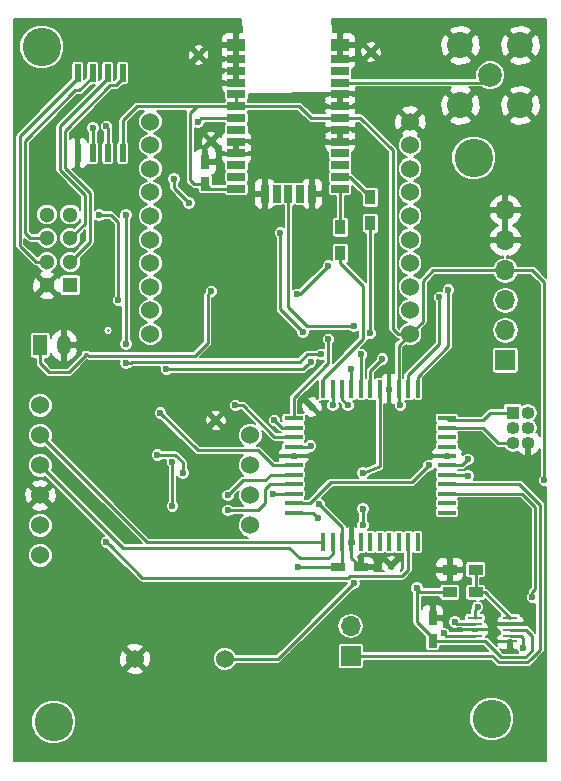
<source format=gbr>
G04 #@! TF.FileFunction,Copper,L2,Bot,Signal*
%FSLAX46Y46*%
G04 Gerber Fmt 4.6, Leading zero omitted, Abs format (unit mm)*
G04 Created by KiCad (PCBNEW 4.0.6) date Thu Dec 28 15:24:54 2017*
%MOMM*%
%LPD*%
G01*
G04 APERTURE LIST*
%ADD10C,0.128000*%
%ADD11C,1.524000*%
%ADD12R,0.550000X1.500000*%
%ADD13R,0.400000X1.500000*%
%ADD14R,1.500000X0.400000*%
%ADD15R,1.250000X0.270000*%
%ADD16R,0.700000X1.500000*%
%ADD17R,1.500000X0.700000*%
%ADD18R,1.500000X1.000000*%
%ADD19R,1.100000X1.100000*%
%ADD20O,1.100000X1.100000*%
%ADD21R,1.700000X1.700000*%
%ADD22O,1.700000X1.700000*%
%ADD23R,1.200000X0.750000*%
%ADD24R,0.750000X1.200000*%
%ADD25R,1.200000X0.900000*%
%ADD26R,1.300000X1.300000*%
%ADD27C,1.300000*%
%ADD28C,2.200000*%
%ADD29C,2.000000*%
%ADD30R,0.900000X1.200000*%
%ADD31C,0.600000*%
%ADD32R,1.200000X1.700000*%
%ADD33O,1.200000X1.700000*%
%ADD34C,3.250000*%
%ADD35C,0.250000*%
%ADD36C,0.180000*%
G04 APERTURE END LIST*
D10*
D11*
X145161000Y-110363000D03*
X152781000Y-110363000D03*
D12*
X144145000Y-60735000D03*
X144145000Y-67535000D03*
X142875000Y-60735000D03*
X142875000Y-67535000D03*
X141605000Y-60735000D03*
X141605000Y-67535000D03*
X140335000Y-60735000D03*
X140335000Y-67535000D03*
D13*
X169100000Y-100480000D03*
X168300000Y-100480000D03*
X167500000Y-100480000D03*
X166700000Y-100480000D03*
X165900000Y-100480000D03*
X165100000Y-100480000D03*
X164300000Y-100480000D03*
X163500000Y-100480000D03*
X162700000Y-100480000D03*
X161900000Y-100480000D03*
X161100000Y-100480000D03*
D14*
X158600000Y-97980000D03*
X158600000Y-97180000D03*
X158600000Y-96380000D03*
X158600000Y-95580000D03*
X158600000Y-94780000D03*
X158600000Y-93980000D03*
X158600000Y-93180000D03*
X158600000Y-92380000D03*
X158600000Y-91580000D03*
X158600000Y-90780000D03*
X158600000Y-89980000D03*
D13*
X161100000Y-87480000D03*
X161900000Y-87480000D03*
X162700000Y-87480000D03*
X163500000Y-87480000D03*
X164300000Y-87480000D03*
X165100000Y-87480000D03*
X165900000Y-87480000D03*
X166700000Y-87480000D03*
X167500000Y-87480000D03*
X168300000Y-87480000D03*
X169100000Y-87480000D03*
D14*
X171600000Y-89980000D03*
X171600000Y-90780000D03*
X171600000Y-91580000D03*
X171600000Y-92380000D03*
X171600000Y-93180000D03*
X171600000Y-93980000D03*
X171600000Y-94780000D03*
X171600000Y-95580000D03*
X171600000Y-96380000D03*
X171600000Y-97180000D03*
X171600000Y-97980000D03*
D15*
X176950500Y-108886500D03*
X173950500Y-108886500D03*
X176950500Y-108386500D03*
X173950500Y-108386500D03*
X176950500Y-107886500D03*
X173950500Y-107886500D03*
X176950500Y-107386500D03*
X173950500Y-107386500D03*
X176950500Y-106886500D03*
X173950500Y-106886500D03*
D16*
X160160000Y-70970000D03*
D17*
X153760000Y-70570000D03*
X153760000Y-69570000D03*
X153760000Y-68570000D03*
X153760000Y-67570000D03*
X153760000Y-66570000D03*
X153760000Y-65570000D03*
X153760000Y-64570000D03*
X153760000Y-63570000D03*
X153760000Y-62570000D03*
X153760000Y-61570000D03*
X153760000Y-60570000D03*
X153760000Y-59570000D03*
D18*
X153760000Y-58420000D03*
X162560000Y-58420000D03*
D17*
X162560000Y-59570000D03*
X162560000Y-60570000D03*
X162560000Y-61570000D03*
X162560000Y-62570000D03*
X162560000Y-63570000D03*
X162560000Y-64570000D03*
X162560000Y-65570000D03*
X162560000Y-66570000D03*
X162560000Y-67570000D03*
X162560000Y-68570000D03*
X162560000Y-69570000D03*
X162560000Y-70570000D03*
D16*
X159160000Y-70970000D03*
X158160000Y-70970000D03*
X157160000Y-70970000D03*
X156160000Y-70970000D03*
D11*
X168478200Y-82864960D03*
X168478200Y-80863440D03*
X168478200Y-78864460D03*
X168478200Y-76862940D03*
X168478200Y-74863960D03*
X168478200Y-72864980D03*
X168478200Y-70863460D03*
X168478200Y-68864480D03*
X168478200Y-66862960D03*
X168478200Y-64863980D03*
X146481800Y-64863980D03*
X146481800Y-66862960D03*
X146481800Y-68864480D03*
X146481800Y-70863460D03*
X146481800Y-72864980D03*
X146481800Y-74863960D03*
X146481800Y-76862940D03*
X146481800Y-78864460D03*
X146481800Y-80863440D03*
X146481800Y-82864960D03*
D19*
X177165000Y-89535000D03*
D20*
X178435000Y-89535000D03*
X177165000Y-90805000D03*
X178435000Y-90805000D03*
X177165000Y-92075000D03*
X178435000Y-92075000D03*
D21*
X176530000Y-85090000D03*
D22*
X176530000Y-82550000D03*
X176530000Y-80010000D03*
X176530000Y-77470000D03*
X176530000Y-74930000D03*
X176530000Y-72390000D03*
D23*
X162372000Y-102616000D03*
X164272000Y-102616000D03*
D24*
X170370500Y-108836500D03*
X170370500Y-106936500D03*
D25*
X171810500Y-104711500D03*
X174010500Y-104711500D03*
X174010500Y-102806500D03*
X171810500Y-102806500D03*
D11*
X137160000Y-101600000D03*
X137160000Y-99060000D03*
X137160000Y-96520000D03*
X137160000Y-93980000D03*
X137160000Y-91440000D03*
X137160000Y-88900000D03*
X154940000Y-91440000D03*
X154940000Y-93980000D03*
X154940000Y-96520000D03*
X154940000Y-99060000D03*
D26*
X139700000Y-78740000D03*
D27*
X139700000Y-76740000D03*
X139700000Y-74740000D03*
X139700000Y-72740000D03*
X137700000Y-78740000D03*
X137700000Y-76740000D03*
X137700000Y-74740000D03*
X137700000Y-72740000D03*
D28*
X172720000Y-63500000D03*
X172720000Y-58420000D03*
X177800000Y-58420000D03*
X177800000Y-63500000D03*
D29*
X175260000Y-60960000D03*
D30*
X165100000Y-71290000D03*
X165100000Y-73490000D03*
X162560000Y-73830000D03*
X162560000Y-76030000D03*
D24*
X151130000Y-70165000D03*
X151130000Y-68265000D03*
D31*
X152019000Y-90170000D03*
X165163500Y-58991500D03*
X150558500Y-59245500D03*
D21*
X163449000Y-110109000D03*
D22*
X163449000Y-107569000D03*
D32*
X137160000Y-83820000D03*
D33*
X139160000Y-83820000D03*
D31*
X166878000Y-102489000D03*
X151638000Y-66548000D03*
X160147000Y-89027000D03*
D34*
X138303000Y-115697000D03*
X173863000Y-67945000D03*
X137287000Y-58547000D03*
X175387000Y-115443000D03*
D31*
X151638000Y-79247998D03*
X173355000Y-94869000D03*
X179832000Y-95250000D03*
X160782000Y-97282000D03*
X160039021Y-92329000D03*
X159004000Y-102616000D03*
X167640000Y-88900000D03*
X174180500Y-105981500D03*
X149733000Y-71755000D03*
X148463000Y-69723000D03*
X150495000Y-64897000D03*
X153670000Y-88900000D03*
X165099998Y-82804000D03*
X161543998Y-83312000D03*
X166116000Y-84963000D03*
X163703000Y-82169000D03*
X173355000Y-93472000D03*
X159385000Y-82677000D03*
X169037000Y-104374979D03*
X157480000Y-74295000D03*
X161925000Y-88900000D03*
X163195000Y-88900000D03*
X160655000Y-98425000D03*
X170053000Y-93980000D03*
X178054000Y-109474000D03*
X158877000Y-79502000D03*
X161544000Y-77089000D03*
X172275500Y-107251500D03*
X171323000Y-108204000D03*
X170942000Y-79756000D03*
X142748000Y-65278000D03*
X171704004Y-79121000D03*
X141605000Y-65405000D03*
X156972000Y-90170000D03*
X142748000Y-100457000D03*
X149225000Y-94615000D03*
X147066000Y-93091000D03*
X156845000Y-96393002D03*
X148336001Y-97408999D03*
X148336000Y-93726000D03*
X153035000Y-97790000D03*
X153035000Y-96520000D03*
X147320000Y-89535000D03*
X144399000Y-85314010D03*
X142113000Y-72771000D03*
X143764000Y-80010000D03*
X160909000Y-84582000D03*
X164338000Y-84582000D03*
X144399000Y-72771000D03*
X147828000Y-85852000D03*
X163449000Y-85852000D03*
X160039021Y-85217000D03*
X144399002Y-83693000D03*
X163703000Y-103944968D03*
X164465000Y-97663000D03*
X164465000Y-99060000D03*
X164465000Y-94615000D03*
X178816000Y-105156000D03*
D35*
X142875000Y-82550000D02*
X142875000Y-82550000D01*
X150241000Y-84709000D02*
X151338001Y-83611999D01*
X141097000Y-84582000D02*
X141224000Y-84709000D01*
X141224000Y-84709000D02*
X150241000Y-84709000D01*
X151338001Y-83611999D02*
X151338001Y-79547997D01*
X151338001Y-79547997D02*
X151638000Y-79247998D01*
X137160000Y-83820000D02*
X137160000Y-85344000D01*
X139573000Y-86106000D02*
X141097000Y-84582000D01*
X137922000Y-86106000D02*
X139573000Y-86106000D01*
X137160000Y-85344000D02*
X137922000Y-86106000D01*
X140970000Y-84582000D02*
X141097000Y-84582000D01*
X163500000Y-100480000D02*
X163500000Y-101844000D01*
X163500000Y-101844000D02*
X164272000Y-102616000D01*
X173266000Y-94780000D02*
X171600000Y-94780000D01*
X173355000Y-94869000D02*
X173266000Y-94780000D01*
X173355000Y-94869000D02*
X173355000Y-94869000D01*
X178943000Y-77597000D02*
X179197000Y-77851000D01*
X179197000Y-77851000D02*
X179832000Y-78486000D01*
X176530000Y-77470000D02*
X178816000Y-77470000D01*
X178816000Y-77470000D02*
X179197000Y-77851000D01*
X169545201Y-78358799D02*
X170434000Y-77470000D01*
X170434000Y-77470000D02*
X176530000Y-77470000D01*
X168478200Y-82864960D02*
X169545201Y-81797959D01*
X169545201Y-81797959D02*
X169545201Y-78358799D01*
X179832000Y-78486000D02*
X179832000Y-94825736D01*
X179832000Y-94825736D02*
X179832000Y-95250000D01*
X162700000Y-99200000D02*
X161081999Y-97581999D01*
X162700000Y-100480000D02*
X162700000Y-99200000D01*
X161081999Y-97581999D02*
X160782000Y-97282000D01*
X158600000Y-92380000D02*
X159988021Y-92380000D01*
X159988021Y-92380000D02*
X160039021Y-92329000D01*
X162372000Y-102616000D02*
X161522000Y-102616000D01*
X161522000Y-102616000D02*
X159004000Y-102616000D01*
X162372000Y-102616000D02*
X162700000Y-102288000D01*
X162700000Y-102288000D02*
X162700000Y-100480000D01*
X168478200Y-82864960D02*
X167500000Y-83843160D01*
X167500000Y-83843160D02*
X167500000Y-87480000D01*
X153760000Y-63570000D02*
X159074000Y-63570000D01*
X160074000Y-64570000D02*
X162560000Y-64570000D01*
X159074000Y-63570000D02*
X160074000Y-64570000D01*
X168478200Y-82864960D02*
X167446960Y-82864960D01*
X167446960Y-82864960D02*
X167005000Y-82423000D01*
X167005000Y-82423000D02*
X167005000Y-67310000D01*
X167005000Y-67310000D02*
X164265000Y-64570000D01*
X164265000Y-64570000D02*
X162560000Y-64570000D01*
X153760000Y-62570000D02*
X153760000Y-63570000D01*
X151130000Y-70165000D02*
X150175000Y-70165000D01*
X149860000Y-64135000D02*
X150425000Y-63570000D01*
X149860000Y-69850000D02*
X149860000Y-64135000D01*
X150175000Y-70165000D02*
X149860000Y-69850000D01*
X153760000Y-70570000D02*
X151535000Y-70570000D01*
X151535000Y-70570000D02*
X151130000Y-70165000D01*
X167500000Y-87480000D02*
X167500000Y-88760000D01*
X167500000Y-88760000D02*
X167640000Y-88900000D01*
X144145000Y-66900000D02*
X144145000Y-64770000D01*
X144145000Y-64770000D02*
X145345000Y-63570000D01*
X145345000Y-63570000D02*
X150425000Y-63570000D01*
X150425000Y-63570000D02*
X153760000Y-63570000D01*
X173950500Y-106886500D02*
X173950500Y-106211500D01*
X173950500Y-106211500D02*
X174180500Y-105981500D01*
X149433001Y-71455001D02*
X149733000Y-71755000D01*
X148463000Y-70485000D02*
X149433001Y-71455001D01*
X148463000Y-69723000D02*
X148463000Y-70485000D01*
X150822000Y-64570000D02*
X150794999Y-64597001D01*
X153760000Y-64570000D02*
X150822000Y-64570000D01*
X150794999Y-64597001D02*
X150495000Y-64897000D01*
X153670000Y-88900000D02*
X154305000Y-88900000D01*
X154305000Y-88900000D02*
X156972000Y-91567000D01*
X156972000Y-91567000D02*
X158460000Y-91567000D01*
X158600000Y-89980000D02*
X158600000Y-88288000D01*
X158600000Y-88288000D02*
X161543998Y-85344002D01*
X161543998Y-85344002D02*
X161543998Y-83736264D01*
X161543998Y-83736264D02*
X161543998Y-83312000D01*
X165100000Y-82803998D02*
X165099998Y-82804000D01*
X165100000Y-73490000D02*
X165100000Y-82803998D01*
X162560000Y-76030000D02*
X162560000Y-76880000D01*
X162560000Y-76880000D02*
X164465000Y-78785000D01*
X164465000Y-78785000D02*
X164465000Y-83312000D01*
X164465000Y-83312000D02*
X161100000Y-86677000D01*
X161100000Y-86677000D02*
X161100000Y-87480000D01*
X163278736Y-82169000D02*
X163703000Y-82169000D01*
X159772404Y-82169000D02*
X163278736Y-82169000D01*
X158160000Y-80556596D02*
X159772404Y-82169000D01*
X158160000Y-70970000D02*
X158160000Y-80556596D01*
X165100000Y-85979000D02*
X165100000Y-87480000D01*
X166116000Y-84963000D02*
X165100000Y-85979000D01*
X173055001Y-93771999D02*
X173355000Y-93472000D01*
X172847000Y-93980000D02*
X173055001Y-93771999D01*
X171600000Y-93980000D02*
X172847000Y-93980000D01*
X176175000Y-110236000D02*
X174825500Y-108886500D01*
X178752500Y-108394500D02*
X178752500Y-109691374D01*
X178752500Y-109691374D02*
X178207874Y-110236000D01*
X178244500Y-107886500D02*
X178752500Y-108394500D01*
X176950500Y-107886500D02*
X178244500Y-107886500D01*
X174825500Y-108886500D02*
X173950500Y-108886500D01*
X178207874Y-110236000D02*
X176175000Y-110236000D01*
X159085001Y-82377001D02*
X159385000Y-82677000D01*
X157480000Y-80772000D02*
X159085001Y-82377001D01*
X157480000Y-74295000D02*
X157480000Y-80772000D01*
X170370500Y-108611500D02*
X169037000Y-107278000D01*
X169373521Y-104711500D02*
X169336999Y-104674978D01*
X169037000Y-107278000D02*
X169037000Y-104799243D01*
X169037000Y-104799243D02*
X169037000Y-104374979D01*
X171810500Y-104711500D02*
X169373521Y-104711500D01*
X169336999Y-104674978D02*
X169037000Y-104374979D01*
X170370500Y-108836500D02*
X170370500Y-108611500D01*
X171640500Y-108836500D02*
X170685500Y-108836500D01*
X170685500Y-108836500D02*
X170370500Y-108521500D01*
X173950500Y-108886500D02*
X171690500Y-108886500D01*
X171690500Y-108886500D02*
X171640500Y-108836500D01*
X161900000Y-87480000D02*
X161900000Y-88875000D01*
X161900000Y-88875000D02*
X161925000Y-88900000D01*
X162700000Y-87480000D02*
X162700000Y-88405000D01*
X162700000Y-88405000D02*
X163195000Y-88900000D01*
X177165000Y-89535000D02*
X175260000Y-89535000D01*
X175260000Y-89535000D02*
X174625000Y-90170000D01*
X174625000Y-90170000D02*
X171790000Y-90170000D01*
X171790000Y-90170000D02*
X171600000Y-89980000D01*
X171600000Y-90780000D02*
X174600000Y-90780000D01*
X174600000Y-90780000D02*
X175895000Y-92075000D01*
X175895000Y-92075000D02*
X177165000Y-92075000D01*
X160655000Y-98425000D02*
X160210000Y-97980000D01*
X160210000Y-97980000D02*
X158600000Y-97980000D01*
X168610001Y-95422999D02*
X169753001Y-94279999D01*
X161745599Y-95422999D02*
X168610001Y-95422999D01*
X158600000Y-97180000D02*
X159988598Y-97180000D01*
X169753001Y-94279999D02*
X170053000Y-93980000D01*
X159988598Y-97180000D02*
X161745599Y-95422999D01*
X178054000Y-109049736D02*
X178054000Y-109474000D01*
X176950500Y-108386500D02*
X177825500Y-108386500D01*
X177825500Y-108386500D02*
X178054000Y-108615000D01*
X178054000Y-108615000D02*
X178054000Y-109049736D01*
X159131000Y-79502000D02*
X158877000Y-79502000D01*
X161544000Y-77089000D02*
X159131000Y-79502000D01*
X174010500Y-104711500D02*
X174010500Y-102806500D01*
X174010500Y-104711500D02*
X174775500Y-104711500D01*
X174775500Y-104711500D02*
X176950500Y-106886500D01*
X172410500Y-107386500D02*
X172275500Y-107251500D01*
X172410500Y-107386500D02*
X173950500Y-107386500D01*
X171505500Y-108386500D02*
X173950500Y-108386500D01*
X171323000Y-108204000D02*
X171505500Y-108386500D01*
X170942000Y-83693000D02*
X170942000Y-80180264D01*
X168300000Y-86335000D02*
X170942000Y-83693000D01*
X168300000Y-87480000D02*
X168300000Y-86335000D01*
X170942000Y-80180264D02*
X170942000Y-79756000D01*
X142875000Y-65405000D02*
X142875000Y-67535000D01*
X142748000Y-65278000D02*
X142875000Y-65405000D01*
X169100000Y-87480000D02*
X169100000Y-86480000D01*
X169100000Y-86480000D02*
X171704000Y-83876000D01*
X171704000Y-83876000D02*
X171704000Y-79121004D01*
X171704000Y-79121004D02*
X171704004Y-79121000D01*
X141605000Y-65405000D02*
X141605000Y-67535000D01*
X158600000Y-90780000D02*
X157582000Y-90780000D01*
X157582000Y-90780000D02*
X156972000Y-90170000D01*
X161900000Y-100480000D02*
X161900000Y-101480000D01*
X161900000Y-101480000D02*
X161526000Y-101854000D01*
X158248402Y-100965000D02*
X144145000Y-100965000D01*
X161526000Y-101854000D02*
X159137402Y-101854000D01*
X159137402Y-101854000D02*
X158248402Y-100965000D01*
X144145000Y-100965000D02*
X137921999Y-94741999D01*
X137921999Y-94741999D02*
X137160000Y-93980000D01*
X161100000Y-100480000D02*
X146200000Y-100480000D01*
X146200000Y-100480000D02*
X137160000Y-91440000D01*
X143047999Y-100756999D02*
X142748000Y-100457000D01*
X145796000Y-103505000D02*
X143047999Y-100756999D01*
X163412599Y-103339967D02*
X163247566Y-103505000D01*
X167805033Y-103339967D02*
X163412599Y-103339967D01*
X168300000Y-102845000D02*
X167805033Y-103339967D01*
X163247566Y-103505000D02*
X145796000Y-103505000D01*
X168300000Y-100480000D02*
X168300000Y-102845000D01*
X149225000Y-94190736D02*
X149225000Y-94615000D01*
X148596404Y-93091000D02*
X149225000Y-93719596D01*
X147066000Y-93091000D02*
X148596404Y-93091000D01*
X149225000Y-93719596D02*
X149225000Y-94190736D01*
X156858002Y-96380000D02*
X156845000Y-96393002D01*
X158600000Y-96380000D02*
X156858002Y-96380000D01*
X148336001Y-96984735D02*
X148336001Y-97408999D01*
X148336001Y-94150265D02*
X148336001Y-96984735D01*
X148336000Y-93726000D02*
X148336001Y-94150265D01*
X153459264Y-97790000D02*
X153035000Y-97790000D01*
X158600000Y-95580000D02*
X156635598Y-95580000D01*
X155575000Y-97790000D02*
X153459264Y-97790000D01*
X156635598Y-95580000D02*
X156210000Y-96005598D01*
X156210000Y-96005598D02*
X156210000Y-97155000D01*
X156210000Y-97155000D02*
X155575000Y-97790000D01*
X158600000Y-94780000D02*
X156680000Y-94780000D01*
X154305000Y-95250000D02*
X153035000Y-96520000D01*
X156210000Y-95250000D02*
X154305000Y-95250000D01*
X156680000Y-94780000D02*
X156210000Y-95250000D01*
X158600000Y-93980000D02*
X156845000Y-93980000D01*
X150495000Y-92710000D02*
X147320000Y-89535000D01*
X155575000Y-92710000D02*
X150495000Y-92710000D01*
X156845000Y-93980000D02*
X155575000Y-92710000D01*
X162560000Y-61570000D02*
X174650000Y-61570000D01*
X174650000Y-61570000D02*
X175260000Y-60960000D01*
X162560000Y-69570000D02*
X163380000Y-69570000D01*
X163380000Y-69570000D02*
X165100000Y-71290000D01*
X162560000Y-70570000D02*
X162560000Y-73830000D01*
X144823264Y-85314010D02*
X144399000Y-85314010D01*
X159766000Y-84582000D02*
X159131000Y-85217000D01*
X160909000Y-84582000D02*
X159766000Y-84582000D01*
X144920274Y-85217000D02*
X144823264Y-85314010D01*
X159131000Y-85217000D02*
X144920274Y-85217000D01*
X143764000Y-80010000D02*
X143764000Y-73406000D01*
X143764000Y-73406000D02*
X143129000Y-72771000D01*
X143129000Y-72771000D02*
X142113000Y-72771000D01*
X164300000Y-84620000D02*
X164338000Y-84582000D01*
X164300000Y-87480000D02*
X164300000Y-84620000D01*
X163500000Y-87480000D02*
X163500000Y-85903000D01*
X163500000Y-85903000D02*
X163449000Y-85852000D01*
X147828000Y-85852000D02*
X159404021Y-85852000D01*
X159739022Y-85516999D02*
X160039021Y-85217000D01*
X159404021Y-85852000D02*
X159739022Y-85516999D01*
X144399000Y-72771000D02*
X144399000Y-83692998D01*
X144399000Y-83692998D02*
X144399002Y-83693000D01*
X158046968Y-109601000D02*
X163403001Y-104244967D01*
X152781000Y-110363000D02*
X157284968Y-110363000D01*
X157284968Y-110363000D02*
X158046968Y-109601000D01*
X163403001Y-104244967D02*
X163703000Y-103944968D01*
X164465000Y-99060000D02*
X164465000Y-97663000D01*
X165900000Y-87480000D02*
X165900000Y-94069000D01*
X165900000Y-94069000D02*
X164465000Y-94615000D01*
X179451000Y-109601000D02*
X178689000Y-110363000D01*
X163449000Y-110109000D02*
X175439876Y-110109000D01*
X175439876Y-110109000D02*
X175996885Y-110666010D01*
X175996885Y-110666010D02*
X178385990Y-110666010D01*
X178385990Y-110666010D02*
X178689000Y-110363000D01*
X171600000Y-95580000D02*
X177722127Y-95580000D01*
X179500011Y-97357884D02*
X179500011Y-104655852D01*
X177722127Y-95580000D02*
X179500011Y-97357884D01*
X179500011Y-104655852D02*
X179451000Y-104704863D01*
X179451000Y-104704863D02*
X179451000Y-109601000D01*
X177914000Y-96380000D02*
X179070000Y-97536000D01*
X178816000Y-104731736D02*
X178816000Y-105156000D01*
X171600000Y-96380000D02*
X177914000Y-96380000D01*
X179070000Y-97536000D02*
X179070000Y-104477736D01*
X179070000Y-104477736D02*
X178816000Y-104731736D01*
X139241011Y-65638989D02*
X143089999Y-61790001D01*
X144145000Y-61210000D02*
X144145000Y-60735000D01*
X143564999Y-61790001D02*
X144145000Y-61210000D01*
X139700000Y-76740000D02*
X141351000Y-75089000D01*
X141351000Y-70892873D02*
X139241011Y-68782884D01*
X141351000Y-75089000D02*
X141351000Y-70892873D01*
X139241011Y-68782884D02*
X139241011Y-65638989D01*
X143089999Y-61790001D02*
X143564999Y-61790001D01*
X138811000Y-68961000D02*
X138811000Y-65274000D01*
X140920989Y-73519011D02*
X140920989Y-71070989D01*
X138811000Y-65274000D02*
X142875000Y-61210000D01*
X140920989Y-71070989D02*
X138811000Y-68961000D01*
X139700000Y-74740000D02*
X140920989Y-73519011D01*
X142875000Y-61210000D02*
X142875000Y-60735000D01*
X137700000Y-74740000D02*
X136308111Y-74740000D01*
X141605000Y-61087000D02*
X141605000Y-60735000D01*
X136308111Y-74740000D02*
X135851000Y-74282889D01*
X135851000Y-74282889D02*
X135851000Y-66489000D01*
X135851000Y-66489000D02*
X140110000Y-62230000D01*
X140110000Y-62230000D02*
X140462000Y-62230000D01*
X140462000Y-62230000D02*
X141605000Y-61087000D01*
X135420989Y-66124011D02*
X140335000Y-61210000D01*
X135420989Y-75380227D02*
X135420989Y-66124011D01*
X137700000Y-76740000D02*
X136780762Y-76740000D01*
X140335000Y-61210000D02*
X140335000Y-60735000D01*
X136780762Y-76740000D02*
X135420989Y-75380227D01*
D36*
G36*
X154224321Y-57322000D02*
X154073500Y-57322000D01*
X153924000Y-57471500D01*
X153924000Y-58256000D01*
X153944000Y-58256000D01*
X153944000Y-58584000D01*
X153924000Y-58584000D01*
X153924000Y-59406000D01*
X153944000Y-59406000D01*
X153944000Y-59734000D01*
X153924000Y-59734000D01*
X153924000Y-60406000D01*
X153944000Y-60406000D01*
X153944000Y-60734000D01*
X153924000Y-60734000D01*
X153924000Y-61406000D01*
X153944000Y-61406000D01*
X153944000Y-61734000D01*
X153924000Y-61734000D01*
X153924000Y-61754000D01*
X153596000Y-61754000D01*
X153596000Y-61734000D01*
X152561500Y-61734000D01*
X152412000Y-61883500D01*
X152412000Y-62038949D01*
X152503040Y-62258740D01*
X152671260Y-62426960D01*
X152734711Y-62453242D01*
X152734711Y-62920000D01*
X152753538Y-63020056D01*
X152785693Y-63070026D01*
X152756400Y-63112897D01*
X152743824Y-63175000D01*
X145345000Y-63175000D01*
X145193840Y-63205068D01*
X145065693Y-63290693D01*
X143865693Y-64490693D01*
X143780068Y-64618840D01*
X143750000Y-64770000D01*
X143750000Y-66541372D01*
X143678049Y-66587671D01*
X143616400Y-66677897D01*
X143594711Y-66785000D01*
X143594711Y-68285000D01*
X143613538Y-68385056D01*
X143672671Y-68476951D01*
X143762897Y-68538600D01*
X143870000Y-68560289D01*
X144420000Y-68560289D01*
X144520056Y-68541462D01*
X144611951Y-68482329D01*
X144673600Y-68392103D01*
X144695289Y-68285000D01*
X144695289Y-66785000D01*
X144676462Y-66684944D01*
X144617329Y-66593049D01*
X144540000Y-66540212D01*
X144540000Y-64933614D01*
X145508614Y-63965000D01*
X145955058Y-63965000D01*
X145897983Y-63988583D01*
X145607423Y-64278636D01*
X145449980Y-64657802D01*
X145449621Y-65068357D01*
X145606403Y-65447797D01*
X145896456Y-65738357D01*
X146198036Y-65863583D01*
X145897983Y-65987563D01*
X145607423Y-66277616D01*
X145449980Y-66656782D01*
X145449621Y-67067337D01*
X145606403Y-67446777D01*
X145896456Y-67737337D01*
X146201102Y-67863836D01*
X145897983Y-67989083D01*
X145607423Y-68279136D01*
X145449980Y-68658302D01*
X145449621Y-69068857D01*
X145606403Y-69448297D01*
X145896456Y-69738857D01*
X146198036Y-69864083D01*
X145897983Y-69988063D01*
X145607423Y-70278116D01*
X145449980Y-70657282D01*
X145449621Y-71067837D01*
X145606403Y-71447277D01*
X145896456Y-71737837D01*
X146201102Y-71864336D01*
X145897983Y-71989583D01*
X145607423Y-72279636D01*
X145449980Y-72658802D01*
X145449621Y-73069357D01*
X145606403Y-73448797D01*
X145896456Y-73739357D01*
X146198036Y-73864583D01*
X145897983Y-73988563D01*
X145607423Y-74278616D01*
X145449980Y-74657782D01*
X145449621Y-75068337D01*
X145606403Y-75447777D01*
X145896456Y-75738337D01*
X146198036Y-75863563D01*
X145897983Y-75987543D01*
X145607423Y-76277596D01*
X145449980Y-76656762D01*
X145449621Y-77067317D01*
X145606403Y-77446757D01*
X145896456Y-77737317D01*
X146201102Y-77863816D01*
X145897983Y-77989063D01*
X145607423Y-78279116D01*
X145449980Y-78658282D01*
X145449621Y-79068837D01*
X145606403Y-79448277D01*
X145896456Y-79738837D01*
X146198036Y-79864063D01*
X145897983Y-79988043D01*
X145607423Y-80278096D01*
X145449980Y-80657262D01*
X145449621Y-81067817D01*
X145606403Y-81447257D01*
X145896456Y-81737817D01*
X146201102Y-81864316D01*
X145897983Y-81989563D01*
X145607423Y-82279616D01*
X145449980Y-82658782D01*
X145449621Y-83069337D01*
X145606403Y-83448777D01*
X145896456Y-83739337D01*
X146275622Y-83896780D01*
X146686177Y-83897139D01*
X147065617Y-83740357D01*
X147356177Y-83450304D01*
X147513620Y-83071138D01*
X147513979Y-82660583D01*
X147357197Y-82281143D01*
X147067144Y-81990583D01*
X146762498Y-81864084D01*
X147065617Y-81738837D01*
X147356177Y-81448784D01*
X147513620Y-81069618D01*
X147513979Y-80659063D01*
X147357197Y-80279623D01*
X147067144Y-79989063D01*
X146765564Y-79863837D01*
X147065617Y-79739857D01*
X147356177Y-79449804D01*
X147513620Y-79070638D01*
X147513979Y-78660083D01*
X147357197Y-78280643D01*
X147067144Y-77990083D01*
X146762498Y-77863584D01*
X147065617Y-77738337D01*
X147356177Y-77448284D01*
X147513620Y-77069118D01*
X147513979Y-76658563D01*
X147357197Y-76279123D01*
X147067144Y-75988563D01*
X146765564Y-75863337D01*
X147065617Y-75739357D01*
X147356177Y-75449304D01*
X147513620Y-75070138D01*
X147513979Y-74659583D01*
X147357197Y-74280143D01*
X147067144Y-73989583D01*
X146765564Y-73864357D01*
X147065617Y-73740377D01*
X147356177Y-73450324D01*
X147513620Y-73071158D01*
X147513979Y-72660603D01*
X147357197Y-72281163D01*
X147067144Y-71990603D01*
X146762498Y-71864104D01*
X147065617Y-71738857D01*
X147356177Y-71448804D01*
X147513620Y-71069638D01*
X147513979Y-70659083D01*
X147357197Y-70279643D01*
X147067144Y-69989083D01*
X146765564Y-69863857D01*
X146833265Y-69835883D01*
X147892901Y-69835883D01*
X147979496Y-70045457D01*
X148068000Y-70134116D01*
X148068000Y-70485000D01*
X148098068Y-70636160D01*
X148183693Y-70764307D01*
X149163009Y-71743623D01*
X149162901Y-71867883D01*
X149249496Y-72077457D01*
X149409699Y-72237941D01*
X149619123Y-72324901D01*
X149845883Y-72325099D01*
X150055457Y-72238504D01*
X150215941Y-72078301D01*
X150302901Y-71868877D01*
X150303099Y-71642117D01*
X150216504Y-71432543D01*
X150067722Y-71283500D01*
X155212000Y-71283500D01*
X155212000Y-71838950D01*
X155303040Y-72058740D01*
X155471260Y-72226960D01*
X155691051Y-72318000D01*
X155846500Y-72318000D01*
X155996000Y-72168500D01*
X155996000Y-71134000D01*
X155361500Y-71134000D01*
X155212000Y-71283500D01*
X150067722Y-71283500D01*
X150056301Y-71272059D01*
X149846877Y-71185099D01*
X149721604Y-71184990D01*
X148858000Y-70321386D01*
X148858000Y-70134088D01*
X148945941Y-70046301D01*
X149032901Y-69836877D01*
X149033099Y-69610117D01*
X148946504Y-69400543D01*
X148786301Y-69240059D01*
X148576877Y-69153099D01*
X148350117Y-69152901D01*
X148140543Y-69239496D01*
X147980059Y-69399699D01*
X147893099Y-69609123D01*
X147892901Y-69835883D01*
X146833265Y-69835883D01*
X147065617Y-69739877D01*
X147356177Y-69449824D01*
X147513620Y-69070658D01*
X147513979Y-68660103D01*
X147357197Y-68280663D01*
X147067144Y-67990103D01*
X146762498Y-67863604D01*
X147065617Y-67738357D01*
X147356177Y-67448304D01*
X147513620Y-67069138D01*
X147513979Y-66658583D01*
X147357197Y-66279143D01*
X147067144Y-65988583D01*
X146765564Y-65863357D01*
X147065617Y-65739377D01*
X147356177Y-65449324D01*
X147513620Y-65070158D01*
X147513979Y-64659603D01*
X147357197Y-64280163D01*
X147067144Y-63989603D01*
X147007893Y-63965000D01*
X149507656Y-63965000D01*
X149495068Y-63983840D01*
X149465000Y-64135000D01*
X149465000Y-69850000D01*
X149495068Y-70001160D01*
X149580693Y-70129307D01*
X149895693Y-70444307D01*
X150023840Y-70529932D01*
X150175000Y-70560000D01*
X150479711Y-70560000D01*
X150479711Y-70765000D01*
X150498538Y-70865056D01*
X150557671Y-70956951D01*
X150647897Y-71018600D01*
X150755000Y-71040289D01*
X151505000Y-71040289D01*
X151605056Y-71021462D01*
X151692800Y-70965000D01*
X152743178Y-70965000D01*
X152753538Y-71020056D01*
X152812671Y-71111951D01*
X152902897Y-71173600D01*
X153010000Y-71195289D01*
X154510000Y-71195289D01*
X154610056Y-71176462D01*
X154701951Y-71117329D01*
X154763600Y-71027103D01*
X154785289Y-70920000D01*
X154785289Y-70220000D01*
X154766462Y-70119944D01*
X154754304Y-70101050D01*
X155212000Y-70101050D01*
X155212000Y-70656500D01*
X155361500Y-70806000D01*
X155996000Y-70806000D01*
X155996000Y-69771500D01*
X155846500Y-69622000D01*
X155691051Y-69622000D01*
X155471260Y-69713040D01*
X155303040Y-69881260D01*
X155212000Y-70101050D01*
X154754304Y-70101050D01*
X154734307Y-70069974D01*
X154763600Y-70027103D01*
X154785289Y-69920000D01*
X154785289Y-69220000D01*
X154766462Y-69119944D01*
X154734307Y-69069974D01*
X154763600Y-69027103D01*
X154785289Y-68920000D01*
X154785289Y-68453242D01*
X154848740Y-68426960D01*
X155016960Y-68258740D01*
X155108000Y-68038949D01*
X155108000Y-67883500D01*
X154958500Y-67734000D01*
X153924000Y-67734000D01*
X153924000Y-67754000D01*
X153596000Y-67754000D01*
X153596000Y-67734000D01*
X152561500Y-67734000D01*
X152412000Y-67883500D01*
X152412000Y-68038949D01*
X152503040Y-68258740D01*
X152671260Y-68426960D01*
X152734711Y-68453242D01*
X152734711Y-68920000D01*
X152753538Y-69020056D01*
X152785693Y-69070026D01*
X152756400Y-69112897D01*
X152734711Y-69220000D01*
X152734711Y-69920000D01*
X152753538Y-70020056D01*
X152785693Y-70070026D01*
X152756400Y-70112897D01*
X152743824Y-70175000D01*
X151780289Y-70175000D01*
X151780289Y-69565000D01*
X151761462Y-69464944D01*
X151731535Y-69418437D01*
X151843740Y-69371960D01*
X152011960Y-69203740D01*
X152103000Y-68983950D01*
X152103000Y-68578500D01*
X151953500Y-68429000D01*
X151294000Y-68429000D01*
X151294000Y-68449000D01*
X150966000Y-68449000D01*
X150966000Y-68429000D01*
X150946000Y-68429000D01*
X150946000Y-68101000D01*
X150966000Y-68101000D01*
X150966000Y-67216500D01*
X150934791Y-67185291D01*
X151212841Y-67185291D01*
X151228452Y-67366890D01*
X151294000Y-67384848D01*
X151294000Y-68101000D01*
X151953500Y-68101000D01*
X152103000Y-67951500D01*
X152103000Y-67546050D01*
X152031537Y-67373522D01*
X152047548Y-67366890D01*
X152063159Y-67185291D01*
X151638000Y-66760132D01*
X151212841Y-67185291D01*
X150934791Y-67185291D01*
X150816500Y-67067000D01*
X150636051Y-67067000D01*
X150416260Y-67158040D01*
X150255000Y-67319300D01*
X150255000Y-66483002D01*
X150724717Y-66483002D01*
X150769362Y-66837448D01*
X150819110Y-66957548D01*
X151000709Y-66973159D01*
X151425868Y-66548000D01*
X151000709Y-66122841D01*
X150819110Y-66138452D01*
X150724717Y-66483002D01*
X150255000Y-66483002D01*
X150255000Y-65910709D01*
X151212841Y-65910709D01*
X151638000Y-66335868D01*
X152063159Y-65910709D01*
X152047548Y-65729110D01*
X151702998Y-65634717D01*
X151348552Y-65679362D01*
X151228452Y-65729110D01*
X151212841Y-65910709D01*
X150255000Y-65910709D01*
X150255000Y-65414530D01*
X150381123Y-65466901D01*
X150607883Y-65467099D01*
X150817457Y-65380504D01*
X150977941Y-65220301D01*
X151064901Y-65010877D01*
X151064941Y-64965000D01*
X152743178Y-64965000D01*
X152753538Y-65020056D01*
X152785693Y-65070026D01*
X152756400Y-65112897D01*
X152734711Y-65220000D01*
X152734711Y-65686758D01*
X152671260Y-65713040D01*
X152503040Y-65881260D01*
X152412000Y-66101051D01*
X152412000Y-66134593D01*
X152275291Y-66122841D01*
X151850132Y-66548000D01*
X152275291Y-66973159D01*
X152412000Y-66961407D01*
X152412000Y-67038949D01*
X152424862Y-67070000D01*
X152412000Y-67101051D01*
X152412000Y-67256500D01*
X152561500Y-67406000D01*
X152650300Y-67406000D01*
X152671260Y-67426960D01*
X152891050Y-67518000D01*
X153446500Y-67518000D01*
X153558500Y-67406000D01*
X153596000Y-67406000D01*
X153596000Y-66734000D01*
X153924000Y-66734000D01*
X153924000Y-67406000D01*
X153961500Y-67406000D01*
X154073500Y-67518000D01*
X154628950Y-67518000D01*
X154848740Y-67426960D01*
X154869700Y-67406000D01*
X154958500Y-67406000D01*
X155108000Y-67256500D01*
X155108000Y-67101051D01*
X155095138Y-67070000D01*
X155108000Y-67038949D01*
X155108000Y-66883500D01*
X161212000Y-66883500D01*
X161212000Y-67038949D01*
X161303040Y-67258740D01*
X161471260Y-67426960D01*
X161534711Y-67453242D01*
X161534711Y-67920000D01*
X161553538Y-68020056D01*
X161585693Y-68070026D01*
X161556400Y-68112897D01*
X161534711Y-68220000D01*
X161534711Y-68920000D01*
X161553538Y-69020056D01*
X161585693Y-69070026D01*
X161556400Y-69112897D01*
X161534711Y-69220000D01*
X161534711Y-69920000D01*
X161553538Y-70020056D01*
X161585693Y-70070026D01*
X161556400Y-70112897D01*
X161534711Y-70220000D01*
X161534711Y-70920000D01*
X161553538Y-71020056D01*
X161612671Y-71111951D01*
X161702897Y-71173600D01*
X161810000Y-71195289D01*
X162165000Y-71195289D01*
X162165000Y-72954711D01*
X162110000Y-72954711D01*
X162009944Y-72973538D01*
X161918049Y-73032671D01*
X161856400Y-73122897D01*
X161834711Y-73230000D01*
X161834711Y-74430000D01*
X161853538Y-74530056D01*
X161912671Y-74621951D01*
X162002897Y-74683600D01*
X162110000Y-74705289D01*
X163010000Y-74705289D01*
X163110056Y-74686462D01*
X163201951Y-74627329D01*
X163263600Y-74537103D01*
X163285289Y-74430000D01*
X163285289Y-73230000D01*
X163266462Y-73129944D01*
X163207329Y-73038049D01*
X163117103Y-72976400D01*
X163010000Y-72954711D01*
X162955000Y-72954711D01*
X162955000Y-71195289D01*
X163310000Y-71195289D01*
X163410056Y-71176462D01*
X163501951Y-71117329D01*
X163563600Y-71027103D01*
X163585289Y-70920000D01*
X163585289Y-70333903D01*
X164374711Y-71123325D01*
X164374711Y-71890000D01*
X164393538Y-71990056D01*
X164452671Y-72081951D01*
X164542897Y-72143600D01*
X164650000Y-72165289D01*
X165550000Y-72165289D01*
X165650056Y-72146462D01*
X165741951Y-72087329D01*
X165803600Y-71997103D01*
X165825289Y-71890000D01*
X165825289Y-70690000D01*
X165806462Y-70589944D01*
X165747329Y-70498049D01*
X165657103Y-70436400D01*
X165550000Y-70414711D01*
X164783325Y-70414711D01*
X163659307Y-69290693D01*
X163585289Y-69241236D01*
X163585289Y-69220000D01*
X163566462Y-69119944D01*
X163534307Y-69069974D01*
X163563600Y-69027103D01*
X163585289Y-68920000D01*
X163585289Y-68220000D01*
X163566462Y-68119944D01*
X163534307Y-68069974D01*
X163563600Y-68027103D01*
X163585289Y-67920000D01*
X163585289Y-67453242D01*
X163648740Y-67426960D01*
X163816960Y-67258740D01*
X163908000Y-67038949D01*
X163908000Y-66883500D01*
X163758500Y-66734000D01*
X162724000Y-66734000D01*
X162724000Y-66754000D01*
X162396000Y-66754000D01*
X162396000Y-66734000D01*
X161361500Y-66734000D01*
X161212000Y-66883500D01*
X155108000Y-66883500D01*
X154958500Y-66734000D01*
X154869700Y-66734000D01*
X154848740Y-66713040D01*
X154628950Y-66622000D01*
X154073500Y-66622000D01*
X153961500Y-66734000D01*
X153924000Y-66734000D01*
X153596000Y-66734000D01*
X153576000Y-66734000D01*
X153576000Y-66406000D01*
X153596000Y-66406000D01*
X153596000Y-66386000D01*
X153924000Y-66386000D01*
X153924000Y-66406000D01*
X154958500Y-66406000D01*
X155108000Y-66256500D01*
X155108000Y-66101051D01*
X155017888Y-65883500D01*
X161212000Y-65883500D01*
X161212000Y-66038949D01*
X161224862Y-66070000D01*
X161212000Y-66101051D01*
X161212000Y-66256500D01*
X161361500Y-66406000D01*
X161450300Y-66406000D01*
X161471260Y-66426960D01*
X161691050Y-66518000D01*
X162246500Y-66518000D01*
X162358500Y-66406000D01*
X162396000Y-66406000D01*
X162396000Y-65734000D01*
X162724000Y-65734000D01*
X162724000Y-66406000D01*
X162761500Y-66406000D01*
X162873500Y-66518000D01*
X163428950Y-66518000D01*
X163648740Y-66426960D01*
X163669700Y-66406000D01*
X163758500Y-66406000D01*
X163908000Y-66256500D01*
X163908000Y-66101051D01*
X163895138Y-66070000D01*
X163908000Y-66038949D01*
X163908000Y-65883500D01*
X163758500Y-65734000D01*
X163669700Y-65734000D01*
X163648740Y-65713040D01*
X163428950Y-65622000D01*
X162873500Y-65622000D01*
X162761500Y-65734000D01*
X162724000Y-65734000D01*
X162396000Y-65734000D01*
X162358500Y-65734000D01*
X162246500Y-65622000D01*
X161691050Y-65622000D01*
X161471260Y-65713040D01*
X161450300Y-65734000D01*
X161361500Y-65734000D01*
X161212000Y-65883500D01*
X155017888Y-65883500D01*
X155016960Y-65881260D01*
X154848740Y-65713040D01*
X154785289Y-65686758D01*
X154785289Y-65220000D01*
X154766462Y-65119944D01*
X154734307Y-65069974D01*
X154763600Y-65027103D01*
X154785289Y-64920000D01*
X154785289Y-64220000D01*
X154766462Y-64119944D01*
X154734307Y-64069974D01*
X154763600Y-64027103D01*
X154776176Y-63965000D01*
X158910386Y-63965000D01*
X159794693Y-64849307D01*
X159922840Y-64934932D01*
X160074000Y-64965000D01*
X161268354Y-64965000D01*
X161212000Y-65101051D01*
X161212000Y-65256500D01*
X161361500Y-65406000D01*
X162396000Y-65406000D01*
X162396000Y-65386000D01*
X162724000Y-65386000D01*
X162724000Y-65406000D01*
X163758500Y-65406000D01*
X163908000Y-65256500D01*
X163908000Y-65101051D01*
X163851646Y-64965000D01*
X164101386Y-64965000D01*
X166610000Y-67473614D01*
X166610000Y-82423000D01*
X166640068Y-82574160D01*
X166725693Y-82702307D01*
X167167653Y-83144267D01*
X167295800Y-83229892D01*
X167446960Y-83259960D01*
X167524586Y-83259960D01*
X167220693Y-83563853D01*
X167135068Y-83692000D01*
X167105000Y-83843160D01*
X167105000Y-86167643D01*
X167018950Y-86132000D01*
X166949500Y-86132000D01*
X166800000Y-86281500D01*
X166800000Y-87316000D01*
X166884000Y-87316000D01*
X166884000Y-87644000D01*
X166800000Y-87644000D01*
X166800000Y-88678500D01*
X166949500Y-88828000D01*
X167018950Y-88828000D01*
X167070081Y-88806821D01*
X167069901Y-89012883D01*
X167156496Y-89222457D01*
X167316699Y-89382941D01*
X167526123Y-89469901D01*
X167752883Y-89470099D01*
X167962457Y-89383504D01*
X168122941Y-89223301D01*
X168209901Y-89013877D01*
X168210099Y-88787117D01*
X168123504Y-88577543D01*
X168039057Y-88492948D01*
X168100000Y-88505289D01*
X168500000Y-88505289D01*
X168600056Y-88486462D01*
X168691951Y-88427329D01*
X168699254Y-88416641D01*
X168702671Y-88421951D01*
X168792897Y-88483600D01*
X168900000Y-88505289D01*
X169300000Y-88505289D01*
X169400056Y-88486462D01*
X169491951Y-88427329D01*
X169553600Y-88337103D01*
X169575289Y-88230000D01*
X169575289Y-86730000D01*
X169556462Y-86629944D01*
X169537750Y-86600864D01*
X171898614Y-84240000D01*
X175404711Y-84240000D01*
X175404711Y-85940000D01*
X175423538Y-86040056D01*
X175482671Y-86131951D01*
X175572897Y-86193600D01*
X175680000Y-86215289D01*
X177380000Y-86215289D01*
X177480056Y-86196462D01*
X177571951Y-86137329D01*
X177633600Y-86047103D01*
X177655289Y-85940000D01*
X177655289Y-84240000D01*
X177636462Y-84139944D01*
X177577329Y-84048049D01*
X177487103Y-83986400D01*
X177380000Y-83964711D01*
X175680000Y-83964711D01*
X175579944Y-83983538D01*
X175488049Y-84042671D01*
X175426400Y-84132897D01*
X175404711Y-84240000D01*
X171898614Y-84240000D01*
X171983307Y-84155307D01*
X172068932Y-84027160D01*
X172099000Y-83876000D01*
X172099000Y-82550000D01*
X175388058Y-82550000D01*
X175473313Y-82978605D01*
X175716098Y-83341960D01*
X176079453Y-83584745D01*
X176508058Y-83670000D01*
X176551942Y-83670000D01*
X176980547Y-83584745D01*
X177343902Y-83341960D01*
X177586687Y-82978605D01*
X177671942Y-82550000D01*
X177586687Y-82121395D01*
X177343902Y-81758040D01*
X176980547Y-81515255D01*
X176551942Y-81430000D01*
X176508058Y-81430000D01*
X176079453Y-81515255D01*
X175716098Y-81758040D01*
X175473313Y-82121395D01*
X175388058Y-82550000D01*
X172099000Y-82550000D01*
X172099000Y-80010000D01*
X175388058Y-80010000D01*
X175473313Y-80438605D01*
X175716098Y-80801960D01*
X176079453Y-81044745D01*
X176508058Y-81130000D01*
X176551942Y-81130000D01*
X176980547Y-81044745D01*
X177343902Y-80801960D01*
X177586687Y-80438605D01*
X177671942Y-80010000D01*
X177586687Y-79581395D01*
X177343902Y-79218040D01*
X176980547Y-78975255D01*
X176551942Y-78890000D01*
X176508058Y-78890000D01*
X176079453Y-78975255D01*
X175716098Y-79218040D01*
X175473313Y-79581395D01*
X175388058Y-80010000D01*
X172099000Y-80010000D01*
X172099000Y-79532092D01*
X172186945Y-79444301D01*
X172273905Y-79234877D01*
X172274103Y-79008117D01*
X172187508Y-78798543D01*
X172027305Y-78638059D01*
X171817881Y-78551099D01*
X171591121Y-78550901D01*
X171381547Y-78637496D01*
X171221063Y-78797699D01*
X171134103Y-79007123D01*
X171133918Y-79218504D01*
X171055877Y-79186099D01*
X170829117Y-79185901D01*
X170619543Y-79272496D01*
X170459059Y-79432699D01*
X170372099Y-79642123D01*
X170371901Y-79868883D01*
X170458496Y-80078457D01*
X170547000Y-80167116D01*
X170547000Y-83529386D01*
X168020693Y-86055693D01*
X167935068Y-86183840D01*
X167905000Y-86335000D01*
X167905000Y-86537133D01*
X167900746Y-86543359D01*
X167897329Y-86538049D01*
X167895000Y-86536458D01*
X167895000Y-84006774D01*
X168083341Y-83818433D01*
X168272022Y-83896780D01*
X168682577Y-83897139D01*
X169062017Y-83740357D01*
X169352577Y-83450304D01*
X169510020Y-83071138D01*
X169510379Y-82660583D01*
X169431673Y-82470101D01*
X169824508Y-82077266D01*
X169910133Y-81949119D01*
X169940201Y-81797959D01*
X169940201Y-78522413D01*
X170597614Y-77865000D01*
X175466629Y-77865000D01*
X175473313Y-77898605D01*
X175716098Y-78261960D01*
X176079453Y-78504745D01*
X176508058Y-78590000D01*
X176551942Y-78590000D01*
X176980547Y-78504745D01*
X177343902Y-78261960D01*
X177586687Y-77898605D01*
X177593371Y-77865000D01*
X178652386Y-77865000D01*
X179437000Y-78649614D01*
X179437000Y-91522995D01*
X179168518Y-91191884D01*
X179162128Y-91188420D01*
X179208646Y-91118800D01*
X179271065Y-90805000D01*
X179208646Y-90491200D01*
X179030893Y-90225172D01*
X178948322Y-90170000D01*
X179030893Y-90114828D01*
X179208646Y-89848800D01*
X179271065Y-89535000D01*
X179208646Y-89221200D01*
X179030893Y-88955172D01*
X178764865Y-88777419D01*
X178451065Y-88715000D01*
X178418935Y-88715000D01*
X178105135Y-88777419D01*
X177963268Y-88872211D01*
X177912329Y-88793049D01*
X177822103Y-88731400D01*
X177715000Y-88709711D01*
X176615000Y-88709711D01*
X176514944Y-88728538D01*
X176423049Y-88787671D01*
X176361400Y-88877897D01*
X176339711Y-88985000D01*
X176339711Y-89140000D01*
X175260000Y-89140000D01*
X175108840Y-89170068D01*
X175004281Y-89239932D01*
X174980693Y-89255693D01*
X174461386Y-89775000D01*
X172624348Y-89775000D01*
X172606462Y-89679944D01*
X172547329Y-89588049D01*
X172457103Y-89526400D01*
X172350000Y-89504711D01*
X170850000Y-89504711D01*
X170749944Y-89523538D01*
X170658049Y-89582671D01*
X170596400Y-89672897D01*
X170574711Y-89780000D01*
X170574711Y-90180000D01*
X170593538Y-90280056D01*
X170652671Y-90371951D01*
X170663359Y-90379254D01*
X170658049Y-90382671D01*
X170596400Y-90472897D01*
X170574711Y-90580000D01*
X170574711Y-90980000D01*
X170593538Y-91080056D01*
X170652671Y-91171951D01*
X170663359Y-91179254D01*
X170658049Y-91182671D01*
X170596400Y-91272897D01*
X170574711Y-91380000D01*
X170574711Y-91780000D01*
X170593538Y-91880056D01*
X170652671Y-91971951D01*
X170663359Y-91979254D01*
X170658049Y-91982671D01*
X170596400Y-92072897D01*
X170574711Y-92180000D01*
X170574711Y-92446758D01*
X170511260Y-92473040D01*
X170343040Y-92641260D01*
X170252000Y-92861050D01*
X170252000Y-92930500D01*
X170401500Y-93080000D01*
X171436000Y-93080000D01*
X171436000Y-92996000D01*
X171764000Y-92996000D01*
X171764000Y-93080000D01*
X171784000Y-93080000D01*
X171784000Y-93280000D01*
X171764000Y-93280000D01*
X171764000Y-93364000D01*
X171436000Y-93364000D01*
X171436000Y-93280000D01*
X170401500Y-93280000D01*
X170252000Y-93429500D01*
X170252000Y-93445445D01*
X170166877Y-93410099D01*
X169940117Y-93409901D01*
X169730543Y-93496496D01*
X169570059Y-93656699D01*
X169483099Y-93866123D01*
X169482990Y-93991396D01*
X168446387Y-95027999D01*
X164858086Y-95027999D01*
X164947941Y-94938301D01*
X164989576Y-94838031D01*
X166040468Y-94438180D01*
X166045425Y-94435073D01*
X166051160Y-94433932D01*
X166110548Y-94394250D01*
X166171054Y-94356322D01*
X166174442Y-94351557D01*
X166179307Y-94348307D01*
X166218995Y-94288909D01*
X166260375Y-94230723D01*
X166261682Y-94225023D01*
X166264932Y-94220160D01*
X166278868Y-94150102D01*
X166294832Y-94080503D01*
X166293859Y-94074737D01*
X166295000Y-94069000D01*
X166295000Y-88792357D01*
X166381050Y-88828000D01*
X166450500Y-88828000D01*
X166600000Y-88678500D01*
X166600000Y-87644000D01*
X166516000Y-87644000D01*
X166516000Y-87316000D01*
X166600000Y-87316000D01*
X166600000Y-86281500D01*
X166450500Y-86132000D01*
X166381050Y-86132000D01*
X166161260Y-86223040D01*
X165993040Y-86391260D01*
X165966758Y-86454711D01*
X165700000Y-86454711D01*
X165599944Y-86473538D01*
X165508049Y-86532671D01*
X165500746Y-86543359D01*
X165497329Y-86538049D01*
X165495000Y-86536458D01*
X165495000Y-86142614D01*
X166104623Y-85532991D01*
X166228883Y-85533099D01*
X166438457Y-85446504D01*
X166598941Y-85286301D01*
X166685901Y-85076877D01*
X166686099Y-84850117D01*
X166599504Y-84640543D01*
X166439301Y-84480059D01*
X166229877Y-84393099D01*
X166003117Y-84392901D01*
X165793543Y-84479496D01*
X165633059Y-84639699D01*
X165546099Y-84849123D01*
X165545990Y-84974396D01*
X164820693Y-85699693D01*
X164735068Y-85827840D01*
X164705000Y-85979000D01*
X164705000Y-86537133D01*
X164700746Y-86543359D01*
X164697329Y-86538049D01*
X164695000Y-86536458D01*
X164695000Y-85031021D01*
X164820941Y-84905301D01*
X164907901Y-84695877D01*
X164908099Y-84469117D01*
X164821504Y-84259543D01*
X164661301Y-84099059D01*
X164451877Y-84012099D01*
X164323627Y-84011987D01*
X164744307Y-83591307D01*
X164797921Y-83511068D01*
X164829932Y-83463160D01*
X164858249Y-83320804D01*
X164986121Y-83373901D01*
X165212881Y-83374099D01*
X165422455Y-83287504D01*
X165582939Y-83127301D01*
X165669899Y-82917877D01*
X165670097Y-82691117D01*
X165583502Y-82481543D01*
X165495000Y-82392886D01*
X165495000Y-74365289D01*
X165550000Y-74365289D01*
X165650056Y-74346462D01*
X165741951Y-74287329D01*
X165803600Y-74197103D01*
X165825289Y-74090000D01*
X165825289Y-72890000D01*
X165806462Y-72789944D01*
X165747329Y-72698049D01*
X165657103Y-72636400D01*
X165550000Y-72614711D01*
X164650000Y-72614711D01*
X164549944Y-72633538D01*
X164458049Y-72692671D01*
X164396400Y-72782897D01*
X164374711Y-72890000D01*
X164374711Y-74090000D01*
X164393538Y-74190056D01*
X164452671Y-74281951D01*
X164542897Y-74343600D01*
X164650000Y-74365289D01*
X164705000Y-74365289D01*
X164705000Y-78466386D01*
X163119195Y-76880581D01*
X163201951Y-76827329D01*
X163263600Y-76737103D01*
X163285289Y-76630000D01*
X163285289Y-75430000D01*
X163266462Y-75329944D01*
X163207329Y-75238049D01*
X163117103Y-75176400D01*
X163010000Y-75154711D01*
X162110000Y-75154711D01*
X162009944Y-75173538D01*
X161918049Y-75232671D01*
X161856400Y-75322897D01*
X161834711Y-75430000D01*
X161834711Y-76592527D01*
X161657877Y-76519099D01*
X161431117Y-76518901D01*
X161221543Y-76605496D01*
X161061059Y-76765699D01*
X160974099Y-76975123D01*
X160973990Y-77100396D01*
X159097863Y-78976523D01*
X158990877Y-78932099D01*
X158764117Y-78931901D01*
X158555000Y-79018307D01*
X158555000Y-71986822D01*
X158610056Y-71976462D01*
X158660026Y-71944307D01*
X158702897Y-71973600D01*
X158810000Y-71995289D01*
X159276758Y-71995289D01*
X159303040Y-72058740D01*
X159471260Y-72226960D01*
X159691051Y-72318000D01*
X159846500Y-72318000D01*
X159996000Y-72168500D01*
X159996000Y-71134000D01*
X160324000Y-71134000D01*
X160324000Y-72168500D01*
X160473500Y-72318000D01*
X160628949Y-72318000D01*
X160848740Y-72226960D01*
X161016960Y-72058740D01*
X161108000Y-71838950D01*
X161108000Y-71283500D01*
X160958500Y-71134000D01*
X160324000Y-71134000D01*
X159996000Y-71134000D01*
X159976000Y-71134000D01*
X159976000Y-70806000D01*
X159996000Y-70806000D01*
X159996000Y-69771500D01*
X160324000Y-69771500D01*
X160324000Y-70806000D01*
X160958500Y-70806000D01*
X161108000Y-70656500D01*
X161108000Y-70101050D01*
X161016960Y-69881260D01*
X160848740Y-69713040D01*
X160628949Y-69622000D01*
X160473500Y-69622000D01*
X160324000Y-69771500D01*
X159996000Y-69771500D01*
X159846500Y-69622000D01*
X159691051Y-69622000D01*
X159471260Y-69713040D01*
X159303040Y-69881260D01*
X159276758Y-69944711D01*
X158810000Y-69944711D01*
X158709944Y-69963538D01*
X158659974Y-69995693D01*
X158617103Y-69966400D01*
X158510000Y-69944711D01*
X157810000Y-69944711D01*
X157709944Y-69963538D01*
X157659974Y-69995693D01*
X157617103Y-69966400D01*
X157510000Y-69944711D01*
X157043242Y-69944711D01*
X157016960Y-69881260D01*
X156848740Y-69713040D01*
X156628949Y-69622000D01*
X156473500Y-69622000D01*
X156324000Y-69771500D01*
X156324000Y-70806000D01*
X156344000Y-70806000D01*
X156344000Y-71134000D01*
X156324000Y-71134000D01*
X156324000Y-72168500D01*
X156473500Y-72318000D01*
X156628949Y-72318000D01*
X156848740Y-72226960D01*
X157016960Y-72058740D01*
X157043242Y-71995289D01*
X157510000Y-71995289D01*
X157610056Y-71976462D01*
X157660026Y-71944307D01*
X157702897Y-71973600D01*
X157765000Y-71986176D01*
X157765000Y-73796155D01*
X157593877Y-73725099D01*
X157367117Y-73724901D01*
X157157543Y-73811496D01*
X156997059Y-73971699D01*
X156910099Y-74181123D01*
X156909901Y-74407883D01*
X156996496Y-74617457D01*
X157085000Y-74706116D01*
X157085000Y-80772000D01*
X157115068Y-80923160D01*
X157200693Y-81051307D01*
X158815009Y-82665623D01*
X158814901Y-82789883D01*
X158901496Y-82999457D01*
X159061699Y-83159941D01*
X159271123Y-83246901D01*
X159497883Y-83247099D01*
X159707457Y-83160504D01*
X159867941Y-83000301D01*
X159954901Y-82790877D01*
X159955099Y-82564117D01*
X159955051Y-82564000D01*
X163291912Y-82564000D01*
X163379699Y-82651941D01*
X163589123Y-82738901D01*
X163815883Y-82739099D01*
X164025457Y-82652504D01*
X164070000Y-82608039D01*
X164070000Y-83148386D01*
X161938998Y-85279388D01*
X161938998Y-83723088D01*
X162026939Y-83635301D01*
X162113899Y-83425877D01*
X162114097Y-83199117D01*
X162027502Y-82989543D01*
X161867299Y-82829059D01*
X161657875Y-82742099D01*
X161431115Y-82741901D01*
X161221541Y-82828496D01*
X161061057Y-82988699D01*
X160974097Y-83198123D01*
X160973899Y-83424883D01*
X161060494Y-83634457D01*
X161148998Y-83723116D01*
X161148998Y-84064469D01*
X161022877Y-84012099D01*
X160796117Y-84011901D01*
X160586543Y-84098496D01*
X160497884Y-84187000D01*
X159766000Y-84187000D01*
X159614840Y-84217068D01*
X159557969Y-84255068D01*
X159486693Y-84302693D01*
X158967386Y-84822000D01*
X150686614Y-84822000D01*
X151617308Y-83891306D01*
X151664953Y-83820000D01*
X151702933Y-83763159D01*
X151733001Y-83611999D01*
X151733001Y-79818081D01*
X151750883Y-79818097D01*
X151960457Y-79731502D01*
X152120941Y-79571299D01*
X152207901Y-79361875D01*
X152208099Y-79135115D01*
X152121504Y-78925541D01*
X151961301Y-78765057D01*
X151751877Y-78678097D01*
X151525117Y-78677899D01*
X151315543Y-78764494D01*
X151155059Y-78924697D01*
X151068099Y-79134121D01*
X151067990Y-79259394D01*
X151058694Y-79268690D01*
X150973069Y-79396837D01*
X150943001Y-79547997D01*
X150943001Y-83448385D01*
X150077386Y-84314000D01*
X141387614Y-84314000D01*
X141376307Y-84302693D01*
X141248160Y-84217068D01*
X141097000Y-84187000D01*
X140970000Y-84187000D01*
X140818840Y-84217068D01*
X140690693Y-84302693D01*
X140605068Y-84430840D01*
X140584092Y-84536293D01*
X139409386Y-85711000D01*
X138085614Y-85711000D01*
X137555000Y-85180386D01*
X137555000Y-84945289D01*
X137760000Y-84945289D01*
X137860056Y-84926462D01*
X137951951Y-84867329D01*
X138013600Y-84777103D01*
X138035289Y-84670000D01*
X138035289Y-84441754D01*
X138088602Y-84625691D01*
X138382811Y-84993398D01*
X138812375Y-85216456D01*
X138996000Y-85105595D01*
X138996000Y-83984000D01*
X139324000Y-83984000D01*
X139324000Y-85105595D01*
X139507625Y-85216456D01*
X139937189Y-84993398D01*
X140231398Y-84625691D01*
X140362496Y-84173385D01*
X140214364Y-83984000D01*
X139324000Y-83984000D01*
X138996000Y-83984000D01*
X138976000Y-83984000D01*
X138976000Y-83656000D01*
X138996000Y-83656000D01*
X138996000Y-82534405D01*
X139324000Y-82534405D01*
X139324000Y-83656000D01*
X140214364Y-83656000D01*
X140362496Y-83466615D01*
X140231398Y-83014309D01*
X139937189Y-82646602D01*
X139751154Y-82550000D01*
X142480000Y-82550000D01*
X142510068Y-82701160D01*
X142595693Y-82829307D01*
X142723840Y-82914932D01*
X142875000Y-82945000D01*
X143026160Y-82914932D01*
X143154307Y-82829307D01*
X143239932Y-82701160D01*
X143270000Y-82550000D01*
X143239932Y-82398840D01*
X143154307Y-82270693D01*
X143026160Y-82185068D01*
X142875000Y-82155000D01*
X142723840Y-82185068D01*
X142595693Y-82270693D01*
X142510068Y-82398840D01*
X142480000Y-82550000D01*
X139751154Y-82550000D01*
X139507625Y-82423544D01*
X139324000Y-82534405D01*
X138996000Y-82534405D01*
X138812375Y-82423544D01*
X138382811Y-82646602D01*
X138088602Y-83014309D01*
X138035289Y-83198246D01*
X138035289Y-82970000D01*
X138016462Y-82869944D01*
X137957329Y-82778049D01*
X137867103Y-82716400D01*
X137760000Y-82694711D01*
X136560000Y-82694711D01*
X136459944Y-82713538D01*
X136368049Y-82772671D01*
X136306400Y-82862897D01*
X136284711Y-82970000D01*
X136284711Y-84670000D01*
X136303538Y-84770056D01*
X136362671Y-84861951D01*
X136452897Y-84923600D01*
X136560000Y-84945289D01*
X136765000Y-84945289D01*
X136765000Y-85344000D01*
X136795068Y-85495160D01*
X136880693Y-85623307D01*
X137642693Y-86385307D01*
X137770840Y-86470932D01*
X137922000Y-86501000D01*
X139573000Y-86501000D01*
X139724160Y-86470932D01*
X139852307Y-86385307D01*
X141148611Y-85089004D01*
X141224000Y-85104000D01*
X143869017Y-85104000D01*
X143829099Y-85200133D01*
X143828901Y-85426893D01*
X143915496Y-85636467D01*
X144075699Y-85796951D01*
X144285123Y-85883911D01*
X144511883Y-85884109D01*
X144721457Y-85797514D01*
X144810116Y-85709010D01*
X144823264Y-85709010D01*
X144974424Y-85678942D01*
X145074610Y-85612000D01*
X147310470Y-85612000D01*
X147258099Y-85738123D01*
X147257901Y-85964883D01*
X147344496Y-86174457D01*
X147504699Y-86334941D01*
X147714123Y-86421901D01*
X147940883Y-86422099D01*
X148150457Y-86335504D01*
X148239116Y-86247000D01*
X159404021Y-86247000D01*
X159555181Y-86216932D01*
X159683328Y-86131307D01*
X160027644Y-85786991D01*
X160151904Y-85787099D01*
X160361478Y-85700504D01*
X160521962Y-85540301D01*
X160608922Y-85330877D01*
X160609120Y-85104117D01*
X160594431Y-85068567D01*
X160795123Y-85151901D01*
X161021883Y-85152099D01*
X161148998Y-85099576D01*
X161148998Y-85180388D01*
X158320693Y-88008693D01*
X158235068Y-88136840D01*
X158205000Y-88288000D01*
X158205000Y-89504711D01*
X157850000Y-89504711D01*
X157749944Y-89523538D01*
X157658049Y-89582671D01*
X157596400Y-89672897D01*
X157574711Y-89780000D01*
X157574711Y-90180000D01*
X157582614Y-90222000D01*
X157541991Y-90181377D01*
X157542099Y-90057117D01*
X157455504Y-89847543D01*
X157295301Y-89687059D01*
X157085877Y-89600099D01*
X156859117Y-89599901D01*
X156649543Y-89686496D01*
X156489059Y-89846699D01*
X156402099Y-90056123D01*
X156401901Y-90282883D01*
X156488496Y-90492457D01*
X156648699Y-90652941D01*
X156858123Y-90739901D01*
X156983396Y-90740010D01*
X157302693Y-91059307D01*
X157430840Y-91144932D01*
X157566918Y-91172000D01*
X157135614Y-91172000D01*
X154584307Y-88620693D01*
X154456160Y-88535068D01*
X154305000Y-88505000D01*
X154081088Y-88505000D01*
X153993301Y-88417059D01*
X153783877Y-88330099D01*
X153557117Y-88329901D01*
X153347543Y-88416496D01*
X153187059Y-88576699D01*
X153100099Y-88786123D01*
X153099901Y-89012883D01*
X153186496Y-89222457D01*
X153346699Y-89382941D01*
X153556123Y-89469901D01*
X153782883Y-89470099D01*
X153992457Y-89383504D01*
X154081116Y-89295000D01*
X154141386Y-89295000D01*
X155331531Y-90485145D01*
X155146178Y-90408180D01*
X154735623Y-90407821D01*
X154356183Y-90564603D01*
X154065623Y-90854656D01*
X153908180Y-91233822D01*
X153907821Y-91644377D01*
X154064603Y-92023817D01*
X154354656Y-92314377D01*
X154356156Y-92315000D01*
X150658614Y-92315000D01*
X149150905Y-90807291D01*
X151593841Y-90807291D01*
X151609452Y-90988890D01*
X151954002Y-91083283D01*
X152308448Y-91038638D01*
X152428548Y-90988890D01*
X152444159Y-90807291D01*
X152019000Y-90382132D01*
X151593841Y-90807291D01*
X149150905Y-90807291D01*
X148448616Y-90105002D01*
X151105717Y-90105002D01*
X151150362Y-90459448D01*
X151200110Y-90579548D01*
X151381709Y-90595159D01*
X151806868Y-90170000D01*
X152231132Y-90170000D01*
X152656291Y-90595159D01*
X152837890Y-90579548D01*
X152932283Y-90234998D01*
X152887638Y-89880552D01*
X152837890Y-89760452D01*
X152656291Y-89744841D01*
X152231132Y-90170000D01*
X151806868Y-90170000D01*
X151381709Y-89744841D01*
X151200110Y-89760452D01*
X151105717Y-90105002D01*
X148448616Y-90105002D01*
X147889991Y-89546377D01*
X147890002Y-89532709D01*
X151593841Y-89532709D01*
X152019000Y-89957868D01*
X152444159Y-89532709D01*
X152428548Y-89351110D01*
X152083998Y-89256717D01*
X151729552Y-89301362D01*
X151609452Y-89351110D01*
X151593841Y-89532709D01*
X147890002Y-89532709D01*
X147890099Y-89422117D01*
X147803504Y-89212543D01*
X147643301Y-89052059D01*
X147433877Y-88965099D01*
X147207117Y-88964901D01*
X146997543Y-89051496D01*
X146837059Y-89211699D01*
X146750099Y-89421123D01*
X146749901Y-89647883D01*
X146836496Y-89857457D01*
X146996699Y-90017941D01*
X147206123Y-90104901D01*
X147331396Y-90105010D01*
X150215693Y-92989307D01*
X150343840Y-93074932D01*
X150495000Y-93105000D01*
X154355785Y-93105000D01*
X154065623Y-93394656D01*
X153908180Y-93773822D01*
X153907821Y-94184377D01*
X154064603Y-94563817D01*
X154354656Y-94854377D01*
X154356156Y-94855000D01*
X154305000Y-94855000D01*
X154153840Y-94885068D01*
X154025693Y-94970693D01*
X153046377Y-95950009D01*
X152922117Y-95949901D01*
X152712543Y-96036496D01*
X152552059Y-96196699D01*
X152465099Y-96406123D01*
X152464901Y-96632883D01*
X152551496Y-96842457D01*
X152711699Y-97002941D01*
X152921123Y-97089901D01*
X153147883Y-97090099D01*
X153357457Y-97003504D01*
X153517941Y-96843301D01*
X153604901Y-96633877D01*
X153605010Y-96508604D01*
X153985145Y-96128469D01*
X153908180Y-96313822D01*
X153907821Y-96724377D01*
X154064603Y-97103817D01*
X154354656Y-97394377D01*
X154356156Y-97395000D01*
X153446088Y-97395000D01*
X153358301Y-97307059D01*
X153148877Y-97220099D01*
X152922117Y-97219901D01*
X152712543Y-97306496D01*
X152552059Y-97466699D01*
X152465099Y-97676123D01*
X152464901Y-97902883D01*
X152551496Y-98112457D01*
X152711699Y-98272941D01*
X152921123Y-98359901D01*
X153147883Y-98360099D01*
X153357457Y-98273504D01*
X153446116Y-98185000D01*
X154355785Y-98185000D01*
X154065623Y-98474656D01*
X153908180Y-98853822D01*
X153907821Y-99264377D01*
X154064603Y-99643817D01*
X154354656Y-99934377D01*
X154717398Y-100085000D01*
X146363614Y-100085000D01*
X139482497Y-93203883D01*
X146495901Y-93203883D01*
X146582496Y-93413457D01*
X146742699Y-93573941D01*
X146952123Y-93660901D01*
X147178883Y-93661099D01*
X147388457Y-93574504D01*
X147477116Y-93486000D01*
X147818470Y-93486000D01*
X147766099Y-93612123D01*
X147765901Y-93838883D01*
X147852496Y-94048457D01*
X147941001Y-94137117D01*
X147941001Y-96997911D01*
X147853060Y-97085698D01*
X147766100Y-97295122D01*
X147765902Y-97521882D01*
X147852497Y-97731456D01*
X148012700Y-97891940D01*
X148222124Y-97978900D01*
X148448884Y-97979098D01*
X148658458Y-97892503D01*
X148818942Y-97732300D01*
X148905902Y-97522876D01*
X148906100Y-97296116D01*
X148819505Y-97086542D01*
X148731001Y-96997883D01*
X148731001Y-94912057D01*
X148741496Y-94937457D01*
X148901699Y-95097941D01*
X149111123Y-95184901D01*
X149337883Y-95185099D01*
X149547457Y-95098504D01*
X149707941Y-94938301D01*
X149794901Y-94728877D01*
X149795099Y-94502117D01*
X149708504Y-94292543D01*
X149620000Y-94203884D01*
X149620000Y-93719596D01*
X149589932Y-93568436D01*
X149504307Y-93440289D01*
X148875711Y-92811693D01*
X148747564Y-92726068D01*
X148596404Y-92696000D01*
X147477088Y-92696000D01*
X147389301Y-92608059D01*
X147179877Y-92521099D01*
X146953117Y-92520901D01*
X146743543Y-92607496D01*
X146583059Y-92767699D01*
X146496099Y-92977123D01*
X146495901Y-93203883D01*
X139482497Y-93203883D01*
X138113473Y-91834859D01*
X138191820Y-91646178D01*
X138192179Y-91235623D01*
X138035397Y-90856183D01*
X137745344Y-90565623D01*
X137366178Y-90408180D01*
X136955623Y-90407821D01*
X136576183Y-90564603D01*
X136285623Y-90854656D01*
X136128180Y-91233822D01*
X136127821Y-91644377D01*
X136284603Y-92023817D01*
X136574656Y-92314377D01*
X136953822Y-92471820D01*
X137364377Y-92472179D01*
X137554859Y-92393473D01*
X145731386Y-100570000D01*
X144308614Y-100570000D01*
X138113473Y-94374859D01*
X138191820Y-94186178D01*
X138192179Y-93775623D01*
X138035397Y-93396183D01*
X137745344Y-93105623D01*
X137366178Y-92948180D01*
X136955623Y-92947821D01*
X136576183Y-93104603D01*
X136285623Y-93394656D01*
X136128180Y-93773822D01*
X136127821Y-94184377D01*
X136284603Y-94563817D01*
X136574656Y-94854377D01*
X136953822Y-95011820D01*
X137364377Y-95012179D01*
X137554859Y-94933473D01*
X142545370Y-99923984D01*
X142425543Y-99973496D01*
X142265059Y-100133699D01*
X142178099Y-100343123D01*
X142177901Y-100569883D01*
X142264496Y-100779457D01*
X142424699Y-100939941D01*
X142634123Y-101026901D01*
X142759396Y-101027010D01*
X145516693Y-103784307D01*
X145644840Y-103869932D01*
X145796000Y-103900000D01*
X163133039Y-103900000D01*
X163132990Y-103956364D01*
X163123697Y-103965657D01*
X163123694Y-103965659D01*
X157767661Y-109321693D01*
X157121354Y-109968000D01*
X153734415Y-109968000D01*
X153656397Y-109779183D01*
X153366344Y-109488623D01*
X152987178Y-109331180D01*
X152576623Y-109330821D01*
X152197183Y-109487603D01*
X151906623Y-109777656D01*
X151749180Y-110156822D01*
X151748821Y-110567377D01*
X151905603Y-110946817D01*
X152195656Y-111237377D01*
X152574822Y-111394820D01*
X152985377Y-111395179D01*
X153364817Y-111238397D01*
X153655377Y-110948344D01*
X153734414Y-110758000D01*
X157284968Y-110758000D01*
X157436128Y-110727932D01*
X157564275Y-110642307D01*
X158326275Y-109880307D01*
X160637582Y-107569000D01*
X162307058Y-107569000D01*
X162392313Y-107997605D01*
X162635098Y-108360960D01*
X162998453Y-108603745D01*
X163427058Y-108689000D01*
X163470942Y-108689000D01*
X163899547Y-108603745D01*
X164262902Y-108360960D01*
X164505687Y-107997605D01*
X164590942Y-107569000D01*
X164505687Y-107140395D01*
X164262902Y-106777040D01*
X163899547Y-106534255D01*
X163470942Y-106449000D01*
X163427058Y-106449000D01*
X162998453Y-106534255D01*
X162635098Y-106777040D01*
X162392313Y-107140395D01*
X162307058Y-107569000D01*
X160637582Y-107569000D01*
X163682309Y-104524274D01*
X163682311Y-104524271D01*
X163691623Y-104514959D01*
X163815883Y-104515067D01*
X164025457Y-104428472D01*
X164185941Y-104268269D01*
X164272901Y-104058845D01*
X164273099Y-103832085D01*
X164232970Y-103734967D01*
X167805033Y-103734967D01*
X167956193Y-103704899D01*
X168084340Y-103619274D01*
X168579307Y-103124307D01*
X168582184Y-103120000D01*
X170612500Y-103120000D01*
X170612500Y-103375449D01*
X170703540Y-103595240D01*
X170871760Y-103763460D01*
X171091550Y-103854500D01*
X171497000Y-103854500D01*
X171646500Y-103705000D01*
X171646500Y-102970500D01*
X171974500Y-102970500D01*
X171974500Y-103705000D01*
X172124000Y-103854500D01*
X172529450Y-103854500D01*
X172749240Y-103763460D01*
X172917460Y-103595240D01*
X173008500Y-103375449D01*
X173008500Y-103120000D01*
X172859000Y-102970500D01*
X171974500Y-102970500D01*
X171646500Y-102970500D01*
X170762000Y-102970500D01*
X170612500Y-103120000D01*
X168582184Y-103120000D01*
X168664932Y-102996160D01*
X168695000Y-102845000D01*
X168695000Y-102237551D01*
X170612500Y-102237551D01*
X170612500Y-102493000D01*
X170762000Y-102642500D01*
X171646500Y-102642500D01*
X171646500Y-101908000D01*
X171974500Y-101908000D01*
X171974500Y-102642500D01*
X172859000Y-102642500D01*
X173008500Y-102493000D01*
X173008500Y-102237551D01*
X172917460Y-102017760D01*
X172749240Y-101849540D01*
X172529450Y-101758500D01*
X172124000Y-101758500D01*
X171974500Y-101908000D01*
X171646500Y-101908000D01*
X171497000Y-101758500D01*
X171091550Y-101758500D01*
X170871760Y-101849540D01*
X170703540Y-102017760D01*
X170612500Y-102237551D01*
X168695000Y-102237551D01*
X168695000Y-101422867D01*
X168699254Y-101416641D01*
X168702671Y-101421951D01*
X168792897Y-101483600D01*
X168900000Y-101505289D01*
X169300000Y-101505289D01*
X169400056Y-101486462D01*
X169491951Y-101427329D01*
X169553600Y-101337103D01*
X169575289Y-101230000D01*
X169575289Y-99730000D01*
X169556462Y-99629944D01*
X169497329Y-99538049D01*
X169407103Y-99476400D01*
X169300000Y-99454711D01*
X168900000Y-99454711D01*
X168799944Y-99473538D01*
X168708049Y-99532671D01*
X168700746Y-99543359D01*
X168697329Y-99538049D01*
X168607103Y-99476400D01*
X168500000Y-99454711D01*
X168100000Y-99454711D01*
X167999944Y-99473538D01*
X167908049Y-99532671D01*
X167900746Y-99543359D01*
X167897329Y-99538049D01*
X167807103Y-99476400D01*
X167700000Y-99454711D01*
X167300000Y-99454711D01*
X167199944Y-99473538D01*
X167108049Y-99532671D01*
X167100746Y-99543359D01*
X167097329Y-99538049D01*
X167007103Y-99476400D01*
X166900000Y-99454711D01*
X166500000Y-99454711D01*
X166399944Y-99473538D01*
X166308049Y-99532671D01*
X166300746Y-99543359D01*
X166297329Y-99538049D01*
X166207103Y-99476400D01*
X166100000Y-99454711D01*
X165700000Y-99454711D01*
X165599944Y-99473538D01*
X165508049Y-99532671D01*
X165500746Y-99543359D01*
X165497329Y-99538049D01*
X165407103Y-99476400D01*
X165300000Y-99454711D01*
X164900000Y-99454711D01*
X164870925Y-99460182D01*
X164947941Y-99383301D01*
X165034901Y-99173877D01*
X165035099Y-98947117D01*
X164948504Y-98737543D01*
X164860000Y-98648884D01*
X164860000Y-98074088D01*
X164947941Y-97986301D01*
X165034901Y-97776877D01*
X165035099Y-97550117D01*
X164948504Y-97340543D01*
X164788301Y-97180059D01*
X164578877Y-97093099D01*
X164352117Y-97092901D01*
X164142543Y-97179496D01*
X163982059Y-97339699D01*
X163895099Y-97549123D01*
X163894901Y-97775883D01*
X163981496Y-97985457D01*
X164070000Y-98074116D01*
X164070000Y-98648912D01*
X163982059Y-98736699D01*
X163895099Y-98946123D01*
X163894909Y-99163463D01*
X163818950Y-99132000D01*
X163749500Y-99132000D01*
X163600000Y-99281500D01*
X163600000Y-100316000D01*
X163684000Y-100316000D01*
X163684000Y-100644000D01*
X163600000Y-100644000D01*
X163600000Y-100664000D01*
X163400000Y-100664000D01*
X163400000Y-100644000D01*
X163316000Y-100644000D01*
X163316000Y-100316000D01*
X163400000Y-100316000D01*
X163400000Y-99281500D01*
X163250500Y-99132000D01*
X163181050Y-99132000D01*
X163089054Y-99170106D01*
X163064932Y-99048840D01*
X162979307Y-98920693D01*
X161351991Y-97293377D01*
X161352099Y-97169117D01*
X161265504Y-96959543D01*
X161105301Y-96799059D01*
X160980129Y-96747083D01*
X161909213Y-95817999D01*
X168610001Y-95817999D01*
X168761161Y-95787931D01*
X168889308Y-95702306D01*
X170041623Y-94549991D01*
X170165883Y-94550099D01*
X170375457Y-94463504D01*
X170535941Y-94303301D01*
X170578587Y-94200598D01*
X170593538Y-94280056D01*
X170652671Y-94371951D01*
X170663359Y-94379254D01*
X170658049Y-94382671D01*
X170596400Y-94472897D01*
X170574711Y-94580000D01*
X170574711Y-94980000D01*
X170593538Y-95080056D01*
X170652671Y-95171951D01*
X170663359Y-95179254D01*
X170658049Y-95182671D01*
X170596400Y-95272897D01*
X170574711Y-95380000D01*
X170574711Y-95780000D01*
X170593538Y-95880056D01*
X170652671Y-95971951D01*
X170663359Y-95979254D01*
X170658049Y-95982671D01*
X170596400Y-96072897D01*
X170574711Y-96180000D01*
X170574711Y-96580000D01*
X170593538Y-96680056D01*
X170652671Y-96771951D01*
X170663359Y-96779254D01*
X170658049Y-96782671D01*
X170596400Y-96872897D01*
X170574711Y-96980000D01*
X170574711Y-97380000D01*
X170593538Y-97480056D01*
X170652671Y-97571951D01*
X170663359Y-97579254D01*
X170658049Y-97582671D01*
X170596400Y-97672897D01*
X170574711Y-97780000D01*
X170574711Y-98180000D01*
X170593538Y-98280056D01*
X170652671Y-98371951D01*
X170742897Y-98433600D01*
X170850000Y-98455289D01*
X172350000Y-98455289D01*
X172450056Y-98436462D01*
X172541951Y-98377329D01*
X172603600Y-98287103D01*
X172625289Y-98180000D01*
X172625289Y-97780000D01*
X172606462Y-97679944D01*
X172547329Y-97588049D01*
X172536641Y-97580746D01*
X172541951Y-97577329D01*
X172603600Y-97487103D01*
X172625289Y-97380000D01*
X172625289Y-96980000D01*
X172606462Y-96879944D01*
X172547329Y-96788049D01*
X172536641Y-96780746D01*
X172541951Y-96777329D01*
X172543542Y-96775000D01*
X177750386Y-96775000D01*
X178675000Y-97699614D01*
X178675000Y-104314122D01*
X178536693Y-104452429D01*
X178451068Y-104580576D01*
X178421000Y-104731736D01*
X178421000Y-104744912D01*
X178333059Y-104832699D01*
X178246099Y-105042123D01*
X178245901Y-105268883D01*
X178332496Y-105478457D01*
X178492699Y-105638941D01*
X178702123Y-105725901D01*
X178928883Y-105726099D01*
X179056000Y-105673575D01*
X179056000Y-108151400D01*
X179031807Y-108115192D01*
X178523807Y-107607193D01*
X178395660Y-107521568D01*
X178244500Y-107491500D01*
X178061500Y-107491500D01*
X178024000Y-107454000D01*
X177114500Y-107454000D01*
X177114500Y-107476211D01*
X176786500Y-107476211D01*
X176786500Y-107454000D01*
X175877000Y-107454000D01*
X175727500Y-107603500D01*
X175727500Y-107640450D01*
X175818540Y-107860240D01*
X175986760Y-108028460D01*
X176056995Y-108057552D01*
X176069038Y-108121556D01*
X176077995Y-108135476D01*
X176071900Y-108144397D01*
X176057559Y-108215214D01*
X175986760Y-108244540D01*
X175818540Y-108412760D01*
X175727500Y-108632550D01*
X175727500Y-108669500D01*
X175877000Y-108819000D01*
X176786500Y-108819000D01*
X176786500Y-108796789D01*
X177114500Y-108796789D01*
X177114500Y-108819000D01*
X177134500Y-108819000D01*
X177134500Y-108954000D01*
X177114500Y-108954000D01*
X177114500Y-109470000D01*
X177264000Y-109619500D01*
X177497378Y-109619500D01*
X177570496Y-109796457D01*
X177614961Y-109841000D01*
X176338614Y-109841000D01*
X176053873Y-109556259D01*
X176206551Y-109619500D01*
X176637000Y-109619500D01*
X176786500Y-109470000D01*
X176786500Y-108954000D01*
X175877000Y-108954000D01*
X175727500Y-109103500D01*
X175727500Y-109140450D01*
X175790741Y-109293127D01*
X175104807Y-108607193D01*
X174976660Y-108521568D01*
X174930345Y-108512355D01*
X175082460Y-108360240D01*
X175173500Y-108140450D01*
X175173500Y-108103500D01*
X175024000Y-107954000D01*
X174114500Y-107954000D01*
X174114500Y-107976211D01*
X173786500Y-107976211D01*
X173786500Y-107954000D01*
X172877000Y-107954000D01*
X172839500Y-107991500D01*
X171851938Y-107991500D01*
X171806504Y-107881543D01*
X171646301Y-107721059D01*
X171436877Y-107634099D01*
X171343500Y-107634017D01*
X171343500Y-107364383D01*
X171705401Y-107364383D01*
X171791996Y-107573957D01*
X171952199Y-107734441D01*
X172161623Y-107821401D01*
X172388383Y-107821599D01*
X172485429Y-107781500D01*
X172839500Y-107781500D01*
X172877000Y-107819000D01*
X173786500Y-107819000D01*
X173786500Y-107796789D01*
X174114500Y-107796789D01*
X174114500Y-107819000D01*
X175024000Y-107819000D01*
X175173500Y-107669500D01*
X175173500Y-107632550D01*
X175082460Y-107412760D01*
X174914240Y-107244540D01*
X174844005Y-107215448D01*
X174831962Y-107151444D01*
X174823005Y-107137524D01*
X174829100Y-107128603D01*
X174850789Y-107021500D01*
X174850789Y-106751500D01*
X174831962Y-106651444D01*
X174772829Y-106559549D01*
X174682603Y-106497900D01*
X174575500Y-106476211D01*
X174475834Y-106476211D01*
X174502957Y-106465004D01*
X174663441Y-106304801D01*
X174750401Y-106095377D01*
X174750599Y-105868617D01*
X174664004Y-105659043D01*
X174503801Y-105498559D01*
X174355042Y-105436789D01*
X174610500Y-105436789D01*
X174710556Y-105417962D01*
X174802451Y-105358829D01*
X174827522Y-105322136D01*
X176103514Y-106598129D01*
X176071900Y-106644397D01*
X176057559Y-106715214D01*
X175986760Y-106744540D01*
X175818540Y-106912760D01*
X175727500Y-107132550D01*
X175727500Y-107169500D01*
X175877000Y-107319000D01*
X176786500Y-107319000D01*
X176786500Y-107296789D01*
X177114500Y-107296789D01*
X177114500Y-107319000D01*
X178024000Y-107319000D01*
X178173500Y-107169500D01*
X178173500Y-107132550D01*
X178082460Y-106912760D01*
X177914240Y-106744540D01*
X177844005Y-106715448D01*
X177831962Y-106651444D01*
X177772829Y-106559549D01*
X177682603Y-106497900D01*
X177575500Y-106476211D01*
X177098826Y-106476211D01*
X175054807Y-104432193D01*
X174926660Y-104346568D01*
X174885789Y-104338438D01*
X174885789Y-104261500D01*
X174866962Y-104161444D01*
X174807829Y-104069549D01*
X174717603Y-104007900D01*
X174610500Y-103986211D01*
X174405500Y-103986211D01*
X174405500Y-103531789D01*
X174610500Y-103531789D01*
X174710556Y-103512962D01*
X174802451Y-103453829D01*
X174864100Y-103363603D01*
X174885789Y-103256500D01*
X174885789Y-102356500D01*
X174866962Y-102256444D01*
X174807829Y-102164549D01*
X174717603Y-102102900D01*
X174610500Y-102081211D01*
X173410500Y-102081211D01*
X173310444Y-102100038D01*
X173218549Y-102159171D01*
X173156900Y-102249397D01*
X173135211Y-102356500D01*
X173135211Y-103256500D01*
X173154038Y-103356556D01*
X173213171Y-103448451D01*
X173303397Y-103510100D01*
X173410500Y-103531789D01*
X173615500Y-103531789D01*
X173615500Y-103986211D01*
X173410500Y-103986211D01*
X173310444Y-104005038D01*
X173218549Y-104064171D01*
X173156900Y-104154397D01*
X173135211Y-104261500D01*
X173135211Y-105161500D01*
X173154038Y-105261556D01*
X173213171Y-105353451D01*
X173303397Y-105415100D01*
X173410500Y-105436789D01*
X174006174Y-105436789D01*
X173858043Y-105497996D01*
X173697559Y-105658199D01*
X173610599Y-105867623D01*
X173610463Y-106023082D01*
X173585568Y-106060340D01*
X173555500Y-106211500D01*
X173555500Y-106476211D01*
X173325500Y-106476211D01*
X173225444Y-106495038D01*
X173133549Y-106554171D01*
X173071900Y-106644397D01*
X173050211Y-106751500D01*
X173050211Y-106991500D01*
X172784811Y-106991500D01*
X172759004Y-106929043D01*
X172598801Y-106768559D01*
X172389377Y-106681599D01*
X172162617Y-106681401D01*
X171953043Y-106767996D01*
X171792559Y-106928199D01*
X171705599Y-107137623D01*
X171705401Y-107364383D01*
X171343500Y-107364383D01*
X171343500Y-107250000D01*
X171194000Y-107100500D01*
X170534500Y-107100500D01*
X170534500Y-107120500D01*
X170206500Y-107120500D01*
X170206500Y-107100500D01*
X170186500Y-107100500D01*
X170186500Y-106772500D01*
X170206500Y-106772500D01*
X170206500Y-105888000D01*
X170534500Y-105888000D01*
X170534500Y-106772500D01*
X171194000Y-106772500D01*
X171343500Y-106623000D01*
X171343500Y-106217550D01*
X171252460Y-105997760D01*
X171084240Y-105829540D01*
X170864449Y-105738500D01*
X170684000Y-105738500D01*
X170534500Y-105888000D01*
X170206500Y-105888000D01*
X170057000Y-105738500D01*
X169876551Y-105738500D01*
X169656760Y-105829540D01*
X169488540Y-105997760D01*
X169432000Y-106134260D01*
X169432000Y-105106500D01*
X170935211Y-105106500D01*
X170935211Y-105161500D01*
X170954038Y-105261556D01*
X171013171Y-105353451D01*
X171103397Y-105415100D01*
X171210500Y-105436789D01*
X172410500Y-105436789D01*
X172510556Y-105417962D01*
X172602451Y-105358829D01*
X172664100Y-105268603D01*
X172685789Y-105161500D01*
X172685789Y-104261500D01*
X172666962Y-104161444D01*
X172607829Y-104069549D01*
X172517603Y-104007900D01*
X172410500Y-103986211D01*
X171210500Y-103986211D01*
X171110444Y-104005038D01*
X171018549Y-104064171D01*
X170956900Y-104154397D01*
X170935211Y-104261500D01*
X170935211Y-104316500D01*
X169607051Y-104316500D01*
X169607099Y-104262096D01*
X169520504Y-104052522D01*
X169360301Y-103892038D01*
X169150877Y-103805078D01*
X168924117Y-103804880D01*
X168714543Y-103891475D01*
X168554059Y-104051678D01*
X168467099Y-104261102D01*
X168466901Y-104487862D01*
X168553496Y-104697436D01*
X168642000Y-104786095D01*
X168642000Y-107278000D01*
X168672068Y-107429160D01*
X168757693Y-107557307D01*
X169720211Y-108519825D01*
X169720211Y-109436500D01*
X169739038Y-109536556D01*
X169798171Y-109628451D01*
X169888397Y-109690100D01*
X169995500Y-109711789D01*
X170745500Y-109711789D01*
X170845556Y-109692962D01*
X170937451Y-109633829D01*
X170999100Y-109543603D01*
X171020789Y-109436500D01*
X171020789Y-109231500D01*
X171509510Y-109231500D01*
X171539340Y-109251432D01*
X171690500Y-109281500D01*
X173250001Y-109281500D01*
X173325500Y-109296789D01*
X174575500Y-109296789D01*
X174656753Y-109281500D01*
X174661886Y-109281500D01*
X175094386Y-109714000D01*
X164574289Y-109714000D01*
X164574289Y-109259000D01*
X164555462Y-109158944D01*
X164496329Y-109067049D01*
X164406103Y-109005400D01*
X164299000Y-108983711D01*
X162599000Y-108983711D01*
X162498944Y-109002538D01*
X162407049Y-109061671D01*
X162345400Y-109151897D01*
X162323711Y-109259000D01*
X162323711Y-110959000D01*
X162342538Y-111059056D01*
X162401671Y-111150951D01*
X162491897Y-111212600D01*
X162599000Y-111234289D01*
X164299000Y-111234289D01*
X164399056Y-111215462D01*
X164490951Y-111156329D01*
X164552600Y-111066103D01*
X164574289Y-110959000D01*
X164574289Y-110504000D01*
X175276262Y-110504000D01*
X175717577Y-110945317D01*
X175845725Y-111030942D01*
X175996885Y-111061010D01*
X178385990Y-111061010D01*
X178537150Y-111030942D01*
X178665297Y-110945317D01*
X179730307Y-109880307D01*
X179764126Y-109829693D01*
X179815932Y-109752160D01*
X179846000Y-109601000D01*
X179846000Y-104835362D01*
X179864943Y-104807012D01*
X179895011Y-104655852D01*
X179895011Y-97357884D01*
X179864943Y-97206724D01*
X179779318Y-97078577D01*
X178001434Y-95300693D01*
X177873287Y-95215068D01*
X177722127Y-95185000D01*
X173840973Y-95185000D01*
X173924901Y-94982877D01*
X173925099Y-94756117D01*
X173838504Y-94546543D01*
X173678301Y-94386059D01*
X173468877Y-94299099D01*
X173242117Y-94298901D01*
X173033743Y-94385000D01*
X172542867Y-94385000D01*
X172536641Y-94380746D01*
X172541951Y-94377329D01*
X172543542Y-94375000D01*
X172847000Y-94375000D01*
X172998160Y-94344932D01*
X173126307Y-94259307D01*
X173343623Y-94041991D01*
X173467883Y-94042099D01*
X173677457Y-93955504D01*
X173837941Y-93795301D01*
X173924901Y-93585877D01*
X173925099Y-93359117D01*
X173838504Y-93149543D01*
X173678301Y-92989059D01*
X173468877Y-92902099D01*
X173242117Y-92901901D01*
X173032543Y-92988496D01*
X172948000Y-93072891D01*
X172948000Y-93015998D01*
X172862502Y-93015998D01*
X172948000Y-92930500D01*
X172948000Y-92861050D01*
X172856960Y-92641260D01*
X172688740Y-92473040D01*
X172625289Y-92446758D01*
X172625289Y-92180000D01*
X172606462Y-92079944D01*
X172547329Y-91988049D01*
X172536641Y-91980746D01*
X172541951Y-91977329D01*
X172603600Y-91887103D01*
X172625289Y-91780000D01*
X172625289Y-91380000D01*
X172606462Y-91279944D01*
X172547329Y-91188049D01*
X172536641Y-91180746D01*
X172541951Y-91177329D01*
X172543542Y-91175000D01*
X174436386Y-91175000D01*
X175615693Y-92354307D01*
X175743840Y-92439932D01*
X175895000Y-92470000D01*
X176445610Y-92470000D01*
X176569107Y-92654828D01*
X176835135Y-92832581D01*
X177148935Y-92895000D01*
X177181065Y-92895000D01*
X177494865Y-92832581D01*
X177562855Y-92787152D01*
X177701482Y-92958116D01*
X178095272Y-93171598D01*
X178271000Y-93061742D01*
X178271000Y-92239000D01*
X178251000Y-92239000D01*
X178251000Y-91911000D01*
X178271000Y-91911000D01*
X178271000Y-91891000D01*
X178599000Y-91891000D01*
X178599000Y-91911000D01*
X178619000Y-91911000D01*
X178619000Y-92239000D01*
X178599000Y-92239000D01*
X178599000Y-93061742D01*
X178774728Y-93171598D01*
X179168518Y-92958116D01*
X179437000Y-92627005D01*
X179437000Y-94838912D01*
X179349059Y-94926699D01*
X179262099Y-95136123D01*
X179261901Y-95362883D01*
X179348496Y-95572457D01*
X179508699Y-95732941D01*
X179718123Y-95819901D01*
X179944883Y-95820099D01*
X179995000Y-95799391D01*
X179995000Y-119035000D01*
X134965000Y-119035000D01*
X134965000Y-116072285D01*
X136407672Y-116072285D01*
X136695561Y-116769029D01*
X137228167Y-117302566D01*
X137924408Y-117591670D01*
X138678285Y-117592328D01*
X139375029Y-117304439D01*
X139908566Y-116771833D01*
X140197670Y-116075592D01*
X140197894Y-115818285D01*
X173491672Y-115818285D01*
X173779561Y-116515029D01*
X174312167Y-117048566D01*
X175008408Y-117337670D01*
X175762285Y-117338328D01*
X176459029Y-117050439D01*
X176992566Y-116517833D01*
X177281670Y-115821592D01*
X177282328Y-115067715D01*
X176994439Y-114370971D01*
X176461833Y-113837434D01*
X175765592Y-113548330D01*
X175011715Y-113547672D01*
X174314971Y-113835561D01*
X173781434Y-114368167D01*
X173492330Y-115064408D01*
X173491672Y-115818285D01*
X140197894Y-115818285D01*
X140198328Y-115321715D01*
X139910439Y-114624971D01*
X139377833Y-114091434D01*
X138681592Y-113802330D01*
X137927715Y-113801672D01*
X137230971Y-114089561D01*
X136697434Y-114622167D01*
X136408330Y-115318408D01*
X136407672Y-116072285D01*
X134965000Y-116072285D01*
X134965000Y-111346038D01*
X144409893Y-111346038D01*
X144484350Y-111573342D01*
X144999034Y-111740153D01*
X145538377Y-111697305D01*
X145837650Y-111573342D01*
X145912107Y-111346038D01*
X145161000Y-110594931D01*
X144409893Y-111346038D01*
X134965000Y-111346038D01*
X134965000Y-110201034D01*
X143783847Y-110201034D01*
X143826695Y-110740377D01*
X143950658Y-111039650D01*
X144177962Y-111114107D01*
X144929069Y-110363000D01*
X145392931Y-110363000D01*
X146144038Y-111114107D01*
X146371342Y-111039650D01*
X146538153Y-110524966D01*
X146495305Y-109985623D01*
X146371342Y-109686350D01*
X146144038Y-109611893D01*
X145392931Y-110363000D01*
X144929069Y-110363000D01*
X144177962Y-109611893D01*
X143950658Y-109686350D01*
X143783847Y-110201034D01*
X134965000Y-110201034D01*
X134965000Y-109379962D01*
X144409893Y-109379962D01*
X145161000Y-110131069D01*
X145912107Y-109379962D01*
X145837650Y-109152658D01*
X145322966Y-108985847D01*
X144783623Y-109028695D01*
X144484350Y-109152658D01*
X144409893Y-109379962D01*
X134965000Y-109379962D01*
X134965000Y-101804377D01*
X136127821Y-101804377D01*
X136284603Y-102183817D01*
X136574656Y-102474377D01*
X136953822Y-102631820D01*
X137364377Y-102632179D01*
X137743817Y-102475397D01*
X138034377Y-102185344D01*
X138191820Y-101806178D01*
X138192179Y-101395623D01*
X138035397Y-101016183D01*
X137745344Y-100725623D01*
X137366178Y-100568180D01*
X136955623Y-100567821D01*
X136576183Y-100724603D01*
X136285623Y-101014656D01*
X136128180Y-101393822D01*
X136127821Y-101804377D01*
X134965000Y-101804377D01*
X134965000Y-99264377D01*
X136127821Y-99264377D01*
X136284603Y-99643817D01*
X136574656Y-99934377D01*
X136953822Y-100091820D01*
X137364377Y-100092179D01*
X137743817Y-99935397D01*
X138034377Y-99645344D01*
X138191820Y-99266178D01*
X138192179Y-98855623D01*
X138035397Y-98476183D01*
X137745344Y-98185623D01*
X137366178Y-98028180D01*
X136955623Y-98027821D01*
X136576183Y-98184603D01*
X136285623Y-98474656D01*
X136128180Y-98853822D01*
X136127821Y-99264377D01*
X134965000Y-99264377D01*
X134965000Y-97503038D01*
X136408893Y-97503038D01*
X136483350Y-97730342D01*
X136998034Y-97897153D01*
X137537377Y-97854305D01*
X137836650Y-97730342D01*
X137911107Y-97503038D01*
X137160000Y-96751931D01*
X136408893Y-97503038D01*
X134965000Y-97503038D01*
X134965000Y-96358034D01*
X135782847Y-96358034D01*
X135825695Y-96897377D01*
X135949658Y-97196650D01*
X136176962Y-97271107D01*
X136928069Y-96520000D01*
X137391931Y-96520000D01*
X138143038Y-97271107D01*
X138370342Y-97196650D01*
X138537153Y-96681966D01*
X138494305Y-96142623D01*
X138370342Y-95843350D01*
X138143038Y-95768893D01*
X137391931Y-96520000D01*
X136928069Y-96520000D01*
X136176962Y-95768893D01*
X135949658Y-95843350D01*
X135782847Y-96358034D01*
X134965000Y-96358034D01*
X134965000Y-95536962D01*
X136408893Y-95536962D01*
X137160000Y-96288069D01*
X137911107Y-95536962D01*
X137836650Y-95309658D01*
X137321966Y-95142847D01*
X136782623Y-95185695D01*
X136483350Y-95309658D01*
X136408893Y-95536962D01*
X134965000Y-95536962D01*
X134965000Y-89104377D01*
X136127821Y-89104377D01*
X136284603Y-89483817D01*
X136574656Y-89774377D01*
X136953822Y-89931820D01*
X137364377Y-89932179D01*
X137743817Y-89775397D01*
X138034377Y-89485344D01*
X138191820Y-89106178D01*
X138192179Y-88695623D01*
X138035397Y-88316183D01*
X137745344Y-88025623D01*
X137366178Y-87868180D01*
X136955623Y-87867821D01*
X136576183Y-88024603D01*
X136285623Y-88314656D01*
X136128180Y-88693822D01*
X136127821Y-89104377D01*
X134965000Y-89104377D01*
X134965000Y-79641498D01*
X137030434Y-79641498D01*
X137090990Y-79857244D01*
X137564899Y-80005257D01*
X138059376Y-79960646D01*
X138309010Y-79857244D01*
X138369566Y-79641498D01*
X137700000Y-78971931D01*
X137030434Y-79641498D01*
X134965000Y-79641498D01*
X134965000Y-78604899D01*
X136434743Y-78604899D01*
X136479354Y-79099376D01*
X136582756Y-79349010D01*
X136798502Y-79409566D01*
X137468069Y-78740000D01*
X137931931Y-78740000D01*
X138601498Y-79409566D01*
X138774711Y-79360948D01*
X138774711Y-79390000D01*
X138793538Y-79490056D01*
X138852671Y-79581951D01*
X138942897Y-79643600D01*
X139050000Y-79665289D01*
X140350000Y-79665289D01*
X140450056Y-79646462D01*
X140541951Y-79587329D01*
X140603600Y-79497103D01*
X140625289Y-79390000D01*
X140625289Y-78090000D01*
X140606462Y-77989944D01*
X140547329Y-77898049D01*
X140457103Y-77836400D01*
X140350000Y-77814711D01*
X139050000Y-77814711D01*
X138949944Y-77833538D01*
X138858049Y-77892671D01*
X138796400Y-77982897D01*
X138774711Y-78090000D01*
X138774711Y-78119052D01*
X138601498Y-78070434D01*
X137931931Y-78740000D01*
X137468069Y-78740000D01*
X136798502Y-78070434D01*
X136582756Y-78130990D01*
X136434743Y-78604899D01*
X134965000Y-78604899D01*
X134965000Y-66124011D01*
X135025989Y-66124011D01*
X135025989Y-75380227D01*
X135056057Y-75531387D01*
X135141682Y-75659534D01*
X136501455Y-77019307D01*
X136629602Y-77104932D01*
X136780762Y-77135000D01*
X136867769Y-77135000D01*
X136919607Y-77260457D01*
X137178181Y-77519483D01*
X137259147Y-77553103D01*
X137090990Y-77622756D01*
X137030434Y-77838502D01*
X137700000Y-78508069D01*
X138369566Y-77838502D01*
X138309010Y-77622756D01*
X138117487Y-77562939D01*
X138220457Y-77520393D01*
X138479483Y-77261819D01*
X138619840Y-76923802D01*
X138620159Y-76557804D01*
X138480393Y-76219543D01*
X138221819Y-75960517D01*
X137883802Y-75820160D01*
X137517804Y-75819841D01*
X137179543Y-75959607D01*
X136920517Y-76218181D01*
X136890308Y-76290932D01*
X135815989Y-75216613D01*
X135815989Y-74806492D01*
X136028804Y-75019307D01*
X136156951Y-75104932D01*
X136308111Y-75135000D01*
X136867769Y-75135000D01*
X136919607Y-75260457D01*
X137178181Y-75519483D01*
X137516198Y-75659840D01*
X137882196Y-75660159D01*
X138220457Y-75520393D01*
X138479483Y-75261819D01*
X138619840Y-74923802D01*
X138620159Y-74557804D01*
X138480393Y-74219543D01*
X138221819Y-73960517D01*
X137883802Y-73820160D01*
X137517804Y-73819841D01*
X137179543Y-73959607D01*
X136920517Y-74218181D01*
X136867857Y-74345000D01*
X136471725Y-74345000D01*
X136246000Y-74119275D01*
X136246000Y-72922196D01*
X136779841Y-72922196D01*
X136919607Y-73260457D01*
X137178181Y-73519483D01*
X137516198Y-73659840D01*
X137882196Y-73660159D01*
X138220457Y-73520393D01*
X138479483Y-73261819D01*
X138619840Y-72923802D01*
X138620159Y-72557804D01*
X138480393Y-72219543D01*
X138221819Y-71960517D01*
X137883802Y-71820160D01*
X137517804Y-71819841D01*
X137179543Y-71959607D01*
X136920517Y-72218181D01*
X136780160Y-72556198D01*
X136779841Y-72922196D01*
X136246000Y-72922196D01*
X136246000Y-66652614D01*
X140273614Y-62625000D01*
X140462000Y-62625000D01*
X140613160Y-62594932D01*
X140741307Y-62509307D01*
X141490325Y-61760289D01*
X141766097Y-61760289D01*
X138531693Y-64994693D01*
X138446068Y-65122840D01*
X138416000Y-65274000D01*
X138416000Y-68961000D01*
X138446068Y-69112160D01*
X138531693Y-69240307D01*
X140525989Y-71234603D01*
X140525989Y-72329894D01*
X140480393Y-72219543D01*
X140221819Y-71960517D01*
X139883802Y-71820160D01*
X139517804Y-71819841D01*
X139179543Y-71959607D01*
X138920517Y-72218181D01*
X138780160Y-72556198D01*
X138779841Y-72922196D01*
X138919607Y-73260457D01*
X139178181Y-73519483D01*
X139516198Y-73659840D01*
X139882196Y-73660159D01*
X140220457Y-73520393D01*
X140479483Y-73261819D01*
X140525989Y-73149820D01*
X140525989Y-73355397D01*
X140009169Y-73872217D01*
X139883802Y-73820160D01*
X139517804Y-73819841D01*
X139179543Y-73959607D01*
X138920517Y-74218181D01*
X138780160Y-74556198D01*
X138779841Y-74922196D01*
X138919607Y-75260457D01*
X139178181Y-75519483D01*
X139516198Y-75659840D01*
X139882196Y-75660159D01*
X140220457Y-75520393D01*
X140479483Y-75261819D01*
X140619840Y-74923802D01*
X140620159Y-74557804D01*
X140567721Y-74430893D01*
X140956000Y-74042614D01*
X140956000Y-74925386D01*
X140009169Y-75872217D01*
X139883802Y-75820160D01*
X139517804Y-75819841D01*
X139179543Y-75959607D01*
X138920517Y-76218181D01*
X138780160Y-76556198D01*
X138779841Y-76922196D01*
X138919607Y-77260457D01*
X139178181Y-77519483D01*
X139516198Y-77659840D01*
X139882196Y-77660159D01*
X140220457Y-77520393D01*
X140479483Y-77261819D01*
X140619840Y-76923802D01*
X140620159Y-76557804D01*
X140567721Y-76430893D01*
X141630307Y-75368307D01*
X141664562Y-75317040D01*
X141715932Y-75240160D01*
X141746000Y-75089000D01*
X141746000Y-73210165D01*
X141789699Y-73253941D01*
X141999123Y-73340901D01*
X142225883Y-73341099D01*
X142435457Y-73254504D01*
X142524116Y-73166000D01*
X142965386Y-73166000D01*
X143369000Y-73569614D01*
X143369000Y-79598912D01*
X143281059Y-79686699D01*
X143194099Y-79896123D01*
X143193901Y-80122883D01*
X143280496Y-80332457D01*
X143440699Y-80492941D01*
X143650123Y-80579901D01*
X143876883Y-80580099D01*
X144004000Y-80527575D01*
X144004000Y-83281914D01*
X143916061Y-83369699D01*
X143829101Y-83579123D01*
X143828903Y-83805883D01*
X143915498Y-84015457D01*
X144075701Y-84175941D01*
X144285125Y-84262901D01*
X144511885Y-84263099D01*
X144721459Y-84176504D01*
X144881943Y-84016301D01*
X144968903Y-83806877D01*
X144969101Y-83580117D01*
X144882506Y-83370543D01*
X144794000Y-83281882D01*
X144794000Y-73182088D01*
X144881941Y-73094301D01*
X144968901Y-72884877D01*
X144969099Y-72658117D01*
X144882504Y-72448543D01*
X144722301Y-72288059D01*
X144512877Y-72201099D01*
X144286117Y-72200901D01*
X144076543Y-72287496D01*
X143916059Y-72447699D01*
X143829099Y-72657123D01*
X143828901Y-72883883D01*
X143848902Y-72932288D01*
X143408307Y-72491693D01*
X143280160Y-72406068D01*
X143129000Y-72376000D01*
X142524088Y-72376000D01*
X142436301Y-72288059D01*
X142226877Y-72201099D01*
X142000117Y-72200901D01*
X141790543Y-72287496D01*
X141746000Y-72331961D01*
X141746000Y-70892873D01*
X141715932Y-70741713D01*
X141630307Y-70613566D01*
X139870531Y-68853790D01*
X139941050Y-68883000D01*
X140048000Y-68883000D01*
X140197500Y-68733500D01*
X140197500Y-67699000D01*
X140151000Y-67699000D01*
X140151000Y-67371000D01*
X140197500Y-67371000D01*
X140197500Y-66336500D01*
X140472500Y-66336500D01*
X140472500Y-67371000D01*
X140519000Y-67371000D01*
X140519000Y-67699000D01*
X140472500Y-67699000D01*
X140472500Y-68733500D01*
X140622000Y-68883000D01*
X140728950Y-68883000D01*
X140948740Y-68791960D01*
X141116960Y-68623740D01*
X141167815Y-68500964D01*
X141222897Y-68538600D01*
X141330000Y-68560289D01*
X141880000Y-68560289D01*
X141980056Y-68541462D01*
X142071951Y-68482329D01*
X142133600Y-68392103D01*
X142155289Y-68285000D01*
X142155289Y-66785000D01*
X142136462Y-66684944D01*
X142077329Y-66593049D01*
X142000000Y-66540212D01*
X142000000Y-65816088D01*
X142087941Y-65728301D01*
X142174901Y-65518877D01*
X142175012Y-65390883D01*
X142177901Y-65390883D01*
X142264496Y-65600457D01*
X142424699Y-65760941D01*
X142480000Y-65783904D01*
X142480000Y-66541372D01*
X142408049Y-66587671D01*
X142346400Y-66677897D01*
X142324711Y-66785000D01*
X142324711Y-68285000D01*
X142343538Y-68385056D01*
X142402671Y-68476951D01*
X142492897Y-68538600D01*
X142600000Y-68560289D01*
X143150000Y-68560289D01*
X143250056Y-68541462D01*
X143341951Y-68482329D01*
X143403600Y-68392103D01*
X143425289Y-68285000D01*
X143425289Y-66785000D01*
X143406462Y-66684944D01*
X143347329Y-66593049D01*
X143270000Y-66540212D01*
X143270000Y-65507236D01*
X143317901Y-65391877D01*
X143318099Y-65165117D01*
X143231504Y-64955543D01*
X143071301Y-64795059D01*
X142861877Y-64708099D01*
X142635117Y-64707901D01*
X142425543Y-64794496D01*
X142265059Y-64954699D01*
X142178099Y-65164123D01*
X142177901Y-65390883D01*
X142175012Y-65390883D01*
X142175099Y-65292117D01*
X142088504Y-65082543D01*
X141928301Y-64922059D01*
X141718877Y-64835099D01*
X141492117Y-64834901D01*
X141282543Y-64921496D01*
X141122059Y-65081699D01*
X141035099Y-65291123D01*
X141034901Y-65517883D01*
X141121496Y-65727457D01*
X141210000Y-65816116D01*
X141210000Y-66541372D01*
X141167645Y-66568626D01*
X141116960Y-66446260D01*
X140948740Y-66278040D01*
X140728950Y-66187000D01*
X140622000Y-66187000D01*
X140472500Y-66336500D01*
X140197500Y-66336500D01*
X140048000Y-66187000D01*
X139941050Y-66187000D01*
X139721260Y-66278040D01*
X139636011Y-66363289D01*
X139636011Y-65802603D01*
X143253613Y-62185001D01*
X143564999Y-62185001D01*
X143716159Y-62154933D01*
X143844306Y-62069308D01*
X144153325Y-61760289D01*
X144420000Y-61760289D01*
X144520056Y-61741462D01*
X144611951Y-61682329D01*
X144673600Y-61592103D01*
X144695289Y-61485000D01*
X144695289Y-60883500D01*
X152412000Y-60883500D01*
X152412000Y-61038949D01*
X152424862Y-61070000D01*
X152412000Y-61101051D01*
X152412000Y-61256500D01*
X152561500Y-61406000D01*
X152650300Y-61406000D01*
X152671260Y-61426960D01*
X152891050Y-61518000D01*
X153446500Y-61518000D01*
X153558500Y-61406000D01*
X153596000Y-61406000D01*
X153596000Y-60734000D01*
X153558500Y-60734000D01*
X153446500Y-60622000D01*
X152891050Y-60622000D01*
X152671260Y-60713040D01*
X152650300Y-60734000D01*
X152561500Y-60734000D01*
X152412000Y-60883500D01*
X144695289Y-60883500D01*
X144695289Y-59985000D01*
X144676462Y-59884944D01*
X144675077Y-59882791D01*
X150133341Y-59882791D01*
X150148952Y-60064390D01*
X150493502Y-60158783D01*
X150847948Y-60114138D01*
X150968048Y-60064390D01*
X150983598Y-59883500D01*
X152412000Y-59883500D01*
X152412000Y-60038949D01*
X152424862Y-60070000D01*
X152412000Y-60101051D01*
X152412000Y-60256500D01*
X152561500Y-60406000D01*
X152650300Y-60406000D01*
X152671260Y-60426960D01*
X152891050Y-60518000D01*
X153446500Y-60518000D01*
X153558500Y-60406000D01*
X153596000Y-60406000D01*
X153596000Y-59734000D01*
X153558500Y-59734000D01*
X153446500Y-59622000D01*
X152891050Y-59622000D01*
X152671260Y-59713040D01*
X152650300Y-59734000D01*
X152561500Y-59734000D01*
X152412000Y-59883500D01*
X150983598Y-59883500D01*
X150983659Y-59882791D01*
X150558500Y-59457632D01*
X150133341Y-59882791D01*
X144675077Y-59882791D01*
X144617329Y-59793049D01*
X144527103Y-59731400D01*
X144420000Y-59709711D01*
X143870000Y-59709711D01*
X143769944Y-59728538D01*
X143678049Y-59787671D01*
X143616400Y-59877897D01*
X143594711Y-59985000D01*
X143594711Y-61201675D01*
X143425289Y-61371097D01*
X143425289Y-59985000D01*
X143406462Y-59884944D01*
X143347329Y-59793049D01*
X143257103Y-59731400D01*
X143150000Y-59709711D01*
X142600000Y-59709711D01*
X142499944Y-59728538D01*
X142408049Y-59787671D01*
X142346400Y-59877897D01*
X142324711Y-59985000D01*
X142324711Y-61201675D01*
X142155289Y-61371097D01*
X142155289Y-59985000D01*
X142136462Y-59884944D01*
X142077329Y-59793049D01*
X141987103Y-59731400D01*
X141880000Y-59709711D01*
X141330000Y-59709711D01*
X141229944Y-59728538D01*
X141138049Y-59787671D01*
X141076400Y-59877897D01*
X141054711Y-59985000D01*
X141054711Y-61078675D01*
X140885289Y-61248097D01*
X140885289Y-59985000D01*
X140866462Y-59884944D01*
X140807329Y-59793049D01*
X140717103Y-59731400D01*
X140610000Y-59709711D01*
X140060000Y-59709711D01*
X139959944Y-59728538D01*
X139868049Y-59787671D01*
X139806400Y-59877897D01*
X139784711Y-59985000D01*
X139784711Y-61201675D01*
X135141682Y-65844704D01*
X135056057Y-65972851D01*
X135025989Y-66124011D01*
X134965000Y-66124011D01*
X134965000Y-58922285D01*
X135391672Y-58922285D01*
X135679561Y-59619029D01*
X136212167Y-60152566D01*
X136908408Y-60441670D01*
X137662285Y-60442328D01*
X138359029Y-60154439D01*
X138892566Y-59621833D01*
X139075822Y-59180502D01*
X149645217Y-59180502D01*
X149689862Y-59534948D01*
X149739610Y-59655048D01*
X149921209Y-59670659D01*
X150346368Y-59245500D01*
X150770632Y-59245500D01*
X151195791Y-59670659D01*
X151377390Y-59655048D01*
X151471783Y-59310498D01*
X151427138Y-58956052D01*
X151377390Y-58835952D01*
X151195791Y-58820341D01*
X150770632Y-59245500D01*
X150346368Y-59245500D01*
X149921209Y-58820341D01*
X149739610Y-58835952D01*
X149645217Y-59180502D01*
X139075822Y-59180502D01*
X139181670Y-58925592D01*
X139181947Y-58608209D01*
X150133341Y-58608209D01*
X150558500Y-59033368D01*
X150858368Y-58733500D01*
X152412000Y-58733500D01*
X152412000Y-59038949D01*
X152424862Y-59070000D01*
X152412000Y-59101051D01*
X152412000Y-59256500D01*
X152561500Y-59406000D01*
X152650300Y-59406000D01*
X152671260Y-59426960D01*
X152891050Y-59518000D01*
X153446500Y-59518000D01*
X153558500Y-59406000D01*
X153596000Y-59406000D01*
X153596000Y-58584000D01*
X152561500Y-58584000D01*
X152412000Y-58733500D01*
X150858368Y-58733500D01*
X150983659Y-58608209D01*
X150968048Y-58426610D01*
X150623498Y-58332217D01*
X150269052Y-58376862D01*
X150148952Y-58426610D01*
X150133341Y-58608209D01*
X139181947Y-58608209D01*
X139182328Y-58171715D01*
X139029173Y-57801051D01*
X152412000Y-57801051D01*
X152412000Y-58106500D01*
X152561500Y-58256000D01*
X153596000Y-58256000D01*
X153596000Y-57471500D01*
X153446500Y-57322000D01*
X152891050Y-57322000D01*
X152671260Y-57413040D01*
X152503040Y-57581260D01*
X152412000Y-57801051D01*
X139029173Y-57801051D01*
X138894439Y-57474971D01*
X138361833Y-56941434D01*
X137665592Y-56652330D01*
X136911715Y-56651672D01*
X136214971Y-56939561D01*
X135681434Y-57472167D01*
X135392330Y-58168408D01*
X135391672Y-58922285D01*
X134965000Y-58922285D01*
X134965000Y-56225000D01*
X154185830Y-56225000D01*
X154224321Y-57322000D01*
X154224321Y-57322000D01*
G37*
X154224321Y-57322000D02*
X154073500Y-57322000D01*
X153924000Y-57471500D01*
X153924000Y-58256000D01*
X153944000Y-58256000D01*
X153944000Y-58584000D01*
X153924000Y-58584000D01*
X153924000Y-59406000D01*
X153944000Y-59406000D01*
X153944000Y-59734000D01*
X153924000Y-59734000D01*
X153924000Y-60406000D01*
X153944000Y-60406000D01*
X153944000Y-60734000D01*
X153924000Y-60734000D01*
X153924000Y-61406000D01*
X153944000Y-61406000D01*
X153944000Y-61734000D01*
X153924000Y-61734000D01*
X153924000Y-61754000D01*
X153596000Y-61754000D01*
X153596000Y-61734000D01*
X152561500Y-61734000D01*
X152412000Y-61883500D01*
X152412000Y-62038949D01*
X152503040Y-62258740D01*
X152671260Y-62426960D01*
X152734711Y-62453242D01*
X152734711Y-62920000D01*
X152753538Y-63020056D01*
X152785693Y-63070026D01*
X152756400Y-63112897D01*
X152743824Y-63175000D01*
X145345000Y-63175000D01*
X145193840Y-63205068D01*
X145065693Y-63290693D01*
X143865693Y-64490693D01*
X143780068Y-64618840D01*
X143750000Y-64770000D01*
X143750000Y-66541372D01*
X143678049Y-66587671D01*
X143616400Y-66677897D01*
X143594711Y-66785000D01*
X143594711Y-68285000D01*
X143613538Y-68385056D01*
X143672671Y-68476951D01*
X143762897Y-68538600D01*
X143870000Y-68560289D01*
X144420000Y-68560289D01*
X144520056Y-68541462D01*
X144611951Y-68482329D01*
X144673600Y-68392103D01*
X144695289Y-68285000D01*
X144695289Y-66785000D01*
X144676462Y-66684944D01*
X144617329Y-66593049D01*
X144540000Y-66540212D01*
X144540000Y-64933614D01*
X145508614Y-63965000D01*
X145955058Y-63965000D01*
X145897983Y-63988583D01*
X145607423Y-64278636D01*
X145449980Y-64657802D01*
X145449621Y-65068357D01*
X145606403Y-65447797D01*
X145896456Y-65738357D01*
X146198036Y-65863583D01*
X145897983Y-65987563D01*
X145607423Y-66277616D01*
X145449980Y-66656782D01*
X145449621Y-67067337D01*
X145606403Y-67446777D01*
X145896456Y-67737337D01*
X146201102Y-67863836D01*
X145897983Y-67989083D01*
X145607423Y-68279136D01*
X145449980Y-68658302D01*
X145449621Y-69068857D01*
X145606403Y-69448297D01*
X145896456Y-69738857D01*
X146198036Y-69864083D01*
X145897983Y-69988063D01*
X145607423Y-70278116D01*
X145449980Y-70657282D01*
X145449621Y-71067837D01*
X145606403Y-71447277D01*
X145896456Y-71737837D01*
X146201102Y-71864336D01*
X145897983Y-71989583D01*
X145607423Y-72279636D01*
X145449980Y-72658802D01*
X145449621Y-73069357D01*
X145606403Y-73448797D01*
X145896456Y-73739357D01*
X146198036Y-73864583D01*
X145897983Y-73988563D01*
X145607423Y-74278616D01*
X145449980Y-74657782D01*
X145449621Y-75068337D01*
X145606403Y-75447777D01*
X145896456Y-75738337D01*
X146198036Y-75863563D01*
X145897983Y-75987543D01*
X145607423Y-76277596D01*
X145449980Y-76656762D01*
X145449621Y-77067317D01*
X145606403Y-77446757D01*
X145896456Y-77737317D01*
X146201102Y-77863816D01*
X145897983Y-77989063D01*
X145607423Y-78279116D01*
X145449980Y-78658282D01*
X145449621Y-79068837D01*
X145606403Y-79448277D01*
X145896456Y-79738837D01*
X146198036Y-79864063D01*
X145897983Y-79988043D01*
X145607423Y-80278096D01*
X145449980Y-80657262D01*
X145449621Y-81067817D01*
X145606403Y-81447257D01*
X145896456Y-81737817D01*
X146201102Y-81864316D01*
X145897983Y-81989563D01*
X145607423Y-82279616D01*
X145449980Y-82658782D01*
X145449621Y-83069337D01*
X145606403Y-83448777D01*
X145896456Y-83739337D01*
X146275622Y-83896780D01*
X146686177Y-83897139D01*
X147065617Y-83740357D01*
X147356177Y-83450304D01*
X147513620Y-83071138D01*
X147513979Y-82660583D01*
X147357197Y-82281143D01*
X147067144Y-81990583D01*
X146762498Y-81864084D01*
X147065617Y-81738837D01*
X147356177Y-81448784D01*
X147513620Y-81069618D01*
X147513979Y-80659063D01*
X147357197Y-80279623D01*
X147067144Y-79989063D01*
X146765564Y-79863837D01*
X147065617Y-79739857D01*
X147356177Y-79449804D01*
X147513620Y-79070638D01*
X147513979Y-78660083D01*
X147357197Y-78280643D01*
X147067144Y-77990083D01*
X146762498Y-77863584D01*
X147065617Y-77738337D01*
X147356177Y-77448284D01*
X147513620Y-77069118D01*
X147513979Y-76658563D01*
X147357197Y-76279123D01*
X147067144Y-75988563D01*
X146765564Y-75863337D01*
X147065617Y-75739357D01*
X147356177Y-75449304D01*
X147513620Y-75070138D01*
X147513979Y-74659583D01*
X147357197Y-74280143D01*
X147067144Y-73989583D01*
X146765564Y-73864357D01*
X147065617Y-73740377D01*
X147356177Y-73450324D01*
X147513620Y-73071158D01*
X147513979Y-72660603D01*
X147357197Y-72281163D01*
X147067144Y-71990603D01*
X146762498Y-71864104D01*
X147065617Y-71738857D01*
X147356177Y-71448804D01*
X147513620Y-71069638D01*
X147513979Y-70659083D01*
X147357197Y-70279643D01*
X147067144Y-69989083D01*
X146765564Y-69863857D01*
X146833265Y-69835883D01*
X147892901Y-69835883D01*
X147979496Y-70045457D01*
X148068000Y-70134116D01*
X148068000Y-70485000D01*
X148098068Y-70636160D01*
X148183693Y-70764307D01*
X149163009Y-71743623D01*
X149162901Y-71867883D01*
X149249496Y-72077457D01*
X149409699Y-72237941D01*
X149619123Y-72324901D01*
X149845883Y-72325099D01*
X150055457Y-72238504D01*
X150215941Y-72078301D01*
X150302901Y-71868877D01*
X150303099Y-71642117D01*
X150216504Y-71432543D01*
X150067722Y-71283500D01*
X155212000Y-71283500D01*
X155212000Y-71838950D01*
X155303040Y-72058740D01*
X155471260Y-72226960D01*
X155691051Y-72318000D01*
X155846500Y-72318000D01*
X155996000Y-72168500D01*
X155996000Y-71134000D01*
X155361500Y-71134000D01*
X155212000Y-71283500D01*
X150067722Y-71283500D01*
X150056301Y-71272059D01*
X149846877Y-71185099D01*
X149721604Y-71184990D01*
X148858000Y-70321386D01*
X148858000Y-70134088D01*
X148945941Y-70046301D01*
X149032901Y-69836877D01*
X149033099Y-69610117D01*
X148946504Y-69400543D01*
X148786301Y-69240059D01*
X148576877Y-69153099D01*
X148350117Y-69152901D01*
X148140543Y-69239496D01*
X147980059Y-69399699D01*
X147893099Y-69609123D01*
X147892901Y-69835883D01*
X146833265Y-69835883D01*
X147065617Y-69739877D01*
X147356177Y-69449824D01*
X147513620Y-69070658D01*
X147513979Y-68660103D01*
X147357197Y-68280663D01*
X147067144Y-67990103D01*
X146762498Y-67863604D01*
X147065617Y-67738357D01*
X147356177Y-67448304D01*
X147513620Y-67069138D01*
X147513979Y-66658583D01*
X147357197Y-66279143D01*
X147067144Y-65988583D01*
X146765564Y-65863357D01*
X147065617Y-65739377D01*
X147356177Y-65449324D01*
X147513620Y-65070158D01*
X147513979Y-64659603D01*
X147357197Y-64280163D01*
X147067144Y-63989603D01*
X147007893Y-63965000D01*
X149507656Y-63965000D01*
X149495068Y-63983840D01*
X149465000Y-64135000D01*
X149465000Y-69850000D01*
X149495068Y-70001160D01*
X149580693Y-70129307D01*
X149895693Y-70444307D01*
X150023840Y-70529932D01*
X150175000Y-70560000D01*
X150479711Y-70560000D01*
X150479711Y-70765000D01*
X150498538Y-70865056D01*
X150557671Y-70956951D01*
X150647897Y-71018600D01*
X150755000Y-71040289D01*
X151505000Y-71040289D01*
X151605056Y-71021462D01*
X151692800Y-70965000D01*
X152743178Y-70965000D01*
X152753538Y-71020056D01*
X152812671Y-71111951D01*
X152902897Y-71173600D01*
X153010000Y-71195289D01*
X154510000Y-71195289D01*
X154610056Y-71176462D01*
X154701951Y-71117329D01*
X154763600Y-71027103D01*
X154785289Y-70920000D01*
X154785289Y-70220000D01*
X154766462Y-70119944D01*
X154754304Y-70101050D01*
X155212000Y-70101050D01*
X155212000Y-70656500D01*
X155361500Y-70806000D01*
X155996000Y-70806000D01*
X155996000Y-69771500D01*
X155846500Y-69622000D01*
X155691051Y-69622000D01*
X155471260Y-69713040D01*
X155303040Y-69881260D01*
X155212000Y-70101050D01*
X154754304Y-70101050D01*
X154734307Y-70069974D01*
X154763600Y-70027103D01*
X154785289Y-69920000D01*
X154785289Y-69220000D01*
X154766462Y-69119944D01*
X154734307Y-69069974D01*
X154763600Y-69027103D01*
X154785289Y-68920000D01*
X154785289Y-68453242D01*
X154848740Y-68426960D01*
X155016960Y-68258740D01*
X155108000Y-68038949D01*
X155108000Y-67883500D01*
X154958500Y-67734000D01*
X153924000Y-67734000D01*
X153924000Y-67754000D01*
X153596000Y-67754000D01*
X153596000Y-67734000D01*
X152561500Y-67734000D01*
X152412000Y-67883500D01*
X152412000Y-68038949D01*
X152503040Y-68258740D01*
X152671260Y-68426960D01*
X152734711Y-68453242D01*
X152734711Y-68920000D01*
X152753538Y-69020056D01*
X152785693Y-69070026D01*
X152756400Y-69112897D01*
X152734711Y-69220000D01*
X152734711Y-69920000D01*
X152753538Y-70020056D01*
X152785693Y-70070026D01*
X152756400Y-70112897D01*
X152743824Y-70175000D01*
X151780289Y-70175000D01*
X151780289Y-69565000D01*
X151761462Y-69464944D01*
X151731535Y-69418437D01*
X151843740Y-69371960D01*
X152011960Y-69203740D01*
X152103000Y-68983950D01*
X152103000Y-68578500D01*
X151953500Y-68429000D01*
X151294000Y-68429000D01*
X151294000Y-68449000D01*
X150966000Y-68449000D01*
X150966000Y-68429000D01*
X150946000Y-68429000D01*
X150946000Y-68101000D01*
X150966000Y-68101000D01*
X150966000Y-67216500D01*
X150934791Y-67185291D01*
X151212841Y-67185291D01*
X151228452Y-67366890D01*
X151294000Y-67384848D01*
X151294000Y-68101000D01*
X151953500Y-68101000D01*
X152103000Y-67951500D01*
X152103000Y-67546050D01*
X152031537Y-67373522D01*
X152047548Y-67366890D01*
X152063159Y-67185291D01*
X151638000Y-66760132D01*
X151212841Y-67185291D01*
X150934791Y-67185291D01*
X150816500Y-67067000D01*
X150636051Y-67067000D01*
X150416260Y-67158040D01*
X150255000Y-67319300D01*
X150255000Y-66483002D01*
X150724717Y-66483002D01*
X150769362Y-66837448D01*
X150819110Y-66957548D01*
X151000709Y-66973159D01*
X151425868Y-66548000D01*
X151000709Y-66122841D01*
X150819110Y-66138452D01*
X150724717Y-66483002D01*
X150255000Y-66483002D01*
X150255000Y-65910709D01*
X151212841Y-65910709D01*
X151638000Y-66335868D01*
X152063159Y-65910709D01*
X152047548Y-65729110D01*
X151702998Y-65634717D01*
X151348552Y-65679362D01*
X151228452Y-65729110D01*
X151212841Y-65910709D01*
X150255000Y-65910709D01*
X150255000Y-65414530D01*
X150381123Y-65466901D01*
X150607883Y-65467099D01*
X150817457Y-65380504D01*
X150977941Y-65220301D01*
X151064901Y-65010877D01*
X151064941Y-64965000D01*
X152743178Y-64965000D01*
X152753538Y-65020056D01*
X152785693Y-65070026D01*
X152756400Y-65112897D01*
X152734711Y-65220000D01*
X152734711Y-65686758D01*
X152671260Y-65713040D01*
X152503040Y-65881260D01*
X152412000Y-66101051D01*
X152412000Y-66134593D01*
X152275291Y-66122841D01*
X151850132Y-66548000D01*
X152275291Y-66973159D01*
X152412000Y-66961407D01*
X152412000Y-67038949D01*
X152424862Y-67070000D01*
X152412000Y-67101051D01*
X152412000Y-67256500D01*
X152561500Y-67406000D01*
X152650300Y-67406000D01*
X152671260Y-67426960D01*
X152891050Y-67518000D01*
X153446500Y-67518000D01*
X153558500Y-67406000D01*
X153596000Y-67406000D01*
X153596000Y-66734000D01*
X153924000Y-66734000D01*
X153924000Y-67406000D01*
X153961500Y-67406000D01*
X154073500Y-67518000D01*
X154628950Y-67518000D01*
X154848740Y-67426960D01*
X154869700Y-67406000D01*
X154958500Y-67406000D01*
X155108000Y-67256500D01*
X155108000Y-67101051D01*
X155095138Y-67070000D01*
X155108000Y-67038949D01*
X155108000Y-66883500D01*
X161212000Y-66883500D01*
X161212000Y-67038949D01*
X161303040Y-67258740D01*
X161471260Y-67426960D01*
X161534711Y-67453242D01*
X161534711Y-67920000D01*
X161553538Y-68020056D01*
X161585693Y-68070026D01*
X161556400Y-68112897D01*
X161534711Y-68220000D01*
X161534711Y-68920000D01*
X161553538Y-69020056D01*
X161585693Y-69070026D01*
X161556400Y-69112897D01*
X161534711Y-69220000D01*
X161534711Y-69920000D01*
X161553538Y-70020056D01*
X161585693Y-70070026D01*
X161556400Y-70112897D01*
X161534711Y-70220000D01*
X161534711Y-70920000D01*
X161553538Y-71020056D01*
X161612671Y-71111951D01*
X161702897Y-71173600D01*
X161810000Y-71195289D01*
X162165000Y-71195289D01*
X162165000Y-72954711D01*
X162110000Y-72954711D01*
X162009944Y-72973538D01*
X161918049Y-73032671D01*
X161856400Y-73122897D01*
X161834711Y-73230000D01*
X161834711Y-74430000D01*
X161853538Y-74530056D01*
X161912671Y-74621951D01*
X162002897Y-74683600D01*
X162110000Y-74705289D01*
X163010000Y-74705289D01*
X163110056Y-74686462D01*
X163201951Y-74627329D01*
X163263600Y-74537103D01*
X163285289Y-74430000D01*
X163285289Y-73230000D01*
X163266462Y-73129944D01*
X163207329Y-73038049D01*
X163117103Y-72976400D01*
X163010000Y-72954711D01*
X162955000Y-72954711D01*
X162955000Y-71195289D01*
X163310000Y-71195289D01*
X163410056Y-71176462D01*
X163501951Y-71117329D01*
X163563600Y-71027103D01*
X163585289Y-70920000D01*
X163585289Y-70333903D01*
X164374711Y-71123325D01*
X164374711Y-71890000D01*
X164393538Y-71990056D01*
X164452671Y-72081951D01*
X164542897Y-72143600D01*
X164650000Y-72165289D01*
X165550000Y-72165289D01*
X165650056Y-72146462D01*
X165741951Y-72087329D01*
X165803600Y-71997103D01*
X165825289Y-71890000D01*
X165825289Y-70690000D01*
X165806462Y-70589944D01*
X165747329Y-70498049D01*
X165657103Y-70436400D01*
X165550000Y-70414711D01*
X164783325Y-70414711D01*
X163659307Y-69290693D01*
X163585289Y-69241236D01*
X163585289Y-69220000D01*
X163566462Y-69119944D01*
X163534307Y-69069974D01*
X163563600Y-69027103D01*
X163585289Y-68920000D01*
X163585289Y-68220000D01*
X163566462Y-68119944D01*
X163534307Y-68069974D01*
X163563600Y-68027103D01*
X163585289Y-67920000D01*
X163585289Y-67453242D01*
X163648740Y-67426960D01*
X163816960Y-67258740D01*
X163908000Y-67038949D01*
X163908000Y-66883500D01*
X163758500Y-66734000D01*
X162724000Y-66734000D01*
X162724000Y-66754000D01*
X162396000Y-66754000D01*
X162396000Y-66734000D01*
X161361500Y-66734000D01*
X161212000Y-66883500D01*
X155108000Y-66883500D01*
X154958500Y-66734000D01*
X154869700Y-66734000D01*
X154848740Y-66713040D01*
X154628950Y-66622000D01*
X154073500Y-66622000D01*
X153961500Y-66734000D01*
X153924000Y-66734000D01*
X153596000Y-66734000D01*
X153576000Y-66734000D01*
X153576000Y-66406000D01*
X153596000Y-66406000D01*
X153596000Y-66386000D01*
X153924000Y-66386000D01*
X153924000Y-66406000D01*
X154958500Y-66406000D01*
X155108000Y-66256500D01*
X155108000Y-66101051D01*
X155017888Y-65883500D01*
X161212000Y-65883500D01*
X161212000Y-66038949D01*
X161224862Y-66070000D01*
X161212000Y-66101051D01*
X161212000Y-66256500D01*
X161361500Y-66406000D01*
X161450300Y-66406000D01*
X161471260Y-66426960D01*
X161691050Y-66518000D01*
X162246500Y-66518000D01*
X162358500Y-66406000D01*
X162396000Y-66406000D01*
X162396000Y-65734000D01*
X162724000Y-65734000D01*
X162724000Y-66406000D01*
X162761500Y-66406000D01*
X162873500Y-66518000D01*
X163428950Y-66518000D01*
X163648740Y-66426960D01*
X163669700Y-66406000D01*
X163758500Y-66406000D01*
X163908000Y-66256500D01*
X163908000Y-66101051D01*
X163895138Y-66070000D01*
X163908000Y-66038949D01*
X163908000Y-65883500D01*
X163758500Y-65734000D01*
X163669700Y-65734000D01*
X163648740Y-65713040D01*
X163428950Y-65622000D01*
X162873500Y-65622000D01*
X162761500Y-65734000D01*
X162724000Y-65734000D01*
X162396000Y-65734000D01*
X162358500Y-65734000D01*
X162246500Y-65622000D01*
X161691050Y-65622000D01*
X161471260Y-65713040D01*
X161450300Y-65734000D01*
X161361500Y-65734000D01*
X161212000Y-65883500D01*
X155017888Y-65883500D01*
X155016960Y-65881260D01*
X154848740Y-65713040D01*
X154785289Y-65686758D01*
X154785289Y-65220000D01*
X154766462Y-65119944D01*
X154734307Y-65069974D01*
X154763600Y-65027103D01*
X154785289Y-64920000D01*
X154785289Y-64220000D01*
X154766462Y-64119944D01*
X154734307Y-64069974D01*
X154763600Y-64027103D01*
X154776176Y-63965000D01*
X158910386Y-63965000D01*
X159794693Y-64849307D01*
X159922840Y-64934932D01*
X160074000Y-64965000D01*
X161268354Y-64965000D01*
X161212000Y-65101051D01*
X161212000Y-65256500D01*
X161361500Y-65406000D01*
X162396000Y-65406000D01*
X162396000Y-65386000D01*
X162724000Y-65386000D01*
X162724000Y-65406000D01*
X163758500Y-65406000D01*
X163908000Y-65256500D01*
X163908000Y-65101051D01*
X163851646Y-64965000D01*
X164101386Y-64965000D01*
X166610000Y-67473614D01*
X166610000Y-82423000D01*
X166640068Y-82574160D01*
X166725693Y-82702307D01*
X167167653Y-83144267D01*
X167295800Y-83229892D01*
X167446960Y-83259960D01*
X167524586Y-83259960D01*
X167220693Y-83563853D01*
X167135068Y-83692000D01*
X167105000Y-83843160D01*
X167105000Y-86167643D01*
X167018950Y-86132000D01*
X166949500Y-86132000D01*
X166800000Y-86281500D01*
X166800000Y-87316000D01*
X166884000Y-87316000D01*
X166884000Y-87644000D01*
X166800000Y-87644000D01*
X166800000Y-88678500D01*
X166949500Y-88828000D01*
X167018950Y-88828000D01*
X167070081Y-88806821D01*
X167069901Y-89012883D01*
X167156496Y-89222457D01*
X167316699Y-89382941D01*
X167526123Y-89469901D01*
X167752883Y-89470099D01*
X167962457Y-89383504D01*
X168122941Y-89223301D01*
X168209901Y-89013877D01*
X168210099Y-88787117D01*
X168123504Y-88577543D01*
X168039057Y-88492948D01*
X168100000Y-88505289D01*
X168500000Y-88505289D01*
X168600056Y-88486462D01*
X168691951Y-88427329D01*
X168699254Y-88416641D01*
X168702671Y-88421951D01*
X168792897Y-88483600D01*
X168900000Y-88505289D01*
X169300000Y-88505289D01*
X169400056Y-88486462D01*
X169491951Y-88427329D01*
X169553600Y-88337103D01*
X169575289Y-88230000D01*
X169575289Y-86730000D01*
X169556462Y-86629944D01*
X169537750Y-86600864D01*
X171898614Y-84240000D01*
X175404711Y-84240000D01*
X175404711Y-85940000D01*
X175423538Y-86040056D01*
X175482671Y-86131951D01*
X175572897Y-86193600D01*
X175680000Y-86215289D01*
X177380000Y-86215289D01*
X177480056Y-86196462D01*
X177571951Y-86137329D01*
X177633600Y-86047103D01*
X177655289Y-85940000D01*
X177655289Y-84240000D01*
X177636462Y-84139944D01*
X177577329Y-84048049D01*
X177487103Y-83986400D01*
X177380000Y-83964711D01*
X175680000Y-83964711D01*
X175579944Y-83983538D01*
X175488049Y-84042671D01*
X175426400Y-84132897D01*
X175404711Y-84240000D01*
X171898614Y-84240000D01*
X171983307Y-84155307D01*
X172068932Y-84027160D01*
X172099000Y-83876000D01*
X172099000Y-82550000D01*
X175388058Y-82550000D01*
X175473313Y-82978605D01*
X175716098Y-83341960D01*
X176079453Y-83584745D01*
X176508058Y-83670000D01*
X176551942Y-83670000D01*
X176980547Y-83584745D01*
X177343902Y-83341960D01*
X177586687Y-82978605D01*
X177671942Y-82550000D01*
X177586687Y-82121395D01*
X177343902Y-81758040D01*
X176980547Y-81515255D01*
X176551942Y-81430000D01*
X176508058Y-81430000D01*
X176079453Y-81515255D01*
X175716098Y-81758040D01*
X175473313Y-82121395D01*
X175388058Y-82550000D01*
X172099000Y-82550000D01*
X172099000Y-80010000D01*
X175388058Y-80010000D01*
X175473313Y-80438605D01*
X175716098Y-80801960D01*
X176079453Y-81044745D01*
X176508058Y-81130000D01*
X176551942Y-81130000D01*
X176980547Y-81044745D01*
X177343902Y-80801960D01*
X177586687Y-80438605D01*
X177671942Y-80010000D01*
X177586687Y-79581395D01*
X177343902Y-79218040D01*
X176980547Y-78975255D01*
X176551942Y-78890000D01*
X176508058Y-78890000D01*
X176079453Y-78975255D01*
X175716098Y-79218040D01*
X175473313Y-79581395D01*
X175388058Y-80010000D01*
X172099000Y-80010000D01*
X172099000Y-79532092D01*
X172186945Y-79444301D01*
X172273905Y-79234877D01*
X172274103Y-79008117D01*
X172187508Y-78798543D01*
X172027305Y-78638059D01*
X171817881Y-78551099D01*
X171591121Y-78550901D01*
X171381547Y-78637496D01*
X171221063Y-78797699D01*
X171134103Y-79007123D01*
X171133918Y-79218504D01*
X171055877Y-79186099D01*
X170829117Y-79185901D01*
X170619543Y-79272496D01*
X170459059Y-79432699D01*
X170372099Y-79642123D01*
X170371901Y-79868883D01*
X170458496Y-80078457D01*
X170547000Y-80167116D01*
X170547000Y-83529386D01*
X168020693Y-86055693D01*
X167935068Y-86183840D01*
X167905000Y-86335000D01*
X167905000Y-86537133D01*
X167900746Y-86543359D01*
X167897329Y-86538049D01*
X167895000Y-86536458D01*
X167895000Y-84006774D01*
X168083341Y-83818433D01*
X168272022Y-83896780D01*
X168682577Y-83897139D01*
X169062017Y-83740357D01*
X169352577Y-83450304D01*
X169510020Y-83071138D01*
X169510379Y-82660583D01*
X169431673Y-82470101D01*
X169824508Y-82077266D01*
X169910133Y-81949119D01*
X169940201Y-81797959D01*
X169940201Y-78522413D01*
X170597614Y-77865000D01*
X175466629Y-77865000D01*
X175473313Y-77898605D01*
X175716098Y-78261960D01*
X176079453Y-78504745D01*
X176508058Y-78590000D01*
X176551942Y-78590000D01*
X176980547Y-78504745D01*
X177343902Y-78261960D01*
X177586687Y-77898605D01*
X177593371Y-77865000D01*
X178652386Y-77865000D01*
X179437000Y-78649614D01*
X179437000Y-91522995D01*
X179168518Y-91191884D01*
X179162128Y-91188420D01*
X179208646Y-91118800D01*
X179271065Y-90805000D01*
X179208646Y-90491200D01*
X179030893Y-90225172D01*
X178948322Y-90170000D01*
X179030893Y-90114828D01*
X179208646Y-89848800D01*
X179271065Y-89535000D01*
X179208646Y-89221200D01*
X179030893Y-88955172D01*
X178764865Y-88777419D01*
X178451065Y-88715000D01*
X178418935Y-88715000D01*
X178105135Y-88777419D01*
X177963268Y-88872211D01*
X177912329Y-88793049D01*
X177822103Y-88731400D01*
X177715000Y-88709711D01*
X176615000Y-88709711D01*
X176514944Y-88728538D01*
X176423049Y-88787671D01*
X176361400Y-88877897D01*
X176339711Y-88985000D01*
X176339711Y-89140000D01*
X175260000Y-89140000D01*
X175108840Y-89170068D01*
X175004281Y-89239932D01*
X174980693Y-89255693D01*
X174461386Y-89775000D01*
X172624348Y-89775000D01*
X172606462Y-89679944D01*
X172547329Y-89588049D01*
X172457103Y-89526400D01*
X172350000Y-89504711D01*
X170850000Y-89504711D01*
X170749944Y-89523538D01*
X170658049Y-89582671D01*
X170596400Y-89672897D01*
X170574711Y-89780000D01*
X170574711Y-90180000D01*
X170593538Y-90280056D01*
X170652671Y-90371951D01*
X170663359Y-90379254D01*
X170658049Y-90382671D01*
X170596400Y-90472897D01*
X170574711Y-90580000D01*
X170574711Y-90980000D01*
X170593538Y-91080056D01*
X170652671Y-91171951D01*
X170663359Y-91179254D01*
X170658049Y-91182671D01*
X170596400Y-91272897D01*
X170574711Y-91380000D01*
X170574711Y-91780000D01*
X170593538Y-91880056D01*
X170652671Y-91971951D01*
X170663359Y-91979254D01*
X170658049Y-91982671D01*
X170596400Y-92072897D01*
X170574711Y-92180000D01*
X170574711Y-92446758D01*
X170511260Y-92473040D01*
X170343040Y-92641260D01*
X170252000Y-92861050D01*
X170252000Y-92930500D01*
X170401500Y-93080000D01*
X171436000Y-93080000D01*
X171436000Y-92996000D01*
X171764000Y-92996000D01*
X171764000Y-93080000D01*
X171784000Y-93080000D01*
X171784000Y-93280000D01*
X171764000Y-93280000D01*
X171764000Y-93364000D01*
X171436000Y-93364000D01*
X171436000Y-93280000D01*
X170401500Y-93280000D01*
X170252000Y-93429500D01*
X170252000Y-93445445D01*
X170166877Y-93410099D01*
X169940117Y-93409901D01*
X169730543Y-93496496D01*
X169570059Y-93656699D01*
X169483099Y-93866123D01*
X169482990Y-93991396D01*
X168446387Y-95027999D01*
X164858086Y-95027999D01*
X164947941Y-94938301D01*
X164989576Y-94838031D01*
X166040468Y-94438180D01*
X166045425Y-94435073D01*
X166051160Y-94433932D01*
X166110548Y-94394250D01*
X166171054Y-94356322D01*
X166174442Y-94351557D01*
X166179307Y-94348307D01*
X166218995Y-94288909D01*
X166260375Y-94230723D01*
X166261682Y-94225023D01*
X166264932Y-94220160D01*
X166278868Y-94150102D01*
X166294832Y-94080503D01*
X166293859Y-94074737D01*
X166295000Y-94069000D01*
X166295000Y-88792357D01*
X166381050Y-88828000D01*
X166450500Y-88828000D01*
X166600000Y-88678500D01*
X166600000Y-87644000D01*
X166516000Y-87644000D01*
X166516000Y-87316000D01*
X166600000Y-87316000D01*
X166600000Y-86281500D01*
X166450500Y-86132000D01*
X166381050Y-86132000D01*
X166161260Y-86223040D01*
X165993040Y-86391260D01*
X165966758Y-86454711D01*
X165700000Y-86454711D01*
X165599944Y-86473538D01*
X165508049Y-86532671D01*
X165500746Y-86543359D01*
X165497329Y-86538049D01*
X165495000Y-86536458D01*
X165495000Y-86142614D01*
X166104623Y-85532991D01*
X166228883Y-85533099D01*
X166438457Y-85446504D01*
X166598941Y-85286301D01*
X166685901Y-85076877D01*
X166686099Y-84850117D01*
X166599504Y-84640543D01*
X166439301Y-84480059D01*
X166229877Y-84393099D01*
X166003117Y-84392901D01*
X165793543Y-84479496D01*
X165633059Y-84639699D01*
X165546099Y-84849123D01*
X165545990Y-84974396D01*
X164820693Y-85699693D01*
X164735068Y-85827840D01*
X164705000Y-85979000D01*
X164705000Y-86537133D01*
X164700746Y-86543359D01*
X164697329Y-86538049D01*
X164695000Y-86536458D01*
X164695000Y-85031021D01*
X164820941Y-84905301D01*
X164907901Y-84695877D01*
X164908099Y-84469117D01*
X164821504Y-84259543D01*
X164661301Y-84099059D01*
X164451877Y-84012099D01*
X164323627Y-84011987D01*
X164744307Y-83591307D01*
X164797921Y-83511068D01*
X164829932Y-83463160D01*
X164858249Y-83320804D01*
X164986121Y-83373901D01*
X165212881Y-83374099D01*
X165422455Y-83287504D01*
X165582939Y-83127301D01*
X165669899Y-82917877D01*
X165670097Y-82691117D01*
X165583502Y-82481543D01*
X165495000Y-82392886D01*
X165495000Y-74365289D01*
X165550000Y-74365289D01*
X165650056Y-74346462D01*
X165741951Y-74287329D01*
X165803600Y-74197103D01*
X165825289Y-74090000D01*
X165825289Y-72890000D01*
X165806462Y-72789944D01*
X165747329Y-72698049D01*
X165657103Y-72636400D01*
X165550000Y-72614711D01*
X164650000Y-72614711D01*
X164549944Y-72633538D01*
X164458049Y-72692671D01*
X164396400Y-72782897D01*
X164374711Y-72890000D01*
X164374711Y-74090000D01*
X164393538Y-74190056D01*
X164452671Y-74281951D01*
X164542897Y-74343600D01*
X164650000Y-74365289D01*
X164705000Y-74365289D01*
X164705000Y-78466386D01*
X163119195Y-76880581D01*
X163201951Y-76827329D01*
X163263600Y-76737103D01*
X163285289Y-76630000D01*
X163285289Y-75430000D01*
X163266462Y-75329944D01*
X163207329Y-75238049D01*
X163117103Y-75176400D01*
X163010000Y-75154711D01*
X162110000Y-75154711D01*
X162009944Y-75173538D01*
X161918049Y-75232671D01*
X161856400Y-75322897D01*
X161834711Y-75430000D01*
X161834711Y-76592527D01*
X161657877Y-76519099D01*
X161431117Y-76518901D01*
X161221543Y-76605496D01*
X161061059Y-76765699D01*
X160974099Y-76975123D01*
X160973990Y-77100396D01*
X159097863Y-78976523D01*
X158990877Y-78932099D01*
X158764117Y-78931901D01*
X158555000Y-79018307D01*
X158555000Y-71986822D01*
X158610056Y-71976462D01*
X158660026Y-71944307D01*
X158702897Y-71973600D01*
X158810000Y-71995289D01*
X159276758Y-71995289D01*
X159303040Y-72058740D01*
X159471260Y-72226960D01*
X159691051Y-72318000D01*
X159846500Y-72318000D01*
X159996000Y-72168500D01*
X159996000Y-71134000D01*
X160324000Y-71134000D01*
X160324000Y-72168500D01*
X160473500Y-72318000D01*
X160628949Y-72318000D01*
X160848740Y-72226960D01*
X161016960Y-72058740D01*
X161108000Y-71838950D01*
X161108000Y-71283500D01*
X160958500Y-71134000D01*
X160324000Y-71134000D01*
X159996000Y-71134000D01*
X159976000Y-71134000D01*
X159976000Y-70806000D01*
X159996000Y-70806000D01*
X159996000Y-69771500D01*
X160324000Y-69771500D01*
X160324000Y-70806000D01*
X160958500Y-70806000D01*
X161108000Y-70656500D01*
X161108000Y-70101050D01*
X161016960Y-69881260D01*
X160848740Y-69713040D01*
X160628949Y-69622000D01*
X160473500Y-69622000D01*
X160324000Y-69771500D01*
X159996000Y-69771500D01*
X159846500Y-69622000D01*
X159691051Y-69622000D01*
X159471260Y-69713040D01*
X159303040Y-69881260D01*
X159276758Y-69944711D01*
X158810000Y-69944711D01*
X158709944Y-69963538D01*
X158659974Y-69995693D01*
X158617103Y-69966400D01*
X158510000Y-69944711D01*
X157810000Y-69944711D01*
X157709944Y-69963538D01*
X157659974Y-69995693D01*
X157617103Y-69966400D01*
X157510000Y-69944711D01*
X157043242Y-69944711D01*
X157016960Y-69881260D01*
X156848740Y-69713040D01*
X156628949Y-69622000D01*
X156473500Y-69622000D01*
X156324000Y-69771500D01*
X156324000Y-70806000D01*
X156344000Y-70806000D01*
X156344000Y-71134000D01*
X156324000Y-71134000D01*
X156324000Y-72168500D01*
X156473500Y-72318000D01*
X156628949Y-72318000D01*
X156848740Y-72226960D01*
X157016960Y-72058740D01*
X157043242Y-71995289D01*
X157510000Y-71995289D01*
X157610056Y-71976462D01*
X157660026Y-71944307D01*
X157702897Y-71973600D01*
X157765000Y-71986176D01*
X157765000Y-73796155D01*
X157593877Y-73725099D01*
X157367117Y-73724901D01*
X157157543Y-73811496D01*
X156997059Y-73971699D01*
X156910099Y-74181123D01*
X156909901Y-74407883D01*
X156996496Y-74617457D01*
X157085000Y-74706116D01*
X157085000Y-80772000D01*
X157115068Y-80923160D01*
X157200693Y-81051307D01*
X158815009Y-82665623D01*
X158814901Y-82789883D01*
X158901496Y-82999457D01*
X159061699Y-83159941D01*
X159271123Y-83246901D01*
X159497883Y-83247099D01*
X159707457Y-83160504D01*
X159867941Y-83000301D01*
X159954901Y-82790877D01*
X159955099Y-82564117D01*
X159955051Y-82564000D01*
X163291912Y-82564000D01*
X163379699Y-82651941D01*
X163589123Y-82738901D01*
X163815883Y-82739099D01*
X164025457Y-82652504D01*
X164070000Y-82608039D01*
X164070000Y-83148386D01*
X161938998Y-85279388D01*
X161938998Y-83723088D01*
X162026939Y-83635301D01*
X162113899Y-83425877D01*
X162114097Y-83199117D01*
X162027502Y-82989543D01*
X161867299Y-82829059D01*
X161657875Y-82742099D01*
X161431115Y-82741901D01*
X161221541Y-82828496D01*
X161061057Y-82988699D01*
X160974097Y-83198123D01*
X160973899Y-83424883D01*
X161060494Y-83634457D01*
X161148998Y-83723116D01*
X161148998Y-84064469D01*
X161022877Y-84012099D01*
X160796117Y-84011901D01*
X160586543Y-84098496D01*
X160497884Y-84187000D01*
X159766000Y-84187000D01*
X159614840Y-84217068D01*
X159557969Y-84255068D01*
X159486693Y-84302693D01*
X158967386Y-84822000D01*
X150686614Y-84822000D01*
X151617308Y-83891306D01*
X151664953Y-83820000D01*
X151702933Y-83763159D01*
X151733001Y-83611999D01*
X151733001Y-79818081D01*
X151750883Y-79818097D01*
X151960457Y-79731502D01*
X152120941Y-79571299D01*
X152207901Y-79361875D01*
X152208099Y-79135115D01*
X152121504Y-78925541D01*
X151961301Y-78765057D01*
X151751877Y-78678097D01*
X151525117Y-78677899D01*
X151315543Y-78764494D01*
X151155059Y-78924697D01*
X151068099Y-79134121D01*
X151067990Y-79259394D01*
X151058694Y-79268690D01*
X150973069Y-79396837D01*
X150943001Y-79547997D01*
X150943001Y-83448385D01*
X150077386Y-84314000D01*
X141387614Y-84314000D01*
X141376307Y-84302693D01*
X141248160Y-84217068D01*
X141097000Y-84187000D01*
X140970000Y-84187000D01*
X140818840Y-84217068D01*
X140690693Y-84302693D01*
X140605068Y-84430840D01*
X140584092Y-84536293D01*
X139409386Y-85711000D01*
X138085614Y-85711000D01*
X137555000Y-85180386D01*
X137555000Y-84945289D01*
X137760000Y-84945289D01*
X137860056Y-84926462D01*
X137951951Y-84867329D01*
X138013600Y-84777103D01*
X138035289Y-84670000D01*
X138035289Y-84441754D01*
X138088602Y-84625691D01*
X138382811Y-84993398D01*
X138812375Y-85216456D01*
X138996000Y-85105595D01*
X138996000Y-83984000D01*
X139324000Y-83984000D01*
X139324000Y-85105595D01*
X139507625Y-85216456D01*
X139937189Y-84993398D01*
X140231398Y-84625691D01*
X140362496Y-84173385D01*
X140214364Y-83984000D01*
X139324000Y-83984000D01*
X138996000Y-83984000D01*
X138976000Y-83984000D01*
X138976000Y-83656000D01*
X138996000Y-83656000D01*
X138996000Y-82534405D01*
X139324000Y-82534405D01*
X139324000Y-83656000D01*
X140214364Y-83656000D01*
X140362496Y-83466615D01*
X140231398Y-83014309D01*
X139937189Y-82646602D01*
X139751154Y-82550000D01*
X142480000Y-82550000D01*
X142510068Y-82701160D01*
X142595693Y-82829307D01*
X142723840Y-82914932D01*
X142875000Y-82945000D01*
X143026160Y-82914932D01*
X143154307Y-82829307D01*
X143239932Y-82701160D01*
X143270000Y-82550000D01*
X143239932Y-82398840D01*
X143154307Y-82270693D01*
X143026160Y-82185068D01*
X142875000Y-82155000D01*
X142723840Y-82185068D01*
X142595693Y-82270693D01*
X142510068Y-82398840D01*
X142480000Y-82550000D01*
X139751154Y-82550000D01*
X139507625Y-82423544D01*
X139324000Y-82534405D01*
X138996000Y-82534405D01*
X138812375Y-82423544D01*
X138382811Y-82646602D01*
X138088602Y-83014309D01*
X138035289Y-83198246D01*
X138035289Y-82970000D01*
X138016462Y-82869944D01*
X137957329Y-82778049D01*
X137867103Y-82716400D01*
X137760000Y-82694711D01*
X136560000Y-82694711D01*
X136459944Y-82713538D01*
X136368049Y-82772671D01*
X136306400Y-82862897D01*
X136284711Y-82970000D01*
X136284711Y-84670000D01*
X136303538Y-84770056D01*
X136362671Y-84861951D01*
X136452897Y-84923600D01*
X136560000Y-84945289D01*
X136765000Y-84945289D01*
X136765000Y-85344000D01*
X136795068Y-85495160D01*
X136880693Y-85623307D01*
X137642693Y-86385307D01*
X137770840Y-86470932D01*
X137922000Y-86501000D01*
X139573000Y-86501000D01*
X139724160Y-86470932D01*
X139852307Y-86385307D01*
X141148611Y-85089004D01*
X141224000Y-85104000D01*
X143869017Y-85104000D01*
X143829099Y-85200133D01*
X143828901Y-85426893D01*
X143915496Y-85636467D01*
X144075699Y-85796951D01*
X144285123Y-85883911D01*
X144511883Y-85884109D01*
X144721457Y-85797514D01*
X144810116Y-85709010D01*
X144823264Y-85709010D01*
X144974424Y-85678942D01*
X145074610Y-85612000D01*
X147310470Y-85612000D01*
X147258099Y-85738123D01*
X147257901Y-85964883D01*
X147344496Y-86174457D01*
X147504699Y-86334941D01*
X147714123Y-86421901D01*
X147940883Y-86422099D01*
X148150457Y-86335504D01*
X148239116Y-86247000D01*
X159404021Y-86247000D01*
X159555181Y-86216932D01*
X159683328Y-86131307D01*
X160027644Y-85786991D01*
X160151904Y-85787099D01*
X160361478Y-85700504D01*
X160521962Y-85540301D01*
X160608922Y-85330877D01*
X160609120Y-85104117D01*
X160594431Y-85068567D01*
X160795123Y-85151901D01*
X161021883Y-85152099D01*
X161148998Y-85099576D01*
X161148998Y-85180388D01*
X158320693Y-88008693D01*
X158235068Y-88136840D01*
X158205000Y-88288000D01*
X158205000Y-89504711D01*
X157850000Y-89504711D01*
X157749944Y-89523538D01*
X157658049Y-89582671D01*
X157596400Y-89672897D01*
X157574711Y-89780000D01*
X157574711Y-90180000D01*
X157582614Y-90222000D01*
X157541991Y-90181377D01*
X157542099Y-90057117D01*
X157455504Y-89847543D01*
X157295301Y-89687059D01*
X157085877Y-89600099D01*
X156859117Y-89599901D01*
X156649543Y-89686496D01*
X156489059Y-89846699D01*
X156402099Y-90056123D01*
X156401901Y-90282883D01*
X156488496Y-90492457D01*
X156648699Y-90652941D01*
X156858123Y-90739901D01*
X156983396Y-90740010D01*
X157302693Y-91059307D01*
X157430840Y-91144932D01*
X157566918Y-91172000D01*
X157135614Y-91172000D01*
X154584307Y-88620693D01*
X154456160Y-88535068D01*
X154305000Y-88505000D01*
X154081088Y-88505000D01*
X153993301Y-88417059D01*
X153783877Y-88330099D01*
X153557117Y-88329901D01*
X153347543Y-88416496D01*
X153187059Y-88576699D01*
X153100099Y-88786123D01*
X153099901Y-89012883D01*
X153186496Y-89222457D01*
X153346699Y-89382941D01*
X153556123Y-89469901D01*
X153782883Y-89470099D01*
X153992457Y-89383504D01*
X154081116Y-89295000D01*
X154141386Y-89295000D01*
X155331531Y-90485145D01*
X155146178Y-90408180D01*
X154735623Y-90407821D01*
X154356183Y-90564603D01*
X154065623Y-90854656D01*
X153908180Y-91233822D01*
X153907821Y-91644377D01*
X154064603Y-92023817D01*
X154354656Y-92314377D01*
X154356156Y-92315000D01*
X150658614Y-92315000D01*
X149150905Y-90807291D01*
X151593841Y-90807291D01*
X151609452Y-90988890D01*
X151954002Y-91083283D01*
X152308448Y-91038638D01*
X152428548Y-90988890D01*
X152444159Y-90807291D01*
X152019000Y-90382132D01*
X151593841Y-90807291D01*
X149150905Y-90807291D01*
X148448616Y-90105002D01*
X151105717Y-90105002D01*
X151150362Y-90459448D01*
X151200110Y-90579548D01*
X151381709Y-90595159D01*
X151806868Y-90170000D01*
X152231132Y-90170000D01*
X152656291Y-90595159D01*
X152837890Y-90579548D01*
X152932283Y-90234998D01*
X152887638Y-89880552D01*
X152837890Y-89760452D01*
X152656291Y-89744841D01*
X152231132Y-90170000D01*
X151806868Y-90170000D01*
X151381709Y-89744841D01*
X151200110Y-89760452D01*
X151105717Y-90105002D01*
X148448616Y-90105002D01*
X147889991Y-89546377D01*
X147890002Y-89532709D01*
X151593841Y-89532709D01*
X152019000Y-89957868D01*
X152444159Y-89532709D01*
X152428548Y-89351110D01*
X152083998Y-89256717D01*
X151729552Y-89301362D01*
X151609452Y-89351110D01*
X151593841Y-89532709D01*
X147890002Y-89532709D01*
X147890099Y-89422117D01*
X147803504Y-89212543D01*
X147643301Y-89052059D01*
X147433877Y-88965099D01*
X147207117Y-88964901D01*
X146997543Y-89051496D01*
X146837059Y-89211699D01*
X146750099Y-89421123D01*
X146749901Y-89647883D01*
X146836496Y-89857457D01*
X146996699Y-90017941D01*
X147206123Y-90104901D01*
X147331396Y-90105010D01*
X150215693Y-92989307D01*
X150343840Y-93074932D01*
X150495000Y-93105000D01*
X154355785Y-93105000D01*
X154065623Y-93394656D01*
X153908180Y-93773822D01*
X153907821Y-94184377D01*
X154064603Y-94563817D01*
X154354656Y-94854377D01*
X154356156Y-94855000D01*
X154305000Y-94855000D01*
X154153840Y-94885068D01*
X154025693Y-94970693D01*
X153046377Y-95950009D01*
X152922117Y-95949901D01*
X152712543Y-96036496D01*
X152552059Y-96196699D01*
X152465099Y-96406123D01*
X152464901Y-96632883D01*
X152551496Y-96842457D01*
X152711699Y-97002941D01*
X152921123Y-97089901D01*
X153147883Y-97090099D01*
X153357457Y-97003504D01*
X153517941Y-96843301D01*
X153604901Y-96633877D01*
X153605010Y-96508604D01*
X153985145Y-96128469D01*
X153908180Y-96313822D01*
X153907821Y-96724377D01*
X154064603Y-97103817D01*
X154354656Y-97394377D01*
X154356156Y-97395000D01*
X153446088Y-97395000D01*
X153358301Y-97307059D01*
X153148877Y-97220099D01*
X152922117Y-97219901D01*
X152712543Y-97306496D01*
X152552059Y-97466699D01*
X152465099Y-97676123D01*
X152464901Y-97902883D01*
X152551496Y-98112457D01*
X152711699Y-98272941D01*
X152921123Y-98359901D01*
X153147883Y-98360099D01*
X153357457Y-98273504D01*
X153446116Y-98185000D01*
X154355785Y-98185000D01*
X154065623Y-98474656D01*
X153908180Y-98853822D01*
X153907821Y-99264377D01*
X154064603Y-99643817D01*
X154354656Y-99934377D01*
X154717398Y-100085000D01*
X146363614Y-100085000D01*
X139482497Y-93203883D01*
X146495901Y-93203883D01*
X146582496Y-93413457D01*
X146742699Y-93573941D01*
X146952123Y-93660901D01*
X147178883Y-93661099D01*
X147388457Y-93574504D01*
X147477116Y-93486000D01*
X147818470Y-93486000D01*
X147766099Y-93612123D01*
X147765901Y-93838883D01*
X147852496Y-94048457D01*
X147941001Y-94137117D01*
X147941001Y-96997911D01*
X147853060Y-97085698D01*
X147766100Y-97295122D01*
X147765902Y-97521882D01*
X147852497Y-97731456D01*
X148012700Y-97891940D01*
X148222124Y-97978900D01*
X148448884Y-97979098D01*
X148658458Y-97892503D01*
X148818942Y-97732300D01*
X148905902Y-97522876D01*
X148906100Y-97296116D01*
X148819505Y-97086542D01*
X148731001Y-96997883D01*
X148731001Y-94912057D01*
X148741496Y-94937457D01*
X148901699Y-95097941D01*
X149111123Y-95184901D01*
X149337883Y-95185099D01*
X149547457Y-95098504D01*
X149707941Y-94938301D01*
X149794901Y-94728877D01*
X149795099Y-94502117D01*
X149708504Y-94292543D01*
X149620000Y-94203884D01*
X149620000Y-93719596D01*
X149589932Y-93568436D01*
X149504307Y-93440289D01*
X148875711Y-92811693D01*
X148747564Y-92726068D01*
X148596404Y-92696000D01*
X147477088Y-92696000D01*
X147389301Y-92608059D01*
X147179877Y-92521099D01*
X146953117Y-92520901D01*
X146743543Y-92607496D01*
X146583059Y-92767699D01*
X146496099Y-92977123D01*
X146495901Y-93203883D01*
X139482497Y-93203883D01*
X138113473Y-91834859D01*
X138191820Y-91646178D01*
X138192179Y-91235623D01*
X138035397Y-90856183D01*
X137745344Y-90565623D01*
X137366178Y-90408180D01*
X136955623Y-90407821D01*
X136576183Y-90564603D01*
X136285623Y-90854656D01*
X136128180Y-91233822D01*
X136127821Y-91644377D01*
X136284603Y-92023817D01*
X136574656Y-92314377D01*
X136953822Y-92471820D01*
X137364377Y-92472179D01*
X137554859Y-92393473D01*
X145731386Y-100570000D01*
X144308614Y-100570000D01*
X138113473Y-94374859D01*
X138191820Y-94186178D01*
X138192179Y-93775623D01*
X138035397Y-93396183D01*
X137745344Y-93105623D01*
X137366178Y-92948180D01*
X136955623Y-92947821D01*
X136576183Y-93104603D01*
X136285623Y-93394656D01*
X136128180Y-93773822D01*
X136127821Y-94184377D01*
X136284603Y-94563817D01*
X136574656Y-94854377D01*
X136953822Y-95011820D01*
X137364377Y-95012179D01*
X137554859Y-94933473D01*
X142545370Y-99923984D01*
X142425543Y-99973496D01*
X142265059Y-100133699D01*
X142178099Y-100343123D01*
X142177901Y-100569883D01*
X142264496Y-100779457D01*
X142424699Y-100939941D01*
X142634123Y-101026901D01*
X142759396Y-101027010D01*
X145516693Y-103784307D01*
X145644840Y-103869932D01*
X145796000Y-103900000D01*
X163133039Y-103900000D01*
X163132990Y-103956364D01*
X163123697Y-103965657D01*
X163123694Y-103965659D01*
X157767661Y-109321693D01*
X157121354Y-109968000D01*
X153734415Y-109968000D01*
X153656397Y-109779183D01*
X153366344Y-109488623D01*
X152987178Y-109331180D01*
X152576623Y-109330821D01*
X152197183Y-109487603D01*
X151906623Y-109777656D01*
X151749180Y-110156822D01*
X151748821Y-110567377D01*
X151905603Y-110946817D01*
X152195656Y-111237377D01*
X152574822Y-111394820D01*
X152985377Y-111395179D01*
X153364817Y-111238397D01*
X153655377Y-110948344D01*
X153734414Y-110758000D01*
X157284968Y-110758000D01*
X157436128Y-110727932D01*
X157564275Y-110642307D01*
X158326275Y-109880307D01*
X160637582Y-107569000D01*
X162307058Y-107569000D01*
X162392313Y-107997605D01*
X162635098Y-108360960D01*
X162998453Y-108603745D01*
X163427058Y-108689000D01*
X163470942Y-108689000D01*
X163899547Y-108603745D01*
X164262902Y-108360960D01*
X164505687Y-107997605D01*
X164590942Y-107569000D01*
X164505687Y-107140395D01*
X164262902Y-106777040D01*
X163899547Y-106534255D01*
X163470942Y-106449000D01*
X163427058Y-106449000D01*
X162998453Y-106534255D01*
X162635098Y-106777040D01*
X162392313Y-107140395D01*
X162307058Y-107569000D01*
X160637582Y-107569000D01*
X163682309Y-104524274D01*
X163682311Y-104524271D01*
X163691623Y-104514959D01*
X163815883Y-104515067D01*
X164025457Y-104428472D01*
X164185941Y-104268269D01*
X164272901Y-104058845D01*
X164273099Y-103832085D01*
X164232970Y-103734967D01*
X167805033Y-103734967D01*
X167956193Y-103704899D01*
X168084340Y-103619274D01*
X168579307Y-103124307D01*
X168582184Y-103120000D01*
X170612500Y-103120000D01*
X170612500Y-103375449D01*
X170703540Y-103595240D01*
X170871760Y-103763460D01*
X171091550Y-103854500D01*
X171497000Y-103854500D01*
X171646500Y-103705000D01*
X171646500Y-102970500D01*
X171974500Y-102970500D01*
X171974500Y-103705000D01*
X172124000Y-103854500D01*
X172529450Y-103854500D01*
X172749240Y-103763460D01*
X172917460Y-103595240D01*
X173008500Y-103375449D01*
X173008500Y-103120000D01*
X172859000Y-102970500D01*
X171974500Y-102970500D01*
X171646500Y-102970500D01*
X170762000Y-102970500D01*
X170612500Y-103120000D01*
X168582184Y-103120000D01*
X168664932Y-102996160D01*
X168695000Y-102845000D01*
X168695000Y-102237551D01*
X170612500Y-102237551D01*
X170612500Y-102493000D01*
X170762000Y-102642500D01*
X171646500Y-102642500D01*
X171646500Y-101908000D01*
X171974500Y-101908000D01*
X171974500Y-102642500D01*
X172859000Y-102642500D01*
X173008500Y-102493000D01*
X173008500Y-102237551D01*
X172917460Y-102017760D01*
X172749240Y-101849540D01*
X172529450Y-101758500D01*
X172124000Y-101758500D01*
X171974500Y-101908000D01*
X171646500Y-101908000D01*
X171497000Y-101758500D01*
X171091550Y-101758500D01*
X170871760Y-101849540D01*
X170703540Y-102017760D01*
X170612500Y-102237551D01*
X168695000Y-102237551D01*
X168695000Y-101422867D01*
X168699254Y-101416641D01*
X168702671Y-101421951D01*
X168792897Y-101483600D01*
X168900000Y-101505289D01*
X169300000Y-101505289D01*
X169400056Y-101486462D01*
X169491951Y-101427329D01*
X169553600Y-101337103D01*
X169575289Y-101230000D01*
X169575289Y-99730000D01*
X169556462Y-99629944D01*
X169497329Y-99538049D01*
X169407103Y-99476400D01*
X169300000Y-99454711D01*
X168900000Y-99454711D01*
X168799944Y-99473538D01*
X168708049Y-99532671D01*
X168700746Y-99543359D01*
X168697329Y-99538049D01*
X168607103Y-99476400D01*
X168500000Y-99454711D01*
X168100000Y-99454711D01*
X167999944Y-99473538D01*
X167908049Y-99532671D01*
X167900746Y-99543359D01*
X167897329Y-99538049D01*
X167807103Y-99476400D01*
X167700000Y-99454711D01*
X167300000Y-99454711D01*
X167199944Y-99473538D01*
X167108049Y-99532671D01*
X167100746Y-99543359D01*
X167097329Y-99538049D01*
X167007103Y-99476400D01*
X166900000Y-99454711D01*
X166500000Y-99454711D01*
X166399944Y-99473538D01*
X166308049Y-99532671D01*
X166300746Y-99543359D01*
X166297329Y-99538049D01*
X166207103Y-99476400D01*
X166100000Y-99454711D01*
X165700000Y-99454711D01*
X165599944Y-99473538D01*
X165508049Y-99532671D01*
X165500746Y-99543359D01*
X165497329Y-99538049D01*
X165407103Y-99476400D01*
X165300000Y-99454711D01*
X164900000Y-99454711D01*
X164870925Y-99460182D01*
X164947941Y-99383301D01*
X165034901Y-99173877D01*
X165035099Y-98947117D01*
X164948504Y-98737543D01*
X164860000Y-98648884D01*
X164860000Y-98074088D01*
X164947941Y-97986301D01*
X165034901Y-97776877D01*
X165035099Y-97550117D01*
X164948504Y-97340543D01*
X164788301Y-97180059D01*
X164578877Y-97093099D01*
X164352117Y-97092901D01*
X164142543Y-97179496D01*
X163982059Y-97339699D01*
X163895099Y-97549123D01*
X163894901Y-97775883D01*
X163981496Y-97985457D01*
X164070000Y-98074116D01*
X164070000Y-98648912D01*
X163982059Y-98736699D01*
X163895099Y-98946123D01*
X163894909Y-99163463D01*
X163818950Y-99132000D01*
X163749500Y-99132000D01*
X163600000Y-99281500D01*
X163600000Y-100316000D01*
X163684000Y-100316000D01*
X163684000Y-100644000D01*
X163600000Y-100644000D01*
X163600000Y-100664000D01*
X163400000Y-100664000D01*
X163400000Y-100644000D01*
X163316000Y-100644000D01*
X163316000Y-100316000D01*
X163400000Y-100316000D01*
X163400000Y-99281500D01*
X163250500Y-99132000D01*
X163181050Y-99132000D01*
X163089054Y-99170106D01*
X163064932Y-99048840D01*
X162979307Y-98920693D01*
X161351991Y-97293377D01*
X161352099Y-97169117D01*
X161265504Y-96959543D01*
X161105301Y-96799059D01*
X160980129Y-96747083D01*
X161909213Y-95817999D01*
X168610001Y-95817999D01*
X168761161Y-95787931D01*
X168889308Y-95702306D01*
X170041623Y-94549991D01*
X170165883Y-94550099D01*
X170375457Y-94463504D01*
X170535941Y-94303301D01*
X170578587Y-94200598D01*
X170593538Y-94280056D01*
X170652671Y-94371951D01*
X170663359Y-94379254D01*
X170658049Y-94382671D01*
X170596400Y-94472897D01*
X170574711Y-94580000D01*
X170574711Y-94980000D01*
X170593538Y-95080056D01*
X170652671Y-95171951D01*
X170663359Y-95179254D01*
X170658049Y-95182671D01*
X170596400Y-95272897D01*
X170574711Y-95380000D01*
X170574711Y-95780000D01*
X170593538Y-95880056D01*
X170652671Y-95971951D01*
X170663359Y-95979254D01*
X170658049Y-95982671D01*
X170596400Y-96072897D01*
X170574711Y-96180000D01*
X170574711Y-96580000D01*
X170593538Y-96680056D01*
X170652671Y-96771951D01*
X170663359Y-96779254D01*
X170658049Y-96782671D01*
X170596400Y-96872897D01*
X170574711Y-96980000D01*
X170574711Y-97380000D01*
X170593538Y-97480056D01*
X170652671Y-97571951D01*
X170663359Y-97579254D01*
X170658049Y-97582671D01*
X170596400Y-97672897D01*
X170574711Y-97780000D01*
X170574711Y-98180000D01*
X170593538Y-98280056D01*
X170652671Y-98371951D01*
X170742897Y-98433600D01*
X170850000Y-98455289D01*
X172350000Y-98455289D01*
X172450056Y-98436462D01*
X172541951Y-98377329D01*
X172603600Y-98287103D01*
X172625289Y-98180000D01*
X172625289Y-97780000D01*
X172606462Y-97679944D01*
X172547329Y-97588049D01*
X172536641Y-97580746D01*
X172541951Y-97577329D01*
X172603600Y-97487103D01*
X172625289Y-97380000D01*
X172625289Y-96980000D01*
X172606462Y-96879944D01*
X172547329Y-96788049D01*
X172536641Y-96780746D01*
X172541951Y-96777329D01*
X172543542Y-96775000D01*
X177750386Y-96775000D01*
X178675000Y-97699614D01*
X178675000Y-104314122D01*
X178536693Y-104452429D01*
X178451068Y-104580576D01*
X178421000Y-104731736D01*
X178421000Y-104744912D01*
X178333059Y-104832699D01*
X178246099Y-105042123D01*
X178245901Y-105268883D01*
X178332496Y-105478457D01*
X178492699Y-105638941D01*
X178702123Y-105725901D01*
X178928883Y-105726099D01*
X179056000Y-105673575D01*
X179056000Y-108151400D01*
X179031807Y-108115192D01*
X178523807Y-107607193D01*
X178395660Y-107521568D01*
X178244500Y-107491500D01*
X178061500Y-107491500D01*
X178024000Y-107454000D01*
X177114500Y-107454000D01*
X177114500Y-107476211D01*
X176786500Y-107476211D01*
X176786500Y-107454000D01*
X175877000Y-107454000D01*
X175727500Y-107603500D01*
X175727500Y-107640450D01*
X175818540Y-107860240D01*
X175986760Y-108028460D01*
X176056995Y-108057552D01*
X176069038Y-108121556D01*
X176077995Y-108135476D01*
X176071900Y-108144397D01*
X176057559Y-108215214D01*
X175986760Y-108244540D01*
X175818540Y-108412760D01*
X175727500Y-108632550D01*
X175727500Y-108669500D01*
X175877000Y-108819000D01*
X176786500Y-108819000D01*
X176786500Y-108796789D01*
X177114500Y-108796789D01*
X177114500Y-108819000D01*
X177134500Y-108819000D01*
X177134500Y-108954000D01*
X177114500Y-108954000D01*
X177114500Y-109470000D01*
X177264000Y-109619500D01*
X177497378Y-109619500D01*
X177570496Y-109796457D01*
X177614961Y-109841000D01*
X176338614Y-109841000D01*
X176053873Y-109556259D01*
X176206551Y-109619500D01*
X176637000Y-109619500D01*
X176786500Y-109470000D01*
X176786500Y-108954000D01*
X175877000Y-108954000D01*
X175727500Y-109103500D01*
X175727500Y-109140450D01*
X175790741Y-109293127D01*
X175104807Y-108607193D01*
X174976660Y-108521568D01*
X174930345Y-108512355D01*
X175082460Y-108360240D01*
X175173500Y-108140450D01*
X175173500Y-108103500D01*
X175024000Y-107954000D01*
X174114500Y-107954000D01*
X174114500Y-107976211D01*
X173786500Y-107976211D01*
X173786500Y-107954000D01*
X172877000Y-107954000D01*
X172839500Y-107991500D01*
X171851938Y-107991500D01*
X171806504Y-107881543D01*
X171646301Y-107721059D01*
X171436877Y-107634099D01*
X171343500Y-107634017D01*
X171343500Y-107364383D01*
X171705401Y-107364383D01*
X171791996Y-107573957D01*
X171952199Y-107734441D01*
X172161623Y-107821401D01*
X172388383Y-107821599D01*
X172485429Y-107781500D01*
X172839500Y-107781500D01*
X172877000Y-107819000D01*
X173786500Y-107819000D01*
X173786500Y-107796789D01*
X174114500Y-107796789D01*
X174114500Y-107819000D01*
X175024000Y-107819000D01*
X175173500Y-107669500D01*
X175173500Y-107632550D01*
X175082460Y-107412760D01*
X174914240Y-107244540D01*
X174844005Y-107215448D01*
X174831962Y-107151444D01*
X174823005Y-107137524D01*
X174829100Y-107128603D01*
X174850789Y-107021500D01*
X174850789Y-106751500D01*
X174831962Y-106651444D01*
X174772829Y-106559549D01*
X174682603Y-106497900D01*
X174575500Y-106476211D01*
X174475834Y-106476211D01*
X174502957Y-106465004D01*
X174663441Y-106304801D01*
X174750401Y-106095377D01*
X174750599Y-105868617D01*
X174664004Y-105659043D01*
X174503801Y-105498559D01*
X174355042Y-105436789D01*
X174610500Y-105436789D01*
X174710556Y-105417962D01*
X174802451Y-105358829D01*
X174827522Y-105322136D01*
X176103514Y-106598129D01*
X176071900Y-106644397D01*
X176057559Y-106715214D01*
X175986760Y-106744540D01*
X175818540Y-106912760D01*
X175727500Y-107132550D01*
X175727500Y-107169500D01*
X175877000Y-107319000D01*
X176786500Y-107319000D01*
X176786500Y-107296789D01*
X177114500Y-107296789D01*
X177114500Y-107319000D01*
X178024000Y-107319000D01*
X178173500Y-107169500D01*
X178173500Y-107132550D01*
X178082460Y-106912760D01*
X177914240Y-106744540D01*
X177844005Y-106715448D01*
X177831962Y-106651444D01*
X177772829Y-106559549D01*
X177682603Y-106497900D01*
X177575500Y-106476211D01*
X177098826Y-106476211D01*
X175054807Y-104432193D01*
X174926660Y-104346568D01*
X174885789Y-104338438D01*
X174885789Y-104261500D01*
X174866962Y-104161444D01*
X174807829Y-104069549D01*
X174717603Y-104007900D01*
X174610500Y-103986211D01*
X174405500Y-103986211D01*
X174405500Y-103531789D01*
X174610500Y-103531789D01*
X174710556Y-103512962D01*
X174802451Y-103453829D01*
X174864100Y-103363603D01*
X174885789Y-103256500D01*
X174885789Y-102356500D01*
X174866962Y-102256444D01*
X174807829Y-102164549D01*
X174717603Y-102102900D01*
X174610500Y-102081211D01*
X173410500Y-102081211D01*
X173310444Y-102100038D01*
X173218549Y-102159171D01*
X173156900Y-102249397D01*
X173135211Y-102356500D01*
X173135211Y-103256500D01*
X173154038Y-103356556D01*
X173213171Y-103448451D01*
X173303397Y-103510100D01*
X173410500Y-103531789D01*
X173615500Y-103531789D01*
X173615500Y-103986211D01*
X173410500Y-103986211D01*
X173310444Y-104005038D01*
X173218549Y-104064171D01*
X173156900Y-104154397D01*
X173135211Y-104261500D01*
X173135211Y-105161500D01*
X173154038Y-105261556D01*
X173213171Y-105353451D01*
X173303397Y-105415100D01*
X173410500Y-105436789D01*
X174006174Y-105436789D01*
X173858043Y-105497996D01*
X173697559Y-105658199D01*
X173610599Y-105867623D01*
X173610463Y-106023082D01*
X173585568Y-106060340D01*
X173555500Y-106211500D01*
X173555500Y-106476211D01*
X173325500Y-106476211D01*
X173225444Y-106495038D01*
X173133549Y-106554171D01*
X173071900Y-106644397D01*
X173050211Y-106751500D01*
X173050211Y-106991500D01*
X172784811Y-106991500D01*
X172759004Y-106929043D01*
X172598801Y-106768559D01*
X172389377Y-106681599D01*
X172162617Y-106681401D01*
X171953043Y-106767996D01*
X171792559Y-106928199D01*
X171705599Y-107137623D01*
X171705401Y-107364383D01*
X171343500Y-107364383D01*
X171343500Y-107250000D01*
X171194000Y-107100500D01*
X170534500Y-107100500D01*
X170534500Y-107120500D01*
X170206500Y-107120500D01*
X170206500Y-107100500D01*
X170186500Y-107100500D01*
X170186500Y-106772500D01*
X170206500Y-106772500D01*
X170206500Y-105888000D01*
X170534500Y-105888000D01*
X170534500Y-106772500D01*
X171194000Y-106772500D01*
X171343500Y-106623000D01*
X171343500Y-106217550D01*
X171252460Y-105997760D01*
X171084240Y-105829540D01*
X170864449Y-105738500D01*
X170684000Y-105738500D01*
X170534500Y-105888000D01*
X170206500Y-105888000D01*
X170057000Y-105738500D01*
X169876551Y-105738500D01*
X169656760Y-105829540D01*
X169488540Y-105997760D01*
X169432000Y-106134260D01*
X169432000Y-105106500D01*
X170935211Y-105106500D01*
X170935211Y-105161500D01*
X170954038Y-105261556D01*
X171013171Y-105353451D01*
X171103397Y-105415100D01*
X171210500Y-105436789D01*
X172410500Y-105436789D01*
X172510556Y-105417962D01*
X172602451Y-105358829D01*
X172664100Y-105268603D01*
X172685789Y-105161500D01*
X172685789Y-104261500D01*
X172666962Y-104161444D01*
X172607829Y-104069549D01*
X172517603Y-104007900D01*
X172410500Y-103986211D01*
X171210500Y-103986211D01*
X171110444Y-104005038D01*
X171018549Y-104064171D01*
X170956900Y-104154397D01*
X170935211Y-104261500D01*
X170935211Y-104316500D01*
X169607051Y-104316500D01*
X169607099Y-104262096D01*
X169520504Y-104052522D01*
X169360301Y-103892038D01*
X169150877Y-103805078D01*
X168924117Y-103804880D01*
X168714543Y-103891475D01*
X168554059Y-104051678D01*
X168467099Y-104261102D01*
X168466901Y-104487862D01*
X168553496Y-104697436D01*
X168642000Y-104786095D01*
X168642000Y-107278000D01*
X168672068Y-107429160D01*
X168757693Y-107557307D01*
X169720211Y-108519825D01*
X169720211Y-109436500D01*
X169739038Y-109536556D01*
X169798171Y-109628451D01*
X169888397Y-109690100D01*
X169995500Y-109711789D01*
X170745500Y-109711789D01*
X170845556Y-109692962D01*
X170937451Y-109633829D01*
X170999100Y-109543603D01*
X171020789Y-109436500D01*
X171020789Y-109231500D01*
X171509510Y-109231500D01*
X171539340Y-109251432D01*
X171690500Y-109281500D01*
X173250001Y-109281500D01*
X173325500Y-109296789D01*
X174575500Y-109296789D01*
X174656753Y-109281500D01*
X174661886Y-109281500D01*
X175094386Y-109714000D01*
X164574289Y-109714000D01*
X164574289Y-109259000D01*
X164555462Y-109158944D01*
X164496329Y-109067049D01*
X164406103Y-109005400D01*
X164299000Y-108983711D01*
X162599000Y-108983711D01*
X162498944Y-109002538D01*
X162407049Y-109061671D01*
X162345400Y-109151897D01*
X162323711Y-109259000D01*
X162323711Y-110959000D01*
X162342538Y-111059056D01*
X162401671Y-111150951D01*
X162491897Y-111212600D01*
X162599000Y-111234289D01*
X164299000Y-111234289D01*
X164399056Y-111215462D01*
X164490951Y-111156329D01*
X164552600Y-111066103D01*
X164574289Y-110959000D01*
X164574289Y-110504000D01*
X175276262Y-110504000D01*
X175717577Y-110945317D01*
X175845725Y-111030942D01*
X175996885Y-111061010D01*
X178385990Y-111061010D01*
X178537150Y-111030942D01*
X178665297Y-110945317D01*
X179730307Y-109880307D01*
X179764126Y-109829693D01*
X179815932Y-109752160D01*
X179846000Y-109601000D01*
X179846000Y-104835362D01*
X179864943Y-104807012D01*
X179895011Y-104655852D01*
X179895011Y-97357884D01*
X179864943Y-97206724D01*
X179779318Y-97078577D01*
X178001434Y-95300693D01*
X177873287Y-95215068D01*
X177722127Y-95185000D01*
X173840973Y-95185000D01*
X173924901Y-94982877D01*
X173925099Y-94756117D01*
X173838504Y-94546543D01*
X173678301Y-94386059D01*
X173468877Y-94299099D01*
X173242117Y-94298901D01*
X173033743Y-94385000D01*
X172542867Y-94385000D01*
X172536641Y-94380746D01*
X172541951Y-94377329D01*
X172543542Y-94375000D01*
X172847000Y-94375000D01*
X172998160Y-94344932D01*
X173126307Y-94259307D01*
X173343623Y-94041991D01*
X173467883Y-94042099D01*
X173677457Y-93955504D01*
X173837941Y-93795301D01*
X173924901Y-93585877D01*
X173925099Y-93359117D01*
X173838504Y-93149543D01*
X173678301Y-92989059D01*
X173468877Y-92902099D01*
X173242117Y-92901901D01*
X173032543Y-92988496D01*
X172948000Y-93072891D01*
X172948000Y-93015998D01*
X172862502Y-93015998D01*
X172948000Y-92930500D01*
X172948000Y-92861050D01*
X172856960Y-92641260D01*
X172688740Y-92473040D01*
X172625289Y-92446758D01*
X172625289Y-92180000D01*
X172606462Y-92079944D01*
X172547329Y-91988049D01*
X172536641Y-91980746D01*
X172541951Y-91977329D01*
X172603600Y-91887103D01*
X172625289Y-91780000D01*
X172625289Y-91380000D01*
X172606462Y-91279944D01*
X172547329Y-91188049D01*
X172536641Y-91180746D01*
X172541951Y-91177329D01*
X172543542Y-91175000D01*
X174436386Y-91175000D01*
X175615693Y-92354307D01*
X175743840Y-92439932D01*
X175895000Y-92470000D01*
X176445610Y-92470000D01*
X176569107Y-92654828D01*
X176835135Y-92832581D01*
X177148935Y-92895000D01*
X177181065Y-92895000D01*
X177494865Y-92832581D01*
X177562855Y-92787152D01*
X177701482Y-92958116D01*
X178095272Y-93171598D01*
X178271000Y-93061742D01*
X178271000Y-92239000D01*
X178251000Y-92239000D01*
X178251000Y-91911000D01*
X178271000Y-91911000D01*
X178271000Y-91891000D01*
X178599000Y-91891000D01*
X178599000Y-91911000D01*
X178619000Y-91911000D01*
X178619000Y-92239000D01*
X178599000Y-92239000D01*
X178599000Y-93061742D01*
X178774728Y-93171598D01*
X179168518Y-92958116D01*
X179437000Y-92627005D01*
X179437000Y-94838912D01*
X179349059Y-94926699D01*
X179262099Y-95136123D01*
X179261901Y-95362883D01*
X179348496Y-95572457D01*
X179508699Y-95732941D01*
X179718123Y-95819901D01*
X179944883Y-95820099D01*
X179995000Y-95799391D01*
X179995000Y-119035000D01*
X134965000Y-119035000D01*
X134965000Y-116072285D01*
X136407672Y-116072285D01*
X136695561Y-116769029D01*
X137228167Y-117302566D01*
X137924408Y-117591670D01*
X138678285Y-117592328D01*
X139375029Y-117304439D01*
X139908566Y-116771833D01*
X140197670Y-116075592D01*
X140197894Y-115818285D01*
X173491672Y-115818285D01*
X173779561Y-116515029D01*
X174312167Y-117048566D01*
X175008408Y-117337670D01*
X175762285Y-117338328D01*
X176459029Y-117050439D01*
X176992566Y-116517833D01*
X177281670Y-115821592D01*
X177282328Y-115067715D01*
X176994439Y-114370971D01*
X176461833Y-113837434D01*
X175765592Y-113548330D01*
X175011715Y-113547672D01*
X174314971Y-113835561D01*
X173781434Y-114368167D01*
X173492330Y-115064408D01*
X173491672Y-115818285D01*
X140197894Y-115818285D01*
X140198328Y-115321715D01*
X139910439Y-114624971D01*
X139377833Y-114091434D01*
X138681592Y-113802330D01*
X137927715Y-113801672D01*
X137230971Y-114089561D01*
X136697434Y-114622167D01*
X136408330Y-115318408D01*
X136407672Y-116072285D01*
X134965000Y-116072285D01*
X134965000Y-111346038D01*
X144409893Y-111346038D01*
X144484350Y-111573342D01*
X144999034Y-111740153D01*
X145538377Y-111697305D01*
X145837650Y-111573342D01*
X145912107Y-111346038D01*
X145161000Y-110594931D01*
X144409893Y-111346038D01*
X134965000Y-111346038D01*
X134965000Y-110201034D01*
X143783847Y-110201034D01*
X143826695Y-110740377D01*
X143950658Y-111039650D01*
X144177962Y-111114107D01*
X144929069Y-110363000D01*
X145392931Y-110363000D01*
X146144038Y-111114107D01*
X146371342Y-111039650D01*
X146538153Y-110524966D01*
X146495305Y-109985623D01*
X146371342Y-109686350D01*
X146144038Y-109611893D01*
X145392931Y-110363000D01*
X144929069Y-110363000D01*
X144177962Y-109611893D01*
X143950658Y-109686350D01*
X143783847Y-110201034D01*
X134965000Y-110201034D01*
X134965000Y-109379962D01*
X144409893Y-109379962D01*
X145161000Y-110131069D01*
X145912107Y-109379962D01*
X145837650Y-109152658D01*
X145322966Y-108985847D01*
X144783623Y-109028695D01*
X144484350Y-109152658D01*
X144409893Y-109379962D01*
X134965000Y-109379962D01*
X134965000Y-101804377D01*
X136127821Y-101804377D01*
X136284603Y-102183817D01*
X136574656Y-102474377D01*
X136953822Y-102631820D01*
X137364377Y-102632179D01*
X137743817Y-102475397D01*
X138034377Y-102185344D01*
X138191820Y-101806178D01*
X138192179Y-101395623D01*
X138035397Y-101016183D01*
X137745344Y-100725623D01*
X137366178Y-100568180D01*
X136955623Y-100567821D01*
X136576183Y-100724603D01*
X136285623Y-101014656D01*
X136128180Y-101393822D01*
X136127821Y-101804377D01*
X134965000Y-101804377D01*
X134965000Y-99264377D01*
X136127821Y-99264377D01*
X136284603Y-99643817D01*
X136574656Y-99934377D01*
X136953822Y-100091820D01*
X137364377Y-100092179D01*
X137743817Y-99935397D01*
X138034377Y-99645344D01*
X138191820Y-99266178D01*
X138192179Y-98855623D01*
X138035397Y-98476183D01*
X137745344Y-98185623D01*
X137366178Y-98028180D01*
X136955623Y-98027821D01*
X136576183Y-98184603D01*
X136285623Y-98474656D01*
X136128180Y-98853822D01*
X136127821Y-99264377D01*
X134965000Y-99264377D01*
X134965000Y-97503038D01*
X136408893Y-97503038D01*
X136483350Y-97730342D01*
X136998034Y-97897153D01*
X137537377Y-97854305D01*
X137836650Y-97730342D01*
X137911107Y-97503038D01*
X137160000Y-96751931D01*
X136408893Y-97503038D01*
X134965000Y-97503038D01*
X134965000Y-96358034D01*
X135782847Y-96358034D01*
X135825695Y-96897377D01*
X135949658Y-97196650D01*
X136176962Y-97271107D01*
X136928069Y-96520000D01*
X137391931Y-96520000D01*
X138143038Y-97271107D01*
X138370342Y-97196650D01*
X138537153Y-96681966D01*
X138494305Y-96142623D01*
X138370342Y-95843350D01*
X138143038Y-95768893D01*
X137391931Y-96520000D01*
X136928069Y-96520000D01*
X136176962Y-95768893D01*
X135949658Y-95843350D01*
X135782847Y-96358034D01*
X134965000Y-96358034D01*
X134965000Y-95536962D01*
X136408893Y-95536962D01*
X137160000Y-96288069D01*
X137911107Y-95536962D01*
X137836650Y-95309658D01*
X137321966Y-95142847D01*
X136782623Y-95185695D01*
X136483350Y-95309658D01*
X136408893Y-95536962D01*
X134965000Y-95536962D01*
X134965000Y-89104377D01*
X136127821Y-89104377D01*
X136284603Y-89483817D01*
X136574656Y-89774377D01*
X136953822Y-89931820D01*
X137364377Y-89932179D01*
X137743817Y-89775397D01*
X138034377Y-89485344D01*
X138191820Y-89106178D01*
X138192179Y-88695623D01*
X138035397Y-88316183D01*
X137745344Y-88025623D01*
X137366178Y-87868180D01*
X136955623Y-87867821D01*
X136576183Y-88024603D01*
X136285623Y-88314656D01*
X136128180Y-88693822D01*
X136127821Y-89104377D01*
X134965000Y-89104377D01*
X134965000Y-79641498D01*
X137030434Y-79641498D01*
X137090990Y-79857244D01*
X137564899Y-80005257D01*
X138059376Y-79960646D01*
X138309010Y-79857244D01*
X138369566Y-79641498D01*
X137700000Y-78971931D01*
X137030434Y-79641498D01*
X134965000Y-79641498D01*
X134965000Y-78604899D01*
X136434743Y-78604899D01*
X136479354Y-79099376D01*
X136582756Y-79349010D01*
X136798502Y-79409566D01*
X137468069Y-78740000D01*
X137931931Y-78740000D01*
X138601498Y-79409566D01*
X138774711Y-79360948D01*
X138774711Y-79390000D01*
X138793538Y-79490056D01*
X138852671Y-79581951D01*
X138942897Y-79643600D01*
X139050000Y-79665289D01*
X140350000Y-79665289D01*
X140450056Y-79646462D01*
X140541951Y-79587329D01*
X140603600Y-79497103D01*
X140625289Y-79390000D01*
X140625289Y-78090000D01*
X140606462Y-77989944D01*
X140547329Y-77898049D01*
X140457103Y-77836400D01*
X140350000Y-77814711D01*
X139050000Y-77814711D01*
X138949944Y-77833538D01*
X138858049Y-77892671D01*
X138796400Y-77982897D01*
X138774711Y-78090000D01*
X138774711Y-78119052D01*
X138601498Y-78070434D01*
X137931931Y-78740000D01*
X137468069Y-78740000D01*
X136798502Y-78070434D01*
X136582756Y-78130990D01*
X136434743Y-78604899D01*
X134965000Y-78604899D01*
X134965000Y-66124011D01*
X135025989Y-66124011D01*
X135025989Y-75380227D01*
X135056057Y-75531387D01*
X135141682Y-75659534D01*
X136501455Y-77019307D01*
X136629602Y-77104932D01*
X136780762Y-77135000D01*
X136867769Y-77135000D01*
X136919607Y-77260457D01*
X137178181Y-77519483D01*
X137259147Y-77553103D01*
X137090990Y-77622756D01*
X137030434Y-77838502D01*
X137700000Y-78508069D01*
X138369566Y-77838502D01*
X138309010Y-77622756D01*
X138117487Y-77562939D01*
X138220457Y-77520393D01*
X138479483Y-77261819D01*
X138619840Y-76923802D01*
X138620159Y-76557804D01*
X138480393Y-76219543D01*
X138221819Y-75960517D01*
X137883802Y-75820160D01*
X137517804Y-75819841D01*
X137179543Y-75959607D01*
X136920517Y-76218181D01*
X136890308Y-76290932D01*
X135815989Y-75216613D01*
X135815989Y-74806492D01*
X136028804Y-75019307D01*
X136156951Y-75104932D01*
X136308111Y-75135000D01*
X136867769Y-75135000D01*
X136919607Y-75260457D01*
X137178181Y-75519483D01*
X137516198Y-75659840D01*
X137882196Y-75660159D01*
X138220457Y-75520393D01*
X138479483Y-75261819D01*
X138619840Y-74923802D01*
X138620159Y-74557804D01*
X138480393Y-74219543D01*
X138221819Y-73960517D01*
X137883802Y-73820160D01*
X137517804Y-73819841D01*
X137179543Y-73959607D01*
X136920517Y-74218181D01*
X136867857Y-74345000D01*
X136471725Y-74345000D01*
X136246000Y-74119275D01*
X136246000Y-72922196D01*
X136779841Y-72922196D01*
X136919607Y-73260457D01*
X137178181Y-73519483D01*
X137516198Y-73659840D01*
X137882196Y-73660159D01*
X138220457Y-73520393D01*
X138479483Y-73261819D01*
X138619840Y-72923802D01*
X138620159Y-72557804D01*
X138480393Y-72219543D01*
X138221819Y-71960517D01*
X137883802Y-71820160D01*
X137517804Y-71819841D01*
X137179543Y-71959607D01*
X136920517Y-72218181D01*
X136780160Y-72556198D01*
X136779841Y-72922196D01*
X136246000Y-72922196D01*
X136246000Y-66652614D01*
X140273614Y-62625000D01*
X140462000Y-62625000D01*
X140613160Y-62594932D01*
X140741307Y-62509307D01*
X141490325Y-61760289D01*
X141766097Y-61760289D01*
X138531693Y-64994693D01*
X138446068Y-65122840D01*
X138416000Y-65274000D01*
X138416000Y-68961000D01*
X138446068Y-69112160D01*
X138531693Y-69240307D01*
X140525989Y-71234603D01*
X140525989Y-72329894D01*
X140480393Y-72219543D01*
X140221819Y-71960517D01*
X139883802Y-71820160D01*
X139517804Y-71819841D01*
X139179543Y-71959607D01*
X138920517Y-72218181D01*
X138780160Y-72556198D01*
X138779841Y-72922196D01*
X138919607Y-73260457D01*
X139178181Y-73519483D01*
X139516198Y-73659840D01*
X139882196Y-73660159D01*
X140220457Y-73520393D01*
X140479483Y-73261819D01*
X140525989Y-73149820D01*
X140525989Y-73355397D01*
X140009169Y-73872217D01*
X139883802Y-73820160D01*
X139517804Y-73819841D01*
X139179543Y-73959607D01*
X138920517Y-74218181D01*
X138780160Y-74556198D01*
X138779841Y-74922196D01*
X138919607Y-75260457D01*
X139178181Y-75519483D01*
X139516198Y-75659840D01*
X139882196Y-75660159D01*
X140220457Y-75520393D01*
X140479483Y-75261819D01*
X140619840Y-74923802D01*
X140620159Y-74557804D01*
X140567721Y-74430893D01*
X140956000Y-74042614D01*
X140956000Y-74925386D01*
X140009169Y-75872217D01*
X139883802Y-75820160D01*
X139517804Y-75819841D01*
X139179543Y-75959607D01*
X138920517Y-76218181D01*
X138780160Y-76556198D01*
X138779841Y-76922196D01*
X138919607Y-77260457D01*
X139178181Y-77519483D01*
X139516198Y-77659840D01*
X139882196Y-77660159D01*
X140220457Y-77520393D01*
X140479483Y-77261819D01*
X140619840Y-76923802D01*
X140620159Y-76557804D01*
X140567721Y-76430893D01*
X141630307Y-75368307D01*
X141664562Y-75317040D01*
X141715932Y-75240160D01*
X141746000Y-75089000D01*
X141746000Y-73210165D01*
X141789699Y-73253941D01*
X141999123Y-73340901D01*
X142225883Y-73341099D01*
X142435457Y-73254504D01*
X142524116Y-73166000D01*
X142965386Y-73166000D01*
X143369000Y-73569614D01*
X143369000Y-79598912D01*
X143281059Y-79686699D01*
X143194099Y-79896123D01*
X143193901Y-80122883D01*
X143280496Y-80332457D01*
X143440699Y-80492941D01*
X143650123Y-80579901D01*
X143876883Y-80580099D01*
X144004000Y-80527575D01*
X144004000Y-83281914D01*
X143916061Y-83369699D01*
X143829101Y-83579123D01*
X143828903Y-83805883D01*
X143915498Y-84015457D01*
X144075701Y-84175941D01*
X144285125Y-84262901D01*
X144511885Y-84263099D01*
X144721459Y-84176504D01*
X144881943Y-84016301D01*
X144968903Y-83806877D01*
X144969101Y-83580117D01*
X144882506Y-83370543D01*
X144794000Y-83281882D01*
X144794000Y-73182088D01*
X144881941Y-73094301D01*
X144968901Y-72884877D01*
X144969099Y-72658117D01*
X144882504Y-72448543D01*
X144722301Y-72288059D01*
X144512877Y-72201099D01*
X144286117Y-72200901D01*
X144076543Y-72287496D01*
X143916059Y-72447699D01*
X143829099Y-72657123D01*
X143828901Y-72883883D01*
X143848902Y-72932288D01*
X143408307Y-72491693D01*
X143280160Y-72406068D01*
X143129000Y-72376000D01*
X142524088Y-72376000D01*
X142436301Y-72288059D01*
X142226877Y-72201099D01*
X142000117Y-72200901D01*
X141790543Y-72287496D01*
X141746000Y-72331961D01*
X141746000Y-70892873D01*
X141715932Y-70741713D01*
X141630307Y-70613566D01*
X139870531Y-68853790D01*
X139941050Y-68883000D01*
X140048000Y-68883000D01*
X140197500Y-68733500D01*
X140197500Y-67699000D01*
X140151000Y-67699000D01*
X140151000Y-67371000D01*
X140197500Y-67371000D01*
X140197500Y-66336500D01*
X140472500Y-66336500D01*
X140472500Y-67371000D01*
X140519000Y-67371000D01*
X140519000Y-67699000D01*
X140472500Y-67699000D01*
X140472500Y-68733500D01*
X140622000Y-68883000D01*
X140728950Y-68883000D01*
X140948740Y-68791960D01*
X141116960Y-68623740D01*
X141167815Y-68500964D01*
X141222897Y-68538600D01*
X141330000Y-68560289D01*
X141880000Y-68560289D01*
X141980056Y-68541462D01*
X142071951Y-68482329D01*
X142133600Y-68392103D01*
X142155289Y-68285000D01*
X142155289Y-66785000D01*
X142136462Y-66684944D01*
X142077329Y-66593049D01*
X142000000Y-66540212D01*
X142000000Y-65816088D01*
X142087941Y-65728301D01*
X142174901Y-65518877D01*
X142175012Y-65390883D01*
X142177901Y-65390883D01*
X142264496Y-65600457D01*
X142424699Y-65760941D01*
X142480000Y-65783904D01*
X142480000Y-66541372D01*
X142408049Y-66587671D01*
X142346400Y-66677897D01*
X142324711Y-66785000D01*
X142324711Y-68285000D01*
X142343538Y-68385056D01*
X142402671Y-68476951D01*
X142492897Y-68538600D01*
X142600000Y-68560289D01*
X143150000Y-68560289D01*
X143250056Y-68541462D01*
X143341951Y-68482329D01*
X143403600Y-68392103D01*
X143425289Y-68285000D01*
X143425289Y-66785000D01*
X143406462Y-66684944D01*
X143347329Y-66593049D01*
X143270000Y-66540212D01*
X143270000Y-65507236D01*
X143317901Y-65391877D01*
X143318099Y-65165117D01*
X143231504Y-64955543D01*
X143071301Y-64795059D01*
X142861877Y-64708099D01*
X142635117Y-64707901D01*
X142425543Y-64794496D01*
X142265059Y-64954699D01*
X142178099Y-65164123D01*
X142177901Y-65390883D01*
X142175012Y-65390883D01*
X142175099Y-65292117D01*
X142088504Y-65082543D01*
X141928301Y-64922059D01*
X141718877Y-64835099D01*
X141492117Y-64834901D01*
X141282543Y-64921496D01*
X141122059Y-65081699D01*
X141035099Y-65291123D01*
X141034901Y-65517883D01*
X141121496Y-65727457D01*
X141210000Y-65816116D01*
X141210000Y-66541372D01*
X141167645Y-66568626D01*
X141116960Y-66446260D01*
X140948740Y-66278040D01*
X140728950Y-66187000D01*
X140622000Y-66187000D01*
X140472500Y-66336500D01*
X140197500Y-66336500D01*
X140048000Y-66187000D01*
X139941050Y-66187000D01*
X139721260Y-66278040D01*
X139636011Y-66363289D01*
X139636011Y-65802603D01*
X143253613Y-62185001D01*
X143564999Y-62185001D01*
X143716159Y-62154933D01*
X143844306Y-62069308D01*
X144153325Y-61760289D01*
X144420000Y-61760289D01*
X144520056Y-61741462D01*
X144611951Y-61682329D01*
X144673600Y-61592103D01*
X144695289Y-61485000D01*
X144695289Y-60883500D01*
X152412000Y-60883500D01*
X152412000Y-61038949D01*
X152424862Y-61070000D01*
X152412000Y-61101051D01*
X152412000Y-61256500D01*
X152561500Y-61406000D01*
X152650300Y-61406000D01*
X152671260Y-61426960D01*
X152891050Y-61518000D01*
X153446500Y-61518000D01*
X153558500Y-61406000D01*
X153596000Y-61406000D01*
X153596000Y-60734000D01*
X153558500Y-60734000D01*
X153446500Y-60622000D01*
X152891050Y-60622000D01*
X152671260Y-60713040D01*
X152650300Y-60734000D01*
X152561500Y-60734000D01*
X152412000Y-60883500D01*
X144695289Y-60883500D01*
X144695289Y-59985000D01*
X144676462Y-59884944D01*
X144675077Y-59882791D01*
X150133341Y-59882791D01*
X150148952Y-60064390D01*
X150493502Y-60158783D01*
X150847948Y-60114138D01*
X150968048Y-60064390D01*
X150983598Y-59883500D01*
X152412000Y-59883500D01*
X152412000Y-60038949D01*
X152424862Y-60070000D01*
X152412000Y-60101051D01*
X152412000Y-60256500D01*
X152561500Y-60406000D01*
X152650300Y-60406000D01*
X152671260Y-60426960D01*
X152891050Y-60518000D01*
X153446500Y-60518000D01*
X153558500Y-60406000D01*
X153596000Y-60406000D01*
X153596000Y-59734000D01*
X153558500Y-59734000D01*
X153446500Y-59622000D01*
X152891050Y-59622000D01*
X152671260Y-59713040D01*
X152650300Y-59734000D01*
X152561500Y-59734000D01*
X152412000Y-59883500D01*
X150983598Y-59883500D01*
X150983659Y-59882791D01*
X150558500Y-59457632D01*
X150133341Y-59882791D01*
X144675077Y-59882791D01*
X144617329Y-59793049D01*
X144527103Y-59731400D01*
X144420000Y-59709711D01*
X143870000Y-59709711D01*
X143769944Y-59728538D01*
X143678049Y-59787671D01*
X143616400Y-59877897D01*
X143594711Y-59985000D01*
X143594711Y-61201675D01*
X143425289Y-61371097D01*
X143425289Y-59985000D01*
X143406462Y-59884944D01*
X143347329Y-59793049D01*
X143257103Y-59731400D01*
X143150000Y-59709711D01*
X142600000Y-59709711D01*
X142499944Y-59728538D01*
X142408049Y-59787671D01*
X142346400Y-59877897D01*
X142324711Y-59985000D01*
X142324711Y-61201675D01*
X142155289Y-61371097D01*
X142155289Y-59985000D01*
X142136462Y-59884944D01*
X142077329Y-59793049D01*
X141987103Y-59731400D01*
X141880000Y-59709711D01*
X141330000Y-59709711D01*
X141229944Y-59728538D01*
X141138049Y-59787671D01*
X141076400Y-59877897D01*
X141054711Y-59985000D01*
X141054711Y-61078675D01*
X140885289Y-61248097D01*
X140885289Y-59985000D01*
X140866462Y-59884944D01*
X140807329Y-59793049D01*
X140717103Y-59731400D01*
X140610000Y-59709711D01*
X140060000Y-59709711D01*
X139959944Y-59728538D01*
X139868049Y-59787671D01*
X139806400Y-59877897D01*
X139784711Y-59985000D01*
X139784711Y-61201675D01*
X135141682Y-65844704D01*
X135056057Y-65972851D01*
X135025989Y-66124011D01*
X134965000Y-66124011D01*
X134965000Y-58922285D01*
X135391672Y-58922285D01*
X135679561Y-59619029D01*
X136212167Y-60152566D01*
X136908408Y-60441670D01*
X137662285Y-60442328D01*
X138359029Y-60154439D01*
X138892566Y-59621833D01*
X139075822Y-59180502D01*
X149645217Y-59180502D01*
X149689862Y-59534948D01*
X149739610Y-59655048D01*
X149921209Y-59670659D01*
X150346368Y-59245500D01*
X150770632Y-59245500D01*
X151195791Y-59670659D01*
X151377390Y-59655048D01*
X151471783Y-59310498D01*
X151427138Y-58956052D01*
X151377390Y-58835952D01*
X151195791Y-58820341D01*
X150770632Y-59245500D01*
X150346368Y-59245500D01*
X149921209Y-58820341D01*
X149739610Y-58835952D01*
X149645217Y-59180502D01*
X139075822Y-59180502D01*
X139181670Y-58925592D01*
X139181947Y-58608209D01*
X150133341Y-58608209D01*
X150558500Y-59033368D01*
X150858368Y-58733500D01*
X152412000Y-58733500D01*
X152412000Y-59038949D01*
X152424862Y-59070000D01*
X152412000Y-59101051D01*
X152412000Y-59256500D01*
X152561500Y-59406000D01*
X152650300Y-59406000D01*
X152671260Y-59426960D01*
X152891050Y-59518000D01*
X153446500Y-59518000D01*
X153558500Y-59406000D01*
X153596000Y-59406000D01*
X153596000Y-58584000D01*
X152561500Y-58584000D01*
X152412000Y-58733500D01*
X150858368Y-58733500D01*
X150983659Y-58608209D01*
X150968048Y-58426610D01*
X150623498Y-58332217D01*
X150269052Y-58376862D01*
X150148952Y-58426610D01*
X150133341Y-58608209D01*
X139181947Y-58608209D01*
X139182328Y-58171715D01*
X139029173Y-57801051D01*
X152412000Y-57801051D01*
X152412000Y-58106500D01*
X152561500Y-58256000D01*
X153596000Y-58256000D01*
X153596000Y-57471500D01*
X153446500Y-57322000D01*
X152891050Y-57322000D01*
X152671260Y-57413040D01*
X152503040Y-57581260D01*
X152412000Y-57801051D01*
X139029173Y-57801051D01*
X138894439Y-57474971D01*
X138361833Y-56941434D01*
X137665592Y-56652330D01*
X136911715Y-56651672D01*
X136214971Y-56939561D01*
X135681434Y-57472167D01*
X135392330Y-58168408D01*
X135391672Y-58922285D01*
X134965000Y-58922285D01*
X134965000Y-56225000D01*
X154185830Y-56225000D01*
X154224321Y-57322000D01*
G36*
X167902671Y-101421951D02*
X167905000Y-101423542D01*
X167905000Y-102681386D01*
X167700306Y-102886080D01*
X167791283Y-102553998D01*
X167746638Y-102199552D01*
X167696890Y-102079452D01*
X167515291Y-102063841D01*
X167090132Y-102489000D01*
X167114174Y-102513042D01*
X166902042Y-102725174D01*
X166878000Y-102701132D01*
X166853958Y-102725174D01*
X166641826Y-102513042D01*
X166665868Y-102489000D01*
X166240709Y-102063841D01*
X166059110Y-102079452D01*
X165964717Y-102424002D01*
X166009362Y-102778448D01*
X166059110Y-102898548D01*
X166222475Y-102912591D01*
X166190099Y-102944967D01*
X165470000Y-102944967D01*
X165470000Y-102929500D01*
X165320500Y-102780000D01*
X164436000Y-102780000D01*
X164436000Y-102800000D01*
X164108000Y-102800000D01*
X164108000Y-102780000D01*
X164088000Y-102780000D01*
X164088000Y-102452000D01*
X164108000Y-102452000D01*
X164108000Y-101792500D01*
X164436000Y-101792500D01*
X164436000Y-102452000D01*
X165320500Y-102452000D01*
X165470000Y-102302500D01*
X165470000Y-102122051D01*
X165378960Y-101902260D01*
X165328409Y-101851709D01*
X166452841Y-101851709D01*
X166878000Y-102276868D01*
X167303159Y-101851709D01*
X167287548Y-101670110D01*
X166942998Y-101575717D01*
X166588552Y-101620362D01*
X166468452Y-101670110D01*
X166452841Y-101851709D01*
X165328409Y-101851709D01*
X165210740Y-101734040D01*
X164990950Y-101643000D01*
X164585500Y-101643000D01*
X164436000Y-101792500D01*
X164108000Y-101792500D01*
X164045600Y-101730100D01*
X164206960Y-101568740D01*
X164233242Y-101505289D01*
X164500000Y-101505289D01*
X164600056Y-101486462D01*
X164691951Y-101427329D01*
X164699254Y-101416641D01*
X164702671Y-101421951D01*
X164792897Y-101483600D01*
X164900000Y-101505289D01*
X165300000Y-101505289D01*
X165400056Y-101486462D01*
X165491951Y-101427329D01*
X165499254Y-101416641D01*
X165502671Y-101421951D01*
X165592897Y-101483600D01*
X165700000Y-101505289D01*
X166100000Y-101505289D01*
X166200056Y-101486462D01*
X166291951Y-101427329D01*
X166299254Y-101416641D01*
X166302671Y-101421951D01*
X166392897Y-101483600D01*
X166500000Y-101505289D01*
X166900000Y-101505289D01*
X167000056Y-101486462D01*
X167091951Y-101427329D01*
X167099254Y-101416641D01*
X167102671Y-101421951D01*
X167192897Y-101483600D01*
X167300000Y-101505289D01*
X167700000Y-101505289D01*
X167800056Y-101486462D01*
X167891951Y-101427329D01*
X167899254Y-101416641D01*
X167902671Y-101421951D01*
X167902671Y-101421951D01*
G37*
X167902671Y-101421951D02*
X167905000Y-101423542D01*
X167905000Y-102681386D01*
X167700306Y-102886080D01*
X167791283Y-102553998D01*
X167746638Y-102199552D01*
X167696890Y-102079452D01*
X167515291Y-102063841D01*
X167090132Y-102489000D01*
X167114174Y-102513042D01*
X166902042Y-102725174D01*
X166878000Y-102701132D01*
X166853958Y-102725174D01*
X166641826Y-102513042D01*
X166665868Y-102489000D01*
X166240709Y-102063841D01*
X166059110Y-102079452D01*
X165964717Y-102424002D01*
X166009362Y-102778448D01*
X166059110Y-102898548D01*
X166222475Y-102912591D01*
X166190099Y-102944967D01*
X165470000Y-102944967D01*
X165470000Y-102929500D01*
X165320500Y-102780000D01*
X164436000Y-102780000D01*
X164436000Y-102800000D01*
X164108000Y-102800000D01*
X164108000Y-102780000D01*
X164088000Y-102780000D01*
X164088000Y-102452000D01*
X164108000Y-102452000D01*
X164108000Y-101792500D01*
X164436000Y-101792500D01*
X164436000Y-102452000D01*
X165320500Y-102452000D01*
X165470000Y-102302500D01*
X165470000Y-102122051D01*
X165378960Y-101902260D01*
X165328409Y-101851709D01*
X166452841Y-101851709D01*
X166878000Y-102276868D01*
X167303159Y-101851709D01*
X167287548Y-101670110D01*
X166942998Y-101575717D01*
X166588552Y-101620362D01*
X166468452Y-101670110D01*
X166452841Y-101851709D01*
X165328409Y-101851709D01*
X165210740Y-101734040D01*
X164990950Y-101643000D01*
X164585500Y-101643000D01*
X164436000Y-101792500D01*
X164108000Y-101792500D01*
X164045600Y-101730100D01*
X164206960Y-101568740D01*
X164233242Y-101505289D01*
X164500000Y-101505289D01*
X164600056Y-101486462D01*
X164691951Y-101427329D01*
X164699254Y-101416641D01*
X164702671Y-101421951D01*
X164792897Y-101483600D01*
X164900000Y-101505289D01*
X165300000Y-101505289D01*
X165400056Y-101486462D01*
X165491951Y-101427329D01*
X165499254Y-101416641D01*
X165502671Y-101421951D01*
X165592897Y-101483600D01*
X165700000Y-101505289D01*
X166100000Y-101505289D01*
X166200056Y-101486462D01*
X166291951Y-101427329D01*
X166299254Y-101416641D01*
X166302671Y-101421951D01*
X166392897Y-101483600D01*
X166500000Y-101505289D01*
X166900000Y-101505289D01*
X167000056Y-101486462D01*
X167091951Y-101427329D01*
X167099254Y-101416641D01*
X167102671Y-101421951D01*
X167192897Y-101483600D01*
X167300000Y-101505289D01*
X167700000Y-101505289D01*
X167800056Y-101486462D01*
X167891951Y-101427329D01*
X167899254Y-101416641D01*
X167902671Y-101421951D01*
G36*
X160624711Y-88230000D02*
X160638545Y-88303521D01*
X160570591Y-88371475D01*
X160556548Y-88208110D01*
X160211998Y-88113717D01*
X159857552Y-88158362D01*
X159737452Y-88208110D01*
X159721841Y-88389709D01*
X160147000Y-88814868D01*
X160171042Y-88790826D01*
X160383174Y-89002958D01*
X160359132Y-89027000D01*
X160784291Y-89452159D01*
X160965890Y-89436548D01*
X161060283Y-89091998D01*
X161015638Y-88737552D01*
X160965890Y-88617452D01*
X160802525Y-88603409D01*
X160900645Y-88505289D01*
X161300000Y-88505289D01*
X161400056Y-88486462D01*
X161491951Y-88427329D01*
X161499254Y-88416641D01*
X161502671Y-88421951D01*
X161505000Y-88423542D01*
X161505000Y-88513868D01*
X161442059Y-88576699D01*
X161355099Y-88786123D01*
X161354901Y-89012883D01*
X161441496Y-89222457D01*
X161601699Y-89382941D01*
X161811123Y-89469901D01*
X162037883Y-89470099D01*
X162247457Y-89383504D01*
X162407941Y-89223301D01*
X162494901Y-89013877D01*
X162495099Y-88787117D01*
X162475098Y-88738712D01*
X162625009Y-88888623D01*
X162624901Y-89012883D01*
X162711496Y-89222457D01*
X162871699Y-89382941D01*
X163081123Y-89469901D01*
X163307883Y-89470099D01*
X163517457Y-89383504D01*
X163677941Y-89223301D01*
X163764901Y-89013877D01*
X163765099Y-88787117D01*
X163678504Y-88577543D01*
X163606377Y-88505289D01*
X163700000Y-88505289D01*
X163800056Y-88486462D01*
X163891951Y-88427329D01*
X163899254Y-88416641D01*
X163902671Y-88421951D01*
X163992897Y-88483600D01*
X164100000Y-88505289D01*
X164500000Y-88505289D01*
X164600056Y-88486462D01*
X164691951Y-88427329D01*
X164699254Y-88416641D01*
X164702671Y-88421951D01*
X164792897Y-88483600D01*
X164900000Y-88505289D01*
X165300000Y-88505289D01*
X165400056Y-88486462D01*
X165491951Y-88427329D01*
X165499254Y-88416641D01*
X165502671Y-88421951D01*
X165505000Y-88423542D01*
X165505000Y-93796666D01*
X164709508Y-94099341D01*
X164578877Y-94045099D01*
X164352117Y-94044901D01*
X164142543Y-94131496D01*
X163982059Y-94291699D01*
X163895099Y-94501123D01*
X163894901Y-94727883D01*
X163981496Y-94937457D01*
X164071879Y-95027999D01*
X161745599Y-95027999D01*
X161594439Y-95058067D01*
X161477620Y-95136123D01*
X161466292Y-95143692D01*
X159824984Y-96785000D01*
X159542867Y-96785000D01*
X159536641Y-96780746D01*
X159541951Y-96777329D01*
X159603600Y-96687103D01*
X159625289Y-96580000D01*
X159625289Y-96180000D01*
X159606462Y-96079944D01*
X159547329Y-95988049D01*
X159536641Y-95980746D01*
X159541951Y-95977329D01*
X159603600Y-95887103D01*
X159625289Y-95780000D01*
X159625289Y-95380000D01*
X159606462Y-95279944D01*
X159547329Y-95188049D01*
X159536641Y-95180746D01*
X159541951Y-95177329D01*
X159603600Y-95087103D01*
X159625289Y-94980000D01*
X159625289Y-94580000D01*
X159606462Y-94479944D01*
X159547329Y-94388049D01*
X159536641Y-94380746D01*
X159541951Y-94377329D01*
X159603600Y-94287103D01*
X159625289Y-94180000D01*
X159625289Y-93913242D01*
X159688740Y-93886960D01*
X159856960Y-93718740D01*
X159948000Y-93498950D01*
X159948000Y-93429500D01*
X159798500Y-93280000D01*
X158764000Y-93280000D01*
X158764000Y-93364000D01*
X158436000Y-93364000D01*
X158436000Y-93280000D01*
X157401500Y-93280000D01*
X157252000Y-93429500D01*
X157252000Y-93498950D01*
X157287643Y-93585000D01*
X157008614Y-93585000D01*
X155854307Y-92430693D01*
X155726160Y-92345068D01*
X155575000Y-92315000D01*
X155524215Y-92315000D01*
X155814377Y-92025344D01*
X155971820Y-91646178D01*
X155972179Y-91235623D01*
X155894844Y-91048458D01*
X156692693Y-91846307D01*
X156820840Y-91931932D01*
X156972000Y-91962000D01*
X157646268Y-91962000D01*
X157652671Y-91971951D01*
X157663359Y-91979254D01*
X157658049Y-91982671D01*
X157596400Y-92072897D01*
X157574711Y-92180000D01*
X157574711Y-92446758D01*
X157511260Y-92473040D01*
X157343040Y-92641260D01*
X157252000Y-92861050D01*
X157252000Y-92930500D01*
X157401500Y-93080000D01*
X158436000Y-93080000D01*
X158436000Y-92996000D01*
X158764000Y-92996000D01*
X158764000Y-93080000D01*
X159798500Y-93080000D01*
X159948000Y-92930500D01*
X159948000Y-92898921D01*
X160151904Y-92899099D01*
X160361478Y-92812504D01*
X160521962Y-92652301D01*
X160608922Y-92442877D01*
X160609120Y-92216117D01*
X160522525Y-92006543D01*
X160362322Y-91846059D01*
X160152898Y-91759099D01*
X159926138Y-91758901D01*
X159716564Y-91845496D01*
X159576815Y-91985000D01*
X159542867Y-91985000D01*
X159536641Y-91980746D01*
X159541951Y-91977329D01*
X159603600Y-91887103D01*
X159625289Y-91780000D01*
X159625289Y-91380000D01*
X159606462Y-91279944D01*
X159547329Y-91188049D01*
X159536641Y-91180746D01*
X159541951Y-91177329D01*
X159603600Y-91087103D01*
X159625289Y-90980000D01*
X159625289Y-90580000D01*
X159606462Y-90479944D01*
X159547329Y-90388049D01*
X159536641Y-90380746D01*
X159541951Y-90377329D01*
X159603600Y-90287103D01*
X159625289Y-90180000D01*
X159625289Y-89780645D01*
X159723409Y-89682525D01*
X159737452Y-89845890D01*
X160082002Y-89940283D01*
X160436448Y-89895638D01*
X160556548Y-89845890D01*
X160572159Y-89664291D01*
X160147000Y-89239132D01*
X160122958Y-89263174D01*
X159910826Y-89051042D01*
X159934868Y-89027000D01*
X159509709Y-88601841D01*
X159328110Y-88617452D01*
X159233717Y-88962002D01*
X159278362Y-89316448D01*
X159328110Y-89436548D01*
X159491475Y-89450591D01*
X159422644Y-89519422D01*
X159350000Y-89504711D01*
X158995000Y-89504711D01*
X158995000Y-88451614D01*
X160624711Y-86821903D01*
X160624711Y-88230000D01*
X160624711Y-88230000D01*
G37*
X160624711Y-88230000D02*
X160638545Y-88303521D01*
X160570591Y-88371475D01*
X160556548Y-88208110D01*
X160211998Y-88113717D01*
X159857552Y-88158362D01*
X159737452Y-88208110D01*
X159721841Y-88389709D01*
X160147000Y-88814868D01*
X160171042Y-88790826D01*
X160383174Y-89002958D01*
X160359132Y-89027000D01*
X160784291Y-89452159D01*
X160965890Y-89436548D01*
X161060283Y-89091998D01*
X161015638Y-88737552D01*
X160965890Y-88617452D01*
X160802525Y-88603409D01*
X160900645Y-88505289D01*
X161300000Y-88505289D01*
X161400056Y-88486462D01*
X161491951Y-88427329D01*
X161499254Y-88416641D01*
X161502671Y-88421951D01*
X161505000Y-88423542D01*
X161505000Y-88513868D01*
X161442059Y-88576699D01*
X161355099Y-88786123D01*
X161354901Y-89012883D01*
X161441496Y-89222457D01*
X161601699Y-89382941D01*
X161811123Y-89469901D01*
X162037883Y-89470099D01*
X162247457Y-89383504D01*
X162407941Y-89223301D01*
X162494901Y-89013877D01*
X162495099Y-88787117D01*
X162475098Y-88738712D01*
X162625009Y-88888623D01*
X162624901Y-89012883D01*
X162711496Y-89222457D01*
X162871699Y-89382941D01*
X163081123Y-89469901D01*
X163307883Y-89470099D01*
X163517457Y-89383504D01*
X163677941Y-89223301D01*
X163764901Y-89013877D01*
X163765099Y-88787117D01*
X163678504Y-88577543D01*
X163606377Y-88505289D01*
X163700000Y-88505289D01*
X163800056Y-88486462D01*
X163891951Y-88427329D01*
X163899254Y-88416641D01*
X163902671Y-88421951D01*
X163992897Y-88483600D01*
X164100000Y-88505289D01*
X164500000Y-88505289D01*
X164600056Y-88486462D01*
X164691951Y-88427329D01*
X164699254Y-88416641D01*
X164702671Y-88421951D01*
X164792897Y-88483600D01*
X164900000Y-88505289D01*
X165300000Y-88505289D01*
X165400056Y-88486462D01*
X165491951Y-88427329D01*
X165499254Y-88416641D01*
X165502671Y-88421951D01*
X165505000Y-88423542D01*
X165505000Y-93796666D01*
X164709508Y-94099341D01*
X164578877Y-94045099D01*
X164352117Y-94044901D01*
X164142543Y-94131496D01*
X163982059Y-94291699D01*
X163895099Y-94501123D01*
X163894901Y-94727883D01*
X163981496Y-94937457D01*
X164071879Y-95027999D01*
X161745599Y-95027999D01*
X161594439Y-95058067D01*
X161477620Y-95136123D01*
X161466292Y-95143692D01*
X159824984Y-96785000D01*
X159542867Y-96785000D01*
X159536641Y-96780746D01*
X159541951Y-96777329D01*
X159603600Y-96687103D01*
X159625289Y-96580000D01*
X159625289Y-96180000D01*
X159606462Y-96079944D01*
X159547329Y-95988049D01*
X159536641Y-95980746D01*
X159541951Y-95977329D01*
X159603600Y-95887103D01*
X159625289Y-95780000D01*
X159625289Y-95380000D01*
X159606462Y-95279944D01*
X159547329Y-95188049D01*
X159536641Y-95180746D01*
X159541951Y-95177329D01*
X159603600Y-95087103D01*
X159625289Y-94980000D01*
X159625289Y-94580000D01*
X159606462Y-94479944D01*
X159547329Y-94388049D01*
X159536641Y-94380746D01*
X159541951Y-94377329D01*
X159603600Y-94287103D01*
X159625289Y-94180000D01*
X159625289Y-93913242D01*
X159688740Y-93886960D01*
X159856960Y-93718740D01*
X159948000Y-93498950D01*
X159948000Y-93429500D01*
X159798500Y-93280000D01*
X158764000Y-93280000D01*
X158764000Y-93364000D01*
X158436000Y-93364000D01*
X158436000Y-93280000D01*
X157401500Y-93280000D01*
X157252000Y-93429500D01*
X157252000Y-93498950D01*
X157287643Y-93585000D01*
X157008614Y-93585000D01*
X155854307Y-92430693D01*
X155726160Y-92345068D01*
X155575000Y-92315000D01*
X155524215Y-92315000D01*
X155814377Y-92025344D01*
X155971820Y-91646178D01*
X155972179Y-91235623D01*
X155894844Y-91048458D01*
X156692693Y-91846307D01*
X156820840Y-91931932D01*
X156972000Y-91962000D01*
X157646268Y-91962000D01*
X157652671Y-91971951D01*
X157663359Y-91979254D01*
X157658049Y-91982671D01*
X157596400Y-92072897D01*
X157574711Y-92180000D01*
X157574711Y-92446758D01*
X157511260Y-92473040D01*
X157343040Y-92641260D01*
X157252000Y-92861050D01*
X157252000Y-92930500D01*
X157401500Y-93080000D01*
X158436000Y-93080000D01*
X158436000Y-92996000D01*
X158764000Y-92996000D01*
X158764000Y-93080000D01*
X159798500Y-93080000D01*
X159948000Y-92930500D01*
X159948000Y-92898921D01*
X160151904Y-92899099D01*
X160361478Y-92812504D01*
X160521962Y-92652301D01*
X160608922Y-92442877D01*
X160609120Y-92216117D01*
X160522525Y-92006543D01*
X160362322Y-91846059D01*
X160152898Y-91759099D01*
X159926138Y-91758901D01*
X159716564Y-91845496D01*
X159576815Y-91985000D01*
X159542867Y-91985000D01*
X159536641Y-91980746D01*
X159541951Y-91977329D01*
X159603600Y-91887103D01*
X159625289Y-91780000D01*
X159625289Y-91380000D01*
X159606462Y-91279944D01*
X159547329Y-91188049D01*
X159536641Y-91180746D01*
X159541951Y-91177329D01*
X159603600Y-91087103D01*
X159625289Y-90980000D01*
X159625289Y-90580000D01*
X159606462Y-90479944D01*
X159547329Y-90388049D01*
X159536641Y-90380746D01*
X159541951Y-90377329D01*
X159603600Y-90287103D01*
X159625289Y-90180000D01*
X159625289Y-89780645D01*
X159723409Y-89682525D01*
X159737452Y-89845890D01*
X160082002Y-89940283D01*
X160436448Y-89895638D01*
X160556548Y-89845890D01*
X160572159Y-89664291D01*
X160147000Y-89239132D01*
X160122958Y-89263174D01*
X159910826Y-89051042D01*
X159934868Y-89027000D01*
X159509709Y-88601841D01*
X159328110Y-88617452D01*
X159233717Y-88962002D01*
X159278362Y-89316448D01*
X159328110Y-89436548D01*
X159491475Y-89450591D01*
X159422644Y-89519422D01*
X159350000Y-89504711D01*
X158995000Y-89504711D01*
X158995000Y-88451614D01*
X160624711Y-86821903D01*
X160624711Y-88230000D01*
G36*
X179995000Y-78090386D02*
X179095307Y-77190693D01*
X178967160Y-77105068D01*
X178816000Y-77075000D01*
X177593371Y-77075000D01*
X177586687Y-77041395D01*
X177343902Y-76678040D01*
X176980547Y-76435255D01*
X176692707Y-76378000D01*
X176694002Y-76378000D01*
X176694002Y-76219197D01*
X176917043Y-76325328D01*
X177421550Y-76071000D01*
X177790327Y-75642965D01*
X177925315Y-75317040D01*
X177818102Y-75094000D01*
X176694000Y-75094000D01*
X176694000Y-75114000D01*
X176366000Y-75114000D01*
X176366000Y-75094000D01*
X175241898Y-75094000D01*
X175134685Y-75317040D01*
X175269673Y-75642965D01*
X175638450Y-76071000D01*
X176142957Y-76325328D01*
X176365998Y-76219197D01*
X176365998Y-76378000D01*
X176367293Y-76378000D01*
X176079453Y-76435255D01*
X175716098Y-76678040D01*
X175473313Y-77041395D01*
X175466629Y-77075000D01*
X170434000Y-77075000D01*
X170282840Y-77105068D01*
X170238044Y-77135000D01*
X170154693Y-77190693D01*
X169265894Y-78079492D01*
X169220546Y-78147360D01*
X169063544Y-77990083D01*
X168758898Y-77863584D01*
X169062017Y-77738337D01*
X169352577Y-77448284D01*
X169510020Y-77069118D01*
X169510379Y-76658563D01*
X169353597Y-76279123D01*
X169063544Y-75988563D01*
X168761964Y-75863337D01*
X169062017Y-75739357D01*
X169352577Y-75449304D01*
X169510020Y-75070138D01*
X169510379Y-74659583D01*
X169353597Y-74280143D01*
X169063544Y-73989583D01*
X168761964Y-73864357D01*
X169062017Y-73740377D01*
X169352577Y-73450324D01*
X169510020Y-73071158D01*
X169510277Y-72777040D01*
X175134685Y-72777040D01*
X175269673Y-73102965D01*
X175638450Y-73531000D01*
X175894346Y-73660000D01*
X175638450Y-73789000D01*
X175269673Y-74217035D01*
X175134685Y-74542960D01*
X175241898Y-74766000D01*
X176366000Y-74766000D01*
X176366000Y-72554000D01*
X176694000Y-72554000D01*
X176694000Y-74766000D01*
X177818102Y-74766000D01*
X177925315Y-74542960D01*
X177790327Y-74217035D01*
X177421550Y-73789000D01*
X177165654Y-73660000D01*
X177421550Y-73531000D01*
X177790327Y-73102965D01*
X177925315Y-72777040D01*
X177818102Y-72554000D01*
X176694000Y-72554000D01*
X176366000Y-72554000D01*
X175241898Y-72554000D01*
X175134685Y-72777040D01*
X169510277Y-72777040D01*
X169510379Y-72660603D01*
X169353597Y-72281163D01*
X169075880Y-72002960D01*
X175134685Y-72002960D01*
X175241898Y-72226000D01*
X176366000Y-72226000D01*
X176366000Y-71100804D01*
X176694000Y-71100804D01*
X176694000Y-72226000D01*
X177818102Y-72226000D01*
X177925315Y-72002960D01*
X177790327Y-71677035D01*
X177421550Y-71249000D01*
X176917043Y-70994672D01*
X176694000Y-71100804D01*
X176366000Y-71100804D01*
X176142957Y-70994672D01*
X175638450Y-71249000D01*
X175269673Y-71677035D01*
X175134685Y-72002960D01*
X169075880Y-72002960D01*
X169063544Y-71990603D01*
X168758898Y-71864104D01*
X169062017Y-71738857D01*
X169352577Y-71448804D01*
X169510020Y-71069638D01*
X169510379Y-70659083D01*
X169353597Y-70279643D01*
X169063544Y-69989083D01*
X168761964Y-69863857D01*
X169062017Y-69739877D01*
X169352577Y-69449824D01*
X169510020Y-69070658D01*
X169510379Y-68660103D01*
X169369969Y-68320285D01*
X171967672Y-68320285D01*
X172255561Y-69017029D01*
X172788167Y-69550566D01*
X173484408Y-69839670D01*
X174238285Y-69840328D01*
X174935029Y-69552439D01*
X175468566Y-69019833D01*
X175757670Y-68323592D01*
X175758328Y-67569715D01*
X175470439Y-66872971D01*
X174937833Y-66339434D01*
X174241592Y-66050330D01*
X173487715Y-66049672D01*
X172790971Y-66337561D01*
X172257434Y-66870167D01*
X171968330Y-67566408D01*
X171967672Y-68320285D01*
X169369969Y-68320285D01*
X169353597Y-68280663D01*
X169063544Y-67990103D01*
X168758898Y-67863604D01*
X169062017Y-67738357D01*
X169352577Y-67448304D01*
X169510020Y-67069138D01*
X169510379Y-66658583D01*
X169353597Y-66279143D01*
X169150806Y-66075997D01*
X169154850Y-66074322D01*
X169229307Y-65847018D01*
X168478200Y-65095911D01*
X167727093Y-65847018D01*
X167801550Y-66074322D01*
X167806021Y-66075771D01*
X167603823Y-66277616D01*
X167446380Y-66656782D01*
X167446021Y-67067337D01*
X167602803Y-67446777D01*
X167892856Y-67737337D01*
X168197502Y-67863836D01*
X167894383Y-67989083D01*
X167603823Y-68279136D01*
X167446380Y-68658302D01*
X167446021Y-69068857D01*
X167602803Y-69448297D01*
X167892856Y-69738857D01*
X168194436Y-69864083D01*
X167894383Y-69988063D01*
X167603823Y-70278116D01*
X167446380Y-70657282D01*
X167446021Y-71067837D01*
X167602803Y-71447277D01*
X167892856Y-71737837D01*
X168197502Y-71864336D01*
X167894383Y-71989583D01*
X167603823Y-72279636D01*
X167446380Y-72658802D01*
X167446021Y-73069357D01*
X167602803Y-73448797D01*
X167892856Y-73739357D01*
X168194436Y-73864583D01*
X167894383Y-73988563D01*
X167603823Y-74278616D01*
X167446380Y-74657782D01*
X167446021Y-75068337D01*
X167602803Y-75447777D01*
X167892856Y-75738337D01*
X168194436Y-75863563D01*
X167894383Y-75987543D01*
X167603823Y-76277596D01*
X167446380Y-76656762D01*
X167446021Y-77067317D01*
X167602803Y-77446757D01*
X167892856Y-77737317D01*
X168197502Y-77863816D01*
X167894383Y-77989063D01*
X167603823Y-78279116D01*
X167446380Y-78658282D01*
X167446021Y-79068837D01*
X167602803Y-79448277D01*
X167892856Y-79738837D01*
X168194436Y-79864063D01*
X167894383Y-79988043D01*
X167603823Y-80278096D01*
X167446380Y-80657262D01*
X167446021Y-81067817D01*
X167602803Y-81447257D01*
X167892856Y-81737817D01*
X168197502Y-81864316D01*
X167894383Y-81989563D01*
X167603823Y-82279616D01*
X167549956Y-82409342D01*
X167400000Y-82259386D01*
X167400000Y-67310000D01*
X167369932Y-67158840D01*
X167284307Y-67030693D01*
X164955628Y-64702014D01*
X167101047Y-64702014D01*
X167143895Y-65241357D01*
X167267858Y-65540630D01*
X167495162Y-65615087D01*
X168246269Y-64863980D01*
X168710131Y-64863980D01*
X169461238Y-65615087D01*
X169688542Y-65540630D01*
X169855353Y-65025946D01*
X169831716Y-64728415D01*
X171723516Y-64728415D01*
X171839642Y-64990723D01*
X172477131Y-65214146D01*
X173151594Y-65176607D01*
X173600358Y-64990723D01*
X173716484Y-64728415D01*
X176803516Y-64728415D01*
X176919642Y-64990723D01*
X177557131Y-65214146D01*
X178231594Y-65176607D01*
X178680358Y-64990723D01*
X178796484Y-64728415D01*
X177800000Y-63731931D01*
X176803516Y-64728415D01*
X173716484Y-64728415D01*
X172720000Y-63731931D01*
X171723516Y-64728415D01*
X169831716Y-64728415D01*
X169812505Y-64486603D01*
X169688542Y-64187330D01*
X169461238Y-64112873D01*
X168710131Y-64863980D01*
X168246269Y-64863980D01*
X167495162Y-64112873D01*
X167267858Y-64187330D01*
X167101047Y-64702014D01*
X164955628Y-64702014D01*
X164544307Y-64290693D01*
X164416160Y-64205068D01*
X164265000Y-64175000D01*
X163851646Y-64175000D01*
X163908000Y-64038949D01*
X163908000Y-63883500D01*
X163905442Y-63880942D01*
X167727093Y-63880942D01*
X168478200Y-64632049D01*
X169229307Y-63880942D01*
X169154850Y-63653638D01*
X168640166Y-63486827D01*
X168100823Y-63529675D01*
X167801550Y-63653638D01*
X167727093Y-63880942D01*
X163905442Y-63880942D01*
X163758500Y-63734000D01*
X162724000Y-63734000D01*
X162724000Y-63754000D01*
X162396000Y-63754000D01*
X162396000Y-63734000D01*
X161361500Y-63734000D01*
X161212000Y-63883500D01*
X161212000Y-64038949D01*
X161268354Y-64175000D01*
X160237614Y-64175000D01*
X159353307Y-63290693D01*
X159225160Y-63205068D01*
X159074000Y-63175000D01*
X154776822Y-63175000D01*
X154766462Y-63119944D01*
X154734307Y-63069974D01*
X154763600Y-63027103D01*
X154785289Y-62920000D01*
X154785289Y-62883500D01*
X161212000Y-62883500D01*
X161212000Y-63038949D01*
X161224862Y-63070000D01*
X161212000Y-63101051D01*
X161212000Y-63256500D01*
X161361500Y-63406000D01*
X161450300Y-63406000D01*
X161471260Y-63426960D01*
X161691050Y-63518000D01*
X162246500Y-63518000D01*
X162358500Y-63406000D01*
X162396000Y-63406000D01*
X162396000Y-62734000D01*
X162724000Y-62734000D01*
X162724000Y-63406000D01*
X162761500Y-63406000D01*
X162873500Y-63518000D01*
X163428950Y-63518000D01*
X163648740Y-63426960D01*
X163669700Y-63406000D01*
X163758500Y-63406000D01*
X163907369Y-63257131D01*
X171005854Y-63257131D01*
X171043393Y-63931594D01*
X171229277Y-64380358D01*
X171491585Y-64496484D01*
X172488069Y-63500000D01*
X172951931Y-63500000D01*
X173948415Y-64496484D01*
X174210723Y-64380358D01*
X174434146Y-63742869D01*
X174407111Y-63257131D01*
X176085854Y-63257131D01*
X176123393Y-63931594D01*
X176309277Y-64380358D01*
X176571585Y-64496484D01*
X177568069Y-63500000D01*
X178031931Y-63500000D01*
X179028415Y-64496484D01*
X179290723Y-64380358D01*
X179514146Y-63742869D01*
X179476607Y-63068406D01*
X179290723Y-62619642D01*
X179028415Y-62503516D01*
X178031931Y-63500000D01*
X177568069Y-63500000D01*
X176571585Y-62503516D01*
X176309277Y-62619642D01*
X176085854Y-63257131D01*
X174407111Y-63257131D01*
X174396607Y-63068406D01*
X174210723Y-62619642D01*
X173948415Y-62503516D01*
X172951931Y-63500000D01*
X172488069Y-63500000D01*
X171491585Y-62503516D01*
X171229277Y-62619642D01*
X171005854Y-63257131D01*
X163907369Y-63257131D01*
X163908000Y-63256500D01*
X163908000Y-63101051D01*
X163895138Y-63070000D01*
X163908000Y-63038949D01*
X163908000Y-62883500D01*
X163758500Y-62734000D01*
X163669700Y-62734000D01*
X163648740Y-62713040D01*
X163428950Y-62622000D01*
X162873500Y-62622000D01*
X162761500Y-62734000D01*
X162724000Y-62734000D01*
X162396000Y-62734000D01*
X162358500Y-62734000D01*
X162246500Y-62622000D01*
X161691050Y-62622000D01*
X161471260Y-62713040D01*
X161450300Y-62734000D01*
X161361500Y-62734000D01*
X161212000Y-62883500D01*
X154785289Y-62883500D01*
X154785289Y-62569101D01*
X161990025Y-62446987D01*
X162024157Y-62439635D01*
X162053497Y-62419252D01*
X162061880Y-62406000D01*
X162396000Y-62406000D01*
X162396000Y-62386000D01*
X162724000Y-62386000D01*
X162724000Y-62406000D01*
X163758500Y-62406000D01*
X163908000Y-62256500D01*
X163908000Y-62101051D01*
X163851646Y-61965000D01*
X171946536Y-61965000D01*
X171839642Y-62009277D01*
X171723516Y-62271585D01*
X172720000Y-63268069D01*
X173716484Y-62271585D01*
X176803516Y-62271585D01*
X177800000Y-63268069D01*
X178796484Y-62271585D01*
X178680358Y-62009277D01*
X178042869Y-61785854D01*
X177368406Y-61823393D01*
X176919642Y-62009277D01*
X176803516Y-62271585D01*
X173716484Y-62271585D01*
X173600358Y-62009277D01*
X173474023Y-61965000D01*
X174468761Y-61965000D01*
X174539663Y-62036026D01*
X175006273Y-62229779D01*
X175511510Y-62230220D01*
X175978458Y-62037282D01*
X176336026Y-61680337D01*
X176529779Y-61213727D01*
X176530220Y-60708490D01*
X176337282Y-60241542D01*
X175980337Y-59883974D01*
X175513727Y-59690221D01*
X175008490Y-59689780D01*
X174541542Y-59882718D01*
X174183974Y-60239663D01*
X173990221Y-60706273D01*
X173989812Y-61175000D01*
X163576822Y-61175000D01*
X163566462Y-61119944D01*
X163534307Y-61069974D01*
X163563600Y-61027103D01*
X163585289Y-60920000D01*
X163585289Y-60453242D01*
X163648740Y-60426960D01*
X163816960Y-60258740D01*
X163908000Y-60038949D01*
X163908000Y-59883500D01*
X163758500Y-59734000D01*
X162724000Y-59734000D01*
X162724000Y-59754000D01*
X162396000Y-59754000D01*
X162396000Y-59734000D01*
X162376000Y-59734000D01*
X162376000Y-59628791D01*
X164738341Y-59628791D01*
X164753952Y-59810390D01*
X165098502Y-59904783D01*
X165452948Y-59860138D01*
X165573048Y-59810390D01*
X165586972Y-59648415D01*
X171723516Y-59648415D01*
X171839642Y-59910723D01*
X172477131Y-60134146D01*
X173151594Y-60096607D01*
X173600358Y-59910723D01*
X173716484Y-59648415D01*
X176803516Y-59648415D01*
X176919642Y-59910723D01*
X177557131Y-60134146D01*
X178231594Y-60096607D01*
X178680358Y-59910723D01*
X178796484Y-59648415D01*
X177800000Y-58651931D01*
X176803516Y-59648415D01*
X173716484Y-59648415D01*
X172720000Y-58651931D01*
X171723516Y-59648415D01*
X165586972Y-59648415D01*
X165588659Y-59628791D01*
X165163500Y-59203632D01*
X164738341Y-59628791D01*
X162376000Y-59628791D01*
X162376000Y-59406000D01*
X162396000Y-59406000D01*
X162396000Y-58584000D01*
X162724000Y-58584000D01*
X162724000Y-59406000D01*
X162761500Y-59406000D01*
X162873500Y-59518000D01*
X163428950Y-59518000D01*
X163648740Y-59426960D01*
X163669700Y-59406000D01*
X163758500Y-59406000D01*
X163908000Y-59256500D01*
X163908000Y-59101051D01*
X163895138Y-59070000D01*
X163908000Y-59038949D01*
X163908000Y-58926502D01*
X164250217Y-58926502D01*
X164294862Y-59280948D01*
X164344610Y-59401048D01*
X164526209Y-59416659D01*
X164951368Y-58991500D01*
X165375632Y-58991500D01*
X165800791Y-59416659D01*
X165982390Y-59401048D01*
X166076783Y-59056498D01*
X166032138Y-58702052D01*
X165982390Y-58581952D01*
X165800791Y-58566341D01*
X165375632Y-58991500D01*
X164951368Y-58991500D01*
X164526209Y-58566341D01*
X164344610Y-58581952D01*
X164250217Y-58926502D01*
X163908000Y-58926502D01*
X163908000Y-58733500D01*
X163758500Y-58584000D01*
X162724000Y-58584000D01*
X162396000Y-58584000D01*
X162376000Y-58584000D01*
X162376000Y-58354209D01*
X164738341Y-58354209D01*
X165163500Y-58779368D01*
X165588659Y-58354209D01*
X165573437Y-58177131D01*
X171005854Y-58177131D01*
X171043393Y-58851594D01*
X171229277Y-59300358D01*
X171491585Y-59416484D01*
X172488069Y-58420000D01*
X172951931Y-58420000D01*
X173948415Y-59416484D01*
X174210723Y-59300358D01*
X174434146Y-58662869D01*
X174407111Y-58177131D01*
X176085854Y-58177131D01*
X176123393Y-58851594D01*
X176309277Y-59300358D01*
X176571585Y-59416484D01*
X177568069Y-58420000D01*
X178031931Y-58420000D01*
X179028415Y-59416484D01*
X179290723Y-59300358D01*
X179514146Y-58662869D01*
X179476607Y-57988406D01*
X179290723Y-57539642D01*
X179028415Y-57423516D01*
X178031931Y-58420000D01*
X177568069Y-58420000D01*
X176571585Y-57423516D01*
X176309277Y-57539642D01*
X176085854Y-58177131D01*
X174407111Y-58177131D01*
X174396607Y-57988406D01*
X174210723Y-57539642D01*
X173948415Y-57423516D01*
X172951931Y-58420000D01*
X172488069Y-58420000D01*
X171491585Y-57423516D01*
X171229277Y-57539642D01*
X171005854Y-58177131D01*
X165573437Y-58177131D01*
X165573048Y-58172610D01*
X165228498Y-58078217D01*
X164874052Y-58122862D01*
X164753952Y-58172610D01*
X164738341Y-58354209D01*
X162376000Y-58354209D01*
X162376000Y-58256000D01*
X162396000Y-58256000D01*
X162396000Y-57471500D01*
X162724000Y-57471500D01*
X162724000Y-58256000D01*
X163758500Y-58256000D01*
X163908000Y-58106500D01*
X163908000Y-57801051D01*
X163816960Y-57581260D01*
X163648740Y-57413040D01*
X163428950Y-57322000D01*
X162873500Y-57322000D01*
X162724000Y-57471500D01*
X162396000Y-57471500D01*
X162246500Y-57322000D01*
X161900327Y-57322000D01*
X161895711Y-57191585D01*
X171723516Y-57191585D01*
X172720000Y-58188069D01*
X173716484Y-57191585D01*
X176803516Y-57191585D01*
X177800000Y-58188069D01*
X178796484Y-57191585D01*
X178680358Y-56929277D01*
X178042869Y-56705854D01*
X177368406Y-56743393D01*
X176919642Y-56929277D01*
X176803516Y-57191585D01*
X173716484Y-57191585D01*
X173600358Y-56929277D01*
X172962869Y-56705854D01*
X172288406Y-56743393D01*
X171839642Y-56929277D01*
X171723516Y-57191585D01*
X161895711Y-57191585D01*
X161861495Y-56225000D01*
X179995000Y-56225000D01*
X179995000Y-78090386D01*
X179995000Y-78090386D01*
G37*
X179995000Y-78090386D02*
X179095307Y-77190693D01*
X178967160Y-77105068D01*
X178816000Y-77075000D01*
X177593371Y-77075000D01*
X177586687Y-77041395D01*
X177343902Y-76678040D01*
X176980547Y-76435255D01*
X176692707Y-76378000D01*
X176694002Y-76378000D01*
X176694002Y-76219197D01*
X176917043Y-76325328D01*
X177421550Y-76071000D01*
X177790327Y-75642965D01*
X177925315Y-75317040D01*
X177818102Y-75094000D01*
X176694000Y-75094000D01*
X176694000Y-75114000D01*
X176366000Y-75114000D01*
X176366000Y-75094000D01*
X175241898Y-75094000D01*
X175134685Y-75317040D01*
X175269673Y-75642965D01*
X175638450Y-76071000D01*
X176142957Y-76325328D01*
X176365998Y-76219197D01*
X176365998Y-76378000D01*
X176367293Y-76378000D01*
X176079453Y-76435255D01*
X175716098Y-76678040D01*
X175473313Y-77041395D01*
X175466629Y-77075000D01*
X170434000Y-77075000D01*
X170282840Y-77105068D01*
X170238044Y-77135000D01*
X170154693Y-77190693D01*
X169265894Y-78079492D01*
X169220546Y-78147360D01*
X169063544Y-77990083D01*
X168758898Y-77863584D01*
X169062017Y-77738337D01*
X169352577Y-77448284D01*
X169510020Y-77069118D01*
X169510379Y-76658563D01*
X169353597Y-76279123D01*
X169063544Y-75988563D01*
X168761964Y-75863337D01*
X169062017Y-75739
... [13363 chars truncated]
</source>
